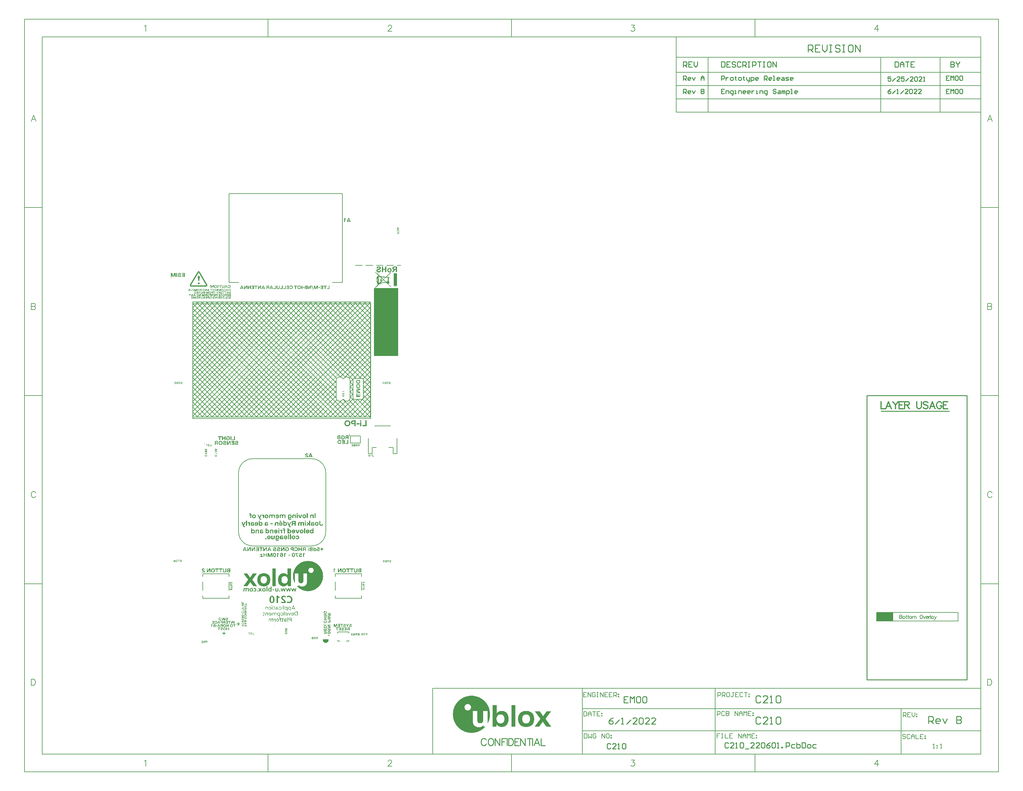
<source format=gbo>
G04*
G04 #@! TF.GenerationSoftware,Altium Limited,Altium Designer,22.4.2 (48)*
G04*
G04 Layer_Color=32896*
%FSLAX44Y44*%
%MOMM*%
G71*
G04*
G04 #@! TF.SameCoordinates,7F116A4F-7056-4AC6-B487-C54DEE731D19*
G04*
G04*
G04 #@! TF.FilePolarity,Positive*
G04*
G01*
G75*
%ADD10C,0.1270*%
%ADD11C,0.2000*%
%ADD13C,0.2540*%
%ADD17C,0.3000*%
%ADD18C,0.2032*%
%ADD20C,0.1500*%
%ADD24C,0.5500*%
%ADD25R,4.8260X2.4130*%
%ADD26C,0.2997*%
%ADD27C,0.1778*%
%ADD307C,0.0508*%
%ADD308C,0.0254*%
%ADD309C,0.0762*%
%ADD310R,0.1302X0.4686*%
G04:AMPARAMS|DCode=311|XSize=0.1266mm|YSize=2.8609mm|CornerRadius=0mm|HoleSize=0mm|Usage=FLASHONLY|Rotation=265.000|XOffset=0mm|YOffset=0mm|HoleType=Round|Shape=Rectangle|*
%AMROTATEDRECTD311*
4,1,4,-1.4195,0.1878,1.4306,-0.0616,1.4195,-0.1878,-1.4306,0.0616,-1.4195,0.1878,0.0*
%
%ADD311ROTATEDRECTD311*%

%ADD312R,0.3334X0.2136*%
%ADD313R,0.1302X2.0603*%
%ADD314R,0.2523X0.7659*%
%ADD315R,0.3131X0.2202*%
%ADD316R,0.1283X1.0776*%
%ADD317R,0.2241X0.0947*%
%ADD318R,0.0947X0.2241*%
G04:AMPARAMS|DCode=319|XSize=0.2241mm|YSize=0.0947mm|CornerRadius=0mm|HoleSize=0mm|Usage=FLASHONLY|Rotation=225.000|XOffset=0mm|YOffset=0mm|HoleType=Round|Shape=Rectangle|*
%AMROTATEDRECTD319*
4,1,4,0.0457,0.1127,0.1127,0.0457,-0.0457,-0.1127,-0.1127,-0.0457,0.0457,0.1127,0.0*
%
%ADD319ROTATEDRECTD319*%

G04:AMPARAMS|DCode=320|XSize=0.2241mm|YSize=0.0947mm|CornerRadius=0mm|HoleSize=0mm|Usage=FLASHONLY|Rotation=315.000|XOffset=0mm|YOffset=0mm|HoleType=Round|Shape=Rectangle|*
%AMROTATEDRECTD320*
4,1,4,-0.1127,0.0457,-0.0457,0.1127,0.1127,-0.0457,0.0457,-0.1127,-0.1127,0.0457,0.0*
%
%ADD320ROTATEDRECTD320*%

%ADD321R,0.2003X0.2075*%
%ADD322R,0.1016X0.4973*%
%ADD323R,0.4359X0.1094*%
%ADD324R,0.1015X0.6146*%
%ADD325R,0.1059X0.6146*%
%ADD326R,0.3013X0.1059*%
%ADD327R,0.3013X0.1087*%
%ADD328R,0.8819X3.6216*%
G04:AMPARAMS|DCode=329|XSize=6.0522mm|YSize=0.0972mm|CornerRadius=0mm|HoleSize=0mm|Usage=FLASHONLY|Rotation=224.500|XOffset=0mm|YOffset=0mm|HoleType=Round|Shape=Rectangle|*
%AMROTATEDRECTD329*
4,1,4,2.1243,2.1557,2.1924,2.0864,-2.1243,-2.1557,-2.1924,-2.0864,2.1243,2.1557,0.0*
%
%ADD329ROTATEDRECTD329*%

G04:AMPARAMS|DCode=330|XSize=5.9129mm|YSize=0.0972mm|CornerRadius=0mm|HoleSize=0mm|Usage=FLASHONLY|Rotation=316.500|XOffset=0mm|YOffset=0mm|HoleType=Round|Shape=Rectangle|*
%AMROTATEDRECTD330*
4,1,4,-2.1780,1.9999,-2.1111,2.0703,2.1780,-1.9999,2.1111,-2.0703,-2.1780,1.9999,0.0*
%
%ADD330ROTATEDRECTD330*%

G04:AMPARAMS|DCode=331|XSize=0.1266mm|YSize=2.8173mm|CornerRadius=0mm|HoleSize=0mm|Usage=FLASHONLY|Rotation=275.000|XOffset=0mm|YOffset=0mm|HoleType=Round|Shape=Rectangle|*
%AMROTATEDRECTD331*
4,1,4,-1.4088,-0.0597,1.3978,0.1858,1.4088,0.0597,-1.3978,-0.1858,-1.4088,-0.0597,0.0*
%
%ADD331ROTATEDRECTD331*%

%ADD332R,0.0500X0.0390*%
G36*
X519927Y1219823D02*
X520093Y1219656D01*
X520260Y1219508D01*
X520427Y1219378D01*
X520556Y1219286D01*
X520667Y1219230D01*
X520760Y1219193D01*
X520778Y1219175D01*
X521019Y1219082D01*
X521278Y1219008D01*
X521556Y1218971D01*
X521815Y1218934D01*
X522038Y1218915D01*
X522223Y1218897D01*
X522834D01*
Y1216897D01*
X522001D01*
X521778Y1216916D01*
X521556Y1216934D01*
X521390Y1216971D01*
X521241Y1216990D01*
X521130Y1217008D01*
X521056Y1217027D01*
X521038D01*
X520667Y1217138D01*
X520519Y1217212D01*
X520371Y1217286D01*
X520260Y1217342D01*
X520167Y1217397D01*
X520112Y1217416D01*
X520093Y1217434D01*
Y1209102D01*
X517890D01*
Y1220026D01*
X519779D01*
X519927Y1219823D01*
D02*
G37*
G36*
X536610Y1209102D02*
X534333D01*
X533518Y1211324D01*
X528537D01*
X527759Y1209102D01*
X525352D01*
X529518Y1220026D01*
X532425D01*
X536610Y1209102D01*
D02*
G37*
G36*
X671573Y1192639D02*
X675505D01*
Y1190999D01*
X671553Y1188320D01*
X670534D01*
Y1191417D01*
X669495D01*
Y1192639D01*
X670534D01*
Y1193413D01*
X671573D01*
Y1192639D01*
D02*
G37*
G36*
X672775Y1187669D02*
X673030Y1187648D01*
X673264Y1187607D01*
X673488Y1187557D01*
X673692Y1187495D01*
X673875Y1187424D01*
X674038Y1187353D01*
X674191Y1187281D01*
X674323Y1187200D01*
X674435Y1187129D01*
X674537Y1187057D01*
X674608Y1186996D01*
X674669Y1186945D01*
X674720Y1186905D01*
X674741Y1186884D01*
X674751Y1186874D01*
X674883Y1186721D01*
X674995Y1186548D01*
X675097Y1186375D01*
X675189Y1186192D01*
X675260Y1186008D01*
X675321Y1185825D01*
X675372Y1185642D01*
X675413Y1185469D01*
X675444Y1185306D01*
X675464Y1185153D01*
X675484Y1185010D01*
X675495Y1184898D01*
X675505Y1184796D01*
Y1182179D01*
X669495D01*
Y1184664D01*
X669505Y1184919D01*
X669526Y1185163D01*
X669567Y1185387D01*
X669607Y1185601D01*
X669669Y1185805D01*
X669730Y1185978D01*
X669791Y1186151D01*
X669862Y1186293D01*
X669933Y1186426D01*
X669994Y1186548D01*
X670055Y1186640D01*
X670117Y1186731D01*
X670157Y1186793D01*
X670198Y1186833D01*
X670219Y1186864D01*
X670229Y1186874D01*
X670381Y1187017D01*
X670544Y1187139D01*
X670718Y1187251D01*
X670901Y1187343D01*
X671084Y1187414D01*
X671278Y1187485D01*
X671461Y1187536D01*
X671644Y1187577D01*
X671818Y1187607D01*
X671981Y1187638D01*
X672123Y1187658D01*
X672245Y1187669D01*
X672357Y1187679D01*
X672429D01*
X672480D01*
X672500D01*
X672775Y1187669D01*
D02*
G37*
G36*
X675505Y1176587D02*
X669495D01*
Y1177819D01*
X671889D01*
Y1180651D01*
X673009D01*
Y1177819D01*
X674384D01*
Y1181048D01*
X675505D01*
Y1176587D01*
D02*
G37*
G36*
X639215Y1065000D02*
X635926D01*
Y1072119D01*
X629511D01*
Y1065000D01*
X626222D01*
Y1081258D01*
X629511D01*
Y1074868D01*
X635926D01*
Y1081258D01*
X639215D01*
Y1065000D01*
D02*
G37*
G36*
X669500D02*
X666211D01*
Y1071790D01*
X665153D01*
X664825Y1071767D01*
X664543Y1071743D01*
X664308Y1071696D01*
X664120Y1071673D01*
X664002Y1071626D01*
X663932Y1071602D01*
X663908D01*
X663720Y1071508D01*
X663532Y1071414D01*
X663368Y1071297D01*
X663203Y1071203D01*
X663086Y1071085D01*
X662992Y1070991D01*
X662945Y1070944D01*
X662921Y1070921D01*
X662827Y1070803D01*
X662710Y1070686D01*
X662451Y1070333D01*
X662170Y1069957D01*
X661864Y1069535D01*
X661606Y1069159D01*
X661488Y1068971D01*
X661394Y1068830D01*
X661300Y1068712D01*
X661230Y1068618D01*
X661206Y1068548D01*
X661183Y1068524D01*
X658833Y1065000D01*
X654886D01*
X656883Y1068172D01*
X657095Y1068501D01*
X657306Y1068830D01*
X657494Y1069112D01*
X657682Y1069370D01*
X657847Y1069605D01*
X657988Y1069840D01*
X658269Y1070192D01*
X658481Y1070474D01*
X658622Y1070662D01*
X658739Y1070780D01*
X658763Y1070803D01*
X659021Y1071085D01*
X659327Y1071344D01*
X659609Y1071555D01*
X659891Y1071767D01*
X660126Y1071931D01*
X660313Y1072048D01*
X660454Y1072142D01*
X660478Y1072166D01*
X660501D01*
X660102Y1072236D01*
X659750Y1072330D01*
X659421Y1072424D01*
X659092Y1072542D01*
X658810Y1072659D01*
X658551Y1072777D01*
X658293Y1072894D01*
X658081Y1073035D01*
X657894Y1073153D01*
X657729Y1073270D01*
X657588Y1073388D01*
X657494Y1073482D01*
X657400Y1073552D01*
X657330Y1073623D01*
X657306Y1073646D01*
X657283Y1073670D01*
X657095Y1073905D01*
X656930Y1074140D01*
X656648Y1074656D01*
X656460Y1075150D01*
X656343Y1075643D01*
X656249Y1076066D01*
X656225Y1076231D01*
Y1076395D01*
X656202Y1076513D01*
Y1076630D01*
Y1076677D01*
Y1076701D01*
X656225Y1077217D01*
X656319Y1077711D01*
X656437Y1078134D01*
X656554Y1078510D01*
X656695Y1078815D01*
X656813Y1079050D01*
X656860Y1079120D01*
X656907Y1079191D01*
X656930Y1079214D01*
Y1079238D01*
X657212Y1079637D01*
X657518Y1079966D01*
X657823Y1080225D01*
X658128Y1080460D01*
X658410Y1080601D01*
X658622Y1080718D01*
X658763Y1080789D01*
X658786Y1080812D01*
X658810D01*
X659045Y1080883D01*
X659303Y1080953D01*
X659891Y1081071D01*
X660525Y1081141D01*
X661136Y1081212D01*
X661441D01*
X661700Y1081235D01*
X661958D01*
X662170Y1081258D01*
X669500D01*
Y1065000D01*
D02*
G37*
G36*
X648425Y1077029D02*
X649012Y1076936D01*
X649553Y1076818D01*
X650023Y1076677D01*
X650211Y1076583D01*
X650399Y1076513D01*
X650563Y1076466D01*
X650680Y1076395D01*
X650798Y1076348D01*
X650869Y1076301D01*
X650916Y1076278D01*
X650939D01*
X651432Y1075949D01*
X651855Y1075596D01*
X652231Y1075220D01*
X652537Y1074868D01*
X652772Y1074539D01*
X652960Y1074280D01*
X653030Y1074186D01*
X653054Y1074116D01*
X653101Y1074069D01*
Y1074046D01*
X653359Y1073505D01*
X653523Y1072965D01*
X653664Y1072471D01*
X653758Y1072025D01*
X653805Y1071626D01*
X653829Y1071461D01*
Y1071320D01*
X653852Y1071226D01*
Y1071132D01*
Y1071085D01*
Y1071062D01*
X653829Y1070333D01*
X653735Y1069652D01*
X653617Y1069065D01*
X653547Y1068806D01*
X653476Y1068571D01*
X653406Y1068360D01*
X653335Y1068172D01*
X653265Y1068007D01*
X653218Y1067866D01*
X653171Y1067749D01*
X653124Y1067678D01*
X653101Y1067631D01*
Y1067608D01*
X652772Y1067115D01*
X652419Y1066692D01*
X652043Y1066316D01*
X651691Y1066010D01*
X651362Y1065775D01*
X651103Y1065611D01*
X651009Y1065540D01*
X650939Y1065493D01*
X650892Y1065470D01*
X650869D01*
X650305Y1065235D01*
X649764Y1065047D01*
X649247Y1064930D01*
X648754Y1064836D01*
X648354Y1064789D01*
X648190Y1064765D01*
X648049D01*
X647932Y1064742D01*
X647767D01*
X647274Y1064765D01*
X646827Y1064812D01*
X646381Y1064906D01*
X645982Y1065023D01*
X645582Y1065141D01*
X645230Y1065282D01*
X644901Y1065446D01*
X644595Y1065611D01*
X644337Y1065775D01*
X644102Y1065940D01*
X643891Y1066081D01*
X643726Y1066198D01*
X643585Y1066316D01*
X643491Y1066410D01*
X643444Y1066457D01*
X643421Y1066480D01*
X643115Y1066833D01*
X642857Y1067185D01*
X642622Y1067538D01*
X642410Y1067913D01*
X642246Y1068289D01*
X642105Y1068665D01*
X641987Y1069018D01*
X641893Y1069370D01*
X641823Y1069676D01*
X641776Y1069981D01*
X641729Y1070239D01*
X641705Y1070474D01*
X641682Y1070662D01*
Y1070803D01*
Y1070897D01*
Y1070921D01*
X641705Y1071414D01*
X641752Y1071884D01*
X641846Y1072307D01*
X641940Y1072730D01*
X642081Y1073106D01*
X642222Y1073482D01*
X642387Y1073811D01*
X642528Y1074116D01*
X642692Y1074374D01*
X642857Y1074633D01*
X642998Y1074821D01*
X643139Y1075009D01*
X643233Y1075126D01*
X643327Y1075244D01*
X643374Y1075291D01*
X643397Y1075314D01*
X643726Y1075620D01*
X644078Y1075878D01*
X644431Y1076113D01*
X644807Y1076325D01*
X645183Y1076489D01*
X645535Y1076630D01*
X645888Y1076748D01*
X646240Y1076842D01*
X646545Y1076912D01*
X646851Y1076959D01*
X647109Y1077006D01*
X647344Y1077029D01*
X647532Y1077053D01*
X647791D01*
X648425Y1077029D01*
D02*
G37*
G36*
X617835Y1081541D02*
X618445Y1081470D01*
X618986Y1081376D01*
X619456Y1081282D01*
X619667Y1081212D01*
X619855Y1081165D01*
X619996Y1081118D01*
X620137Y1081071D01*
X620231Y1081024D01*
X620302Y1081000D01*
X620349Y1080977D01*
X620372D01*
X620842Y1080742D01*
X621241Y1080483D01*
X621594Y1080201D01*
X621876Y1079943D01*
X622111Y1079708D01*
X622252Y1079520D01*
X622369Y1079379D01*
X622393Y1079355D01*
Y1079332D01*
X622627Y1078932D01*
X622792Y1078510D01*
X622909Y1078110D01*
X622980Y1077758D01*
X623027Y1077452D01*
X623074Y1077217D01*
Y1077123D01*
Y1077053D01*
Y1077029D01*
Y1077006D01*
X623050Y1076654D01*
X623003Y1076301D01*
X622933Y1075996D01*
X622839Y1075690D01*
X622604Y1075126D01*
X622322Y1074633D01*
X622205Y1074421D01*
X622064Y1074257D01*
X621946Y1074093D01*
X621829Y1073952D01*
X621735Y1073858D01*
X621664Y1073787D01*
X621617Y1073740D01*
X621594Y1073717D01*
X621382Y1073552D01*
X621124Y1073388D01*
X620865Y1073223D01*
X620560Y1073082D01*
X619972Y1072800D01*
X619362Y1072565D01*
X619056Y1072471D01*
X618798Y1072377D01*
X618539Y1072307D01*
X618328Y1072236D01*
X618163Y1072189D01*
X618022Y1072142D01*
X617929Y1072119D01*
X617905D01*
X617529Y1072025D01*
X617200Y1071931D01*
X616895Y1071861D01*
X616613Y1071790D01*
X616378Y1071720D01*
X616166Y1071673D01*
X615978Y1071602D01*
X615814Y1071555D01*
X615673Y1071532D01*
X615555Y1071485D01*
X615391Y1071438D01*
X615297Y1071391D01*
X615274D01*
X614968Y1071273D01*
X614733Y1071156D01*
X614522Y1071038D01*
X614357Y1070921D01*
X614240Y1070827D01*
X614169Y1070756D01*
X614122Y1070709D01*
X614099Y1070686D01*
X613981Y1070521D01*
X613887Y1070357D01*
X613840Y1070192D01*
X613793Y1070051D01*
X613770Y1069911D01*
X613746Y1069793D01*
Y1069723D01*
Y1069699D01*
X613770Y1069370D01*
X613864Y1069088D01*
X614005Y1068806D01*
X614146Y1068571D01*
X614310Y1068383D01*
X614428Y1068242D01*
X614522Y1068148D01*
X614569Y1068125D01*
X614898Y1067913D01*
X615274Y1067749D01*
X615673Y1067631D01*
X616049Y1067561D01*
X616401Y1067514D01*
X616683Y1067467D01*
X616942D01*
X617482Y1067490D01*
X617952Y1067585D01*
X618351Y1067702D01*
X618704Y1067843D01*
X618986Y1067984D01*
X619174Y1068101D01*
X619291Y1068195D01*
X619338Y1068219D01*
X619644Y1068548D01*
X619879Y1068900D01*
X620090Y1069300D01*
X620231Y1069699D01*
X620349Y1070051D01*
X620442Y1070333D01*
X620466Y1070427D01*
Y1070521D01*
X620489Y1070568D01*
Y1070592D01*
X623685Y1070286D01*
X623614Y1069793D01*
X623520Y1069323D01*
X623379Y1068877D01*
X623262Y1068477D01*
X623097Y1068101D01*
X622933Y1067749D01*
X622769Y1067443D01*
X622604Y1067161D01*
X622439Y1066927D01*
X622275Y1066715D01*
X622134Y1066527D01*
X621993Y1066363D01*
X621899Y1066245D01*
X621805Y1066175D01*
X621758Y1066128D01*
X621735Y1066104D01*
X621406Y1065846D01*
X621053Y1065634D01*
X620677Y1065446D01*
X620278Y1065282D01*
X619902Y1065164D01*
X619503Y1065047D01*
X618727Y1064883D01*
X618375Y1064812D01*
X618046Y1064765D01*
X617764Y1064742D01*
X617506Y1064718D01*
X617294Y1064695D01*
X616989D01*
X616237Y1064718D01*
X615555Y1064789D01*
X614945Y1064883D01*
X614686Y1064930D01*
X614428Y1065000D01*
X614216Y1065047D01*
X614028Y1065094D01*
X613864Y1065141D01*
X613723Y1065188D01*
X613605Y1065235D01*
X613535Y1065258D01*
X613488Y1065282D01*
X613464D01*
X612948Y1065540D01*
X612525Y1065822D01*
X612125Y1066104D01*
X611820Y1066410D01*
X611585Y1066668D01*
X611397Y1066903D01*
X611303Y1067044D01*
X611256Y1067068D01*
Y1067091D01*
X610998Y1067561D01*
X610786Y1068007D01*
X610645Y1068454D01*
X610551Y1068877D01*
X610504Y1069206D01*
X610481Y1069370D01*
X610457Y1069488D01*
Y1069582D01*
Y1069652D01*
Y1069699D01*
Y1069723D01*
X610481Y1070286D01*
X610551Y1070780D01*
X610668Y1071226D01*
X610786Y1071602D01*
X610904Y1071908D01*
X611021Y1072119D01*
X611091Y1072260D01*
X611115Y1072307D01*
X611373Y1072683D01*
X611679Y1073012D01*
X611984Y1073294D01*
X612266Y1073529D01*
X612525Y1073717D01*
X612736Y1073858D01*
X612877Y1073952D01*
X612901Y1073975D01*
X612924D01*
X613159Y1074093D01*
X613394Y1074210D01*
X613958Y1074421D01*
X614545Y1074610D01*
X615109Y1074797D01*
X615368Y1074868D01*
X615626Y1074938D01*
X615861Y1075009D01*
X616049Y1075056D01*
X616213Y1075103D01*
X616331Y1075126D01*
X616425Y1075150D01*
X616448D01*
X616871Y1075267D01*
X617247Y1075361D01*
X617600Y1075455D01*
X617929Y1075549D01*
X618187Y1075643D01*
X618445Y1075737D01*
X618657Y1075831D01*
X618845Y1075902D01*
X619009Y1075972D01*
X619127Y1076043D01*
X619244Y1076090D01*
X619315Y1076137D01*
X619432Y1076207D01*
X619456Y1076231D01*
X619620Y1076395D01*
X619738Y1076560D01*
X619808Y1076724D01*
X619855Y1076889D01*
X619902Y1077006D01*
X619926Y1077123D01*
Y1077194D01*
Y1077217D01*
X619902Y1077452D01*
X619855Y1077640D01*
X619761Y1077828D01*
X619667Y1077969D01*
X619573Y1078087D01*
X619479Y1078157D01*
X619432Y1078204D01*
X619409Y1078228D01*
X619080Y1078439D01*
X618727Y1078580D01*
X618351Y1078698D01*
X617999Y1078768D01*
X617693Y1078815D01*
X617435Y1078839D01*
X617200D01*
X616707Y1078815D01*
X616284Y1078745D01*
X615931Y1078651D01*
X615649Y1078557D01*
X615415Y1078463D01*
X615250Y1078369D01*
X615156Y1078298D01*
X615133Y1078275D01*
X614898Y1078040D01*
X614686Y1077758D01*
X614522Y1077476D01*
X614404Y1077170D01*
X614310Y1076912D01*
X614263Y1076701D01*
X614216Y1076536D01*
Y1076513D01*
Y1076489D01*
X610927Y1076607D01*
X610951Y1077029D01*
X611021Y1077405D01*
X611115Y1077781D01*
X611232Y1078110D01*
X611350Y1078439D01*
X611491Y1078745D01*
X611632Y1079003D01*
X611773Y1079261D01*
X611937Y1079473D01*
X612078Y1079661D01*
X612219Y1079825D01*
X612337Y1079966D01*
X612431Y1080060D01*
X612501Y1080131D01*
X612548Y1080178D01*
X612572Y1080201D01*
X612877Y1080436D01*
X613206Y1080648D01*
X613558Y1080836D01*
X613934Y1081000D01*
X614310Y1081118D01*
X614686Y1081235D01*
X615438Y1081400D01*
X615790Y1081447D01*
X616096Y1081494D01*
X616401Y1081517D01*
X616660Y1081541D01*
X616871Y1081564D01*
X617153D01*
X617835Y1081541D01*
D02*
G37*
G36*
X34001Y1051788D02*
X31871D01*
Y1060527D01*
X28853Y1051788D01*
X26150D01*
X23113Y1060527D01*
Y1051788D01*
X21002D01*
Y1062712D01*
X24391D01*
X27372Y1053880D01*
X30427Y1062712D01*
X34001D01*
Y1051788D01*
D02*
G37*
G36*
X60498D02*
X52203D01*
Y1053787D01*
X58295D01*
Y1056306D01*
X53110D01*
Y1058268D01*
X58295D01*
Y1060713D01*
X52388D01*
Y1062712D01*
X60498D01*
Y1051788D01*
D02*
G37*
G36*
X38704D02*
X36463D01*
Y1062712D01*
X38704D01*
Y1051788D01*
D02*
G37*
G36*
X46370Y1062860D02*
X46703Y1062823D01*
X47018Y1062768D01*
X47296Y1062694D01*
X47555Y1062620D01*
X47796Y1062546D01*
X48018Y1062472D01*
X48203Y1062398D01*
X48388Y1062324D01*
X48536Y1062250D01*
X48647Y1062175D01*
X48740Y1062120D01*
X48814Y1062083D01*
X48851Y1062064D01*
X48870Y1062046D01*
X49073Y1061879D01*
X49258Y1061694D01*
X49425Y1061490D01*
X49555Y1061287D01*
X49666Y1061083D01*
X49758Y1060861D01*
X49907Y1060453D01*
X49999Y1060083D01*
X50018Y1059935D01*
X50036Y1059787D01*
X50055Y1059676D01*
Y1059583D01*
Y1059528D01*
Y1059509D01*
X50036Y1059213D01*
X49999Y1058935D01*
X49962Y1058676D01*
X49888Y1058435D01*
X49814Y1058231D01*
X49721Y1058028D01*
X49610Y1057861D01*
X49518Y1057713D01*
X49425Y1057565D01*
X49314Y1057454D01*
X49221Y1057361D01*
X49147Y1057287D01*
X49073Y1057213D01*
X49018Y1057176D01*
X48999Y1057139D01*
X48981D01*
X48758Y1057009D01*
X48518Y1056898D01*
X48259Y1056806D01*
X47999Y1056713D01*
X47425Y1056546D01*
X46870Y1056435D01*
X46610Y1056398D01*
X46370Y1056361D01*
X46148Y1056324D01*
X45962Y1056306D01*
X45796Y1056287D01*
X45666Y1056269D01*
X45574D01*
X45314Y1056250D01*
X45092Y1056232D01*
X44889Y1056195D01*
X44685Y1056176D01*
X44352Y1056102D01*
X44092Y1056046D01*
X43889Y1055972D01*
X43759Y1055935D01*
X43666Y1055898D01*
X43648Y1055880D01*
X43463Y1055750D01*
X43333Y1055602D01*
X43240Y1055454D01*
X43185Y1055306D01*
X43129Y1055176D01*
X43111Y1055065D01*
Y1054991D01*
Y1054954D01*
X43129Y1054732D01*
X43185Y1054547D01*
X43278Y1054380D01*
X43370Y1054232D01*
X43463Y1054121D01*
X43555Y1054047D01*
X43611Y1053991D01*
X43629Y1053973D01*
X43851Y1053861D01*
X44129Y1053769D01*
X44407Y1053713D01*
X44703Y1053658D01*
X44963Y1053639D01*
X45185Y1053621D01*
X45388D01*
X45833Y1053639D01*
X46203Y1053676D01*
X46518Y1053713D01*
X46759Y1053787D01*
X46962Y1053843D01*
X47092Y1053880D01*
X47185Y1053917D01*
X47203Y1053935D01*
X47388Y1054084D01*
X47536Y1054232D01*
X47666Y1054398D01*
X47740Y1054565D01*
X47796Y1054713D01*
X47851Y1054843D01*
X47870Y1054917D01*
Y1054954D01*
X50110D01*
X50073Y1054584D01*
X50018Y1054250D01*
X49943Y1053935D01*
X49851Y1053676D01*
X49758Y1053473D01*
X49684Y1053306D01*
X49629Y1053213D01*
X49610Y1053176D01*
X49406Y1052917D01*
X49184Y1052676D01*
X48944Y1052491D01*
X48721Y1052325D01*
X48499Y1052177D01*
X48333Y1052084D01*
X48259Y1052047D01*
X48203Y1052028D01*
X48184Y1052010D01*
X48166D01*
X47758Y1051880D01*
X47333Y1051769D01*
X46907Y1051695D01*
X46499Y1051658D01*
X46129Y1051621D01*
X45981D01*
X45833Y1051602D01*
X45574D01*
X45148Y1051621D01*
X44740Y1051639D01*
X44370Y1051676D01*
X44018Y1051732D01*
X43703Y1051806D01*
X43407Y1051880D01*
X43148Y1051954D01*
X42907Y1052047D01*
X42703Y1052121D01*
X42537Y1052195D01*
X42370Y1052269D01*
X42259Y1052343D01*
X42167Y1052399D01*
X42092Y1052436D01*
X42055Y1052473D01*
X42037D01*
X41833Y1052639D01*
X41648Y1052843D01*
X41481Y1053028D01*
X41352Y1053250D01*
X41241Y1053454D01*
X41148Y1053658D01*
X41000Y1054065D01*
X40907Y1054436D01*
X40889Y1054584D01*
X40870Y1054732D01*
X40852Y1054843D01*
Y1054917D01*
Y1054973D01*
Y1054991D01*
X40870Y1055287D01*
X40889Y1055565D01*
X40944Y1055824D01*
X41019Y1056046D01*
X41093Y1056269D01*
X41185Y1056454D01*
X41278Y1056639D01*
X41370Y1056787D01*
X41481Y1056917D01*
X41574Y1057046D01*
X41667Y1057139D01*
X41741Y1057213D01*
X41815Y1057287D01*
X41870Y1057324D01*
X41889Y1057361D01*
X41907D01*
X42111Y1057491D01*
X42352Y1057620D01*
X42592Y1057731D01*
X42870Y1057824D01*
X43426Y1057972D01*
X43963Y1058083D01*
X44222Y1058139D01*
X44463Y1058176D01*
X44666Y1058194D01*
X44870Y1058213D01*
X45018Y1058231D01*
X45148Y1058250D01*
X45240D01*
X45500Y1058268D01*
X45740Y1058306D01*
X45962Y1058324D01*
X46166Y1058361D01*
X46351Y1058398D01*
X46499Y1058417D01*
X46777Y1058491D01*
X46981Y1058546D01*
X47129Y1058602D01*
X47221Y1058620D01*
X47240Y1058639D01*
X47425Y1058768D01*
X47555Y1058916D01*
X47647Y1059065D01*
X47703Y1059231D01*
X47740Y1059361D01*
X47777Y1059472D01*
Y1059546D01*
Y1059583D01*
X47758Y1059805D01*
X47684Y1060009D01*
X47573Y1060176D01*
X47444Y1060342D01*
X47296Y1060453D01*
X47110Y1060564D01*
X46925Y1060657D01*
X46722Y1060713D01*
X46333Y1060805D01*
X46148Y1060842D01*
X45999Y1060861D01*
X45851Y1060879D01*
X45666D01*
X45296Y1060861D01*
X44963Y1060824D01*
X44685Y1060768D01*
X44463Y1060713D01*
X44277Y1060657D01*
X44148Y1060602D01*
X44074Y1060564D01*
X44055Y1060546D01*
X43870Y1060416D01*
X43722Y1060250D01*
X43592Y1060102D01*
X43518Y1059935D01*
X43444Y1059805D01*
X43407Y1059694D01*
X43389Y1059620D01*
Y1059583D01*
X41130D01*
X41148Y1059898D01*
X41204Y1060194D01*
X41278Y1060453D01*
X41370Y1060713D01*
X41463Y1060935D01*
X41574Y1061139D01*
X41685Y1061324D01*
X41796Y1061490D01*
X41926Y1061638D01*
X42037Y1061768D01*
X42148Y1061861D01*
X42241Y1061953D01*
X42315Y1062027D01*
X42370Y1062064D01*
X42407Y1062101D01*
X42426D01*
X42667Y1062250D01*
X42907Y1062361D01*
X43444Y1062564D01*
X43981Y1062712D01*
X44500Y1062805D01*
X44740Y1062823D01*
X44963Y1062860D01*
X45166Y1062879D01*
X45333D01*
X45462Y1062898D01*
X46037D01*
X46370Y1062860D01*
D02*
G37*
G36*
X102212Y1054048D02*
X102712Y1053798D01*
X103212Y1053298D01*
X103712Y1052548D01*
Y1051798D01*
X103462Y1050048D01*
X101212Y1038048D01*
X100212D01*
X97962Y1050048D01*
Y1052048D01*
X98212Y1053048D01*
X99212Y1054048D01*
X99962Y1054298D01*
X101212D01*
X102212Y1054048D01*
D02*
G37*
G36*
X134881Y1026768D02*
X134742Y1022787D01*
X133286D01*
X133147Y1026768D01*
Y1028557D01*
X134881D01*
Y1026768D01*
D02*
G37*
G36*
X144173Y1020139D02*
X142523D01*
Y1026199D01*
X138903Y1020139D01*
X136684D01*
Y1028321D01*
X138334D01*
Y1022163D01*
X141968Y1028321D01*
X144173D01*
Y1020139D01*
D02*
G37*
G36*
X188288Y1028446D02*
X188690Y1028390D01*
X189051Y1028321D01*
X189217Y1028279D01*
X189356Y1028238D01*
X189495Y1028182D01*
X189620Y1028141D01*
X189717Y1028113D01*
X189800Y1028071D01*
X189869Y1028044D01*
X189925Y1028016D01*
X189953Y1028002D01*
X189966D01*
X190285Y1027822D01*
X190577Y1027600D01*
X190826Y1027364D01*
X191020Y1027142D01*
X191187Y1026934D01*
X191298Y1026768D01*
X191339Y1026712D01*
X191367Y1026657D01*
X191395Y1026629D01*
Y1026615D01*
X191561Y1026241D01*
X191686Y1025853D01*
X191769Y1025450D01*
X191825Y1025076D01*
X191852Y1024895D01*
X191866Y1024743D01*
X191880Y1024590D01*
Y1024466D01*
X191894Y1024369D01*
Y1024299D01*
Y1024244D01*
Y1024230D01*
X191866Y1023703D01*
X191852Y1023467D01*
X191811Y1023231D01*
X191783Y1023023D01*
X191742Y1022815D01*
X191686Y1022635D01*
X191644Y1022469D01*
X191603Y1022330D01*
X191547Y1022191D01*
X191506Y1022080D01*
X191478Y1021983D01*
X191436Y1021914D01*
X191423Y1021858D01*
X191395Y1021831D01*
Y1021817D01*
X191187Y1021498D01*
X190951Y1021207D01*
X190715Y1020971D01*
X190493Y1020777D01*
X190285Y1020638D01*
X190133Y1020527D01*
X190063Y1020485D01*
X190022Y1020471D01*
X189994Y1020444D01*
X189980D01*
X189634Y1020291D01*
X189273Y1020194D01*
X188926Y1020111D01*
X188607Y1020055D01*
X188455Y1020042D01*
X188316Y1020028D01*
X188205Y1020014D01*
X188094D01*
X188011Y1020000D01*
X187900D01*
X187470Y1020014D01*
X187082Y1020055D01*
X186749Y1020125D01*
X186596Y1020153D01*
X186458Y1020194D01*
X186333Y1020222D01*
X186222Y1020250D01*
X186125Y1020291D01*
X186042Y1020319D01*
X185986Y1020347D01*
X185944Y1020361D01*
X185917Y1020374D01*
X185903D01*
X185626Y1020527D01*
X185376Y1020707D01*
X185168Y1020888D01*
X184988Y1021054D01*
X184863Y1021207D01*
X184766Y1021331D01*
X184696Y1021415D01*
X184683Y1021428D01*
Y1021442D01*
X184544Y1021706D01*
X184433Y1021983D01*
X184350Y1022247D01*
X184294Y1022496D01*
X184253Y1022718D01*
Y1022801D01*
X184239Y1022885D01*
X184225Y1022954D01*
Y1022996D01*
Y1023023D01*
Y1023037D01*
X185917D01*
X185958Y1022787D01*
X186028Y1022579D01*
X186125Y1022385D01*
X186208Y1022233D01*
X186305Y1022108D01*
X186388Y1022011D01*
X186430Y1021955D01*
X186458Y1021942D01*
X186652Y1021817D01*
X186874Y1021720D01*
X187110Y1021650D01*
X187345Y1021609D01*
X187567Y1021581D01*
X187650Y1021567D01*
X187734Y1021553D01*
X187900D01*
X188080Y1021567D01*
X188261Y1021581D01*
X188593Y1021650D01*
X188871Y1021761D01*
X189107Y1021872D01*
X189301Y1021983D01*
X189439Y1022094D01*
X189495Y1022136D01*
X189536Y1022163D01*
X189550Y1022191D01*
X189564D01*
X189675Y1022316D01*
X189772Y1022469D01*
X189939Y1022774D01*
X190050Y1023120D01*
X190119Y1023453D01*
X190174Y1023758D01*
X190188Y1023883D01*
Y1024008D01*
X190202Y1024091D01*
Y1024174D01*
Y1024216D01*
Y1024230D01*
X190188Y1024480D01*
X190174Y1024715D01*
X190147Y1024937D01*
X190105Y1025131D01*
X190050Y1025312D01*
X189994Y1025478D01*
X189939Y1025631D01*
X189869Y1025769D01*
X189814Y1025880D01*
X189758Y1025977D01*
X189703Y1026060D01*
X189647Y1026130D01*
X189606Y1026185D01*
X189578Y1026227D01*
X189550Y1026241D01*
Y1026255D01*
X189426Y1026366D01*
X189287Y1026477D01*
X189009Y1026629D01*
X188732Y1026754D01*
X188455Y1026823D01*
X188219Y1026879D01*
X188122Y1026893D01*
X188025D01*
X187955Y1026907D01*
X187858D01*
X187526Y1026893D01*
X187248Y1026837D01*
X187012Y1026782D01*
X186818Y1026698D01*
X186666Y1026629D01*
X186555Y1026560D01*
X186499Y1026504D01*
X186472Y1026490D01*
X186305Y1026324D01*
X186180Y1026144D01*
X186083Y1025963D01*
X186014Y1025797D01*
X185972Y1025644D01*
X185931Y1025534D01*
X185917Y1025450D01*
Y1025436D01*
Y1025423D01*
X184253D01*
X184266Y1025686D01*
X184308Y1025936D01*
X184363Y1026171D01*
X184433Y1026379D01*
X184516Y1026574D01*
X184599Y1026768D01*
X184696Y1026934D01*
X184780Y1027087D01*
X184877Y1027212D01*
X184974Y1027336D01*
X185057Y1027433D01*
X185126Y1027517D01*
X185182Y1027572D01*
X185237Y1027614D01*
X185265Y1027642D01*
X185279Y1027655D01*
X185459Y1027794D01*
X185667Y1027919D01*
X185875Y1028030D01*
X186083Y1028127D01*
X186305Y1028196D01*
X186513Y1028266D01*
X186929Y1028363D01*
X187123Y1028390D01*
X187290Y1028418D01*
X187456Y1028432D01*
X187595Y1028446D01*
X187706Y1028460D01*
X187858D01*
X188288Y1028446D01*
D02*
G37*
G36*
X174059Y1023245D02*
X174045Y1022829D01*
X173990Y1022469D01*
X173921Y1022150D01*
X173837Y1021872D01*
X173796Y1021761D01*
X173754Y1021664D01*
X173713Y1021581D01*
X173685Y1021498D01*
X173657Y1021442D01*
X173629Y1021401D01*
X173615Y1021387D01*
Y1021373D01*
X173435Y1021123D01*
X173227Y1020901D01*
X173019Y1020721D01*
X172825Y1020583D01*
X172645Y1020458D01*
X172506Y1020388D01*
X172451Y1020361D01*
X172409Y1020333D01*
X172381Y1020319D01*
X172367D01*
X172048Y1020208D01*
X171729Y1020139D01*
X171411Y1020083D01*
X171119Y1020042D01*
X170856Y1020014D01*
X170745D01*
X170648Y1020000D01*
X170467D01*
X170079Y1020014D01*
X169718Y1020055D01*
X169400Y1020097D01*
X169122Y1020166D01*
X168997Y1020194D01*
X168886Y1020222D01*
X168803Y1020250D01*
X168720Y1020264D01*
X168664Y1020291D01*
X168623Y1020305D01*
X168595Y1020319D01*
X168581D01*
X168290Y1020458D01*
X168040Y1020624D01*
X167832Y1020804D01*
X167652Y1020971D01*
X167513Y1021123D01*
X167416Y1021262D01*
X167347Y1021345D01*
X167333Y1021359D01*
Y1021373D01*
X167181Y1021664D01*
X167070Y1021969D01*
X167000Y1022288D01*
X166945Y1022579D01*
X166917Y1022843D01*
X166903Y1022954D01*
X166889Y1023051D01*
Y1023134D01*
Y1023190D01*
Y1023231D01*
Y1023245D01*
Y1028321D01*
X168567D01*
Y1023301D01*
X168581Y1022968D01*
X168637Y1022691D01*
X168720Y1022455D01*
X168803Y1022274D01*
X168886Y1022136D01*
X168970Y1022039D01*
X169025Y1021969D01*
X169039Y1021955D01*
X169233Y1021817D01*
X169455Y1021720D01*
X169691Y1021650D01*
X169926Y1021609D01*
X170135Y1021581D01*
X170232Y1021567D01*
X170315Y1021553D01*
X170467D01*
X170814Y1021567D01*
X171105Y1021623D01*
X171355Y1021678D01*
X171549Y1021761D01*
X171716Y1021831D01*
X171826Y1021900D01*
X171882Y1021942D01*
X171910Y1021955D01*
X172062Y1022136D01*
X172187Y1022330D01*
X172270Y1022552D01*
X172326Y1022774D01*
X172353Y1022982D01*
X172367Y1023148D01*
X172381Y1023217D01*
Y1023259D01*
Y1023287D01*
Y1023301D01*
Y1028321D01*
X174059D01*
Y1023245D01*
D02*
G37*
G36*
X448939Y1020258D02*
X444085D01*
Y1022119D01*
X448939D01*
Y1020258D01*
D02*
G37*
G36*
X403539Y1020258D02*
X398685D01*
Y1022119D01*
X403539D01*
Y1020258D01*
D02*
G37*
G36*
X183573Y1020139D02*
X181867D01*
X181257Y1021803D01*
X177526D01*
X176944Y1020139D01*
X175141D01*
X178261Y1028321D01*
X180439D01*
X183573Y1020139D01*
D02*
G37*
G36*
X165683Y1026796D02*
X162798D01*
Y1020139D01*
X161120D01*
Y1026796D01*
X158249D01*
Y1028321D01*
X165683D01*
Y1026796D01*
D02*
G37*
G36*
X157015Y1020139D02*
X155337D01*
Y1028321D01*
X157015D01*
Y1020139D01*
D02*
G37*
G36*
X134937D02*
X133106D01*
Y1021969D01*
X134937D01*
Y1020139D01*
D02*
G37*
G36*
X150109Y1028446D02*
X150455Y1028418D01*
X150774Y1028363D01*
X151079Y1028293D01*
X151343Y1028210D01*
X151606Y1028113D01*
X151828Y1028016D01*
X152036Y1027919D01*
X152231Y1027808D01*
X152383Y1027711D01*
X152522Y1027614D01*
X152633Y1027531D01*
X152730Y1027461D01*
X152785Y1027406D01*
X152827Y1027378D01*
X152841Y1027364D01*
X153035Y1027142D01*
X153201Y1026920D01*
X153354Y1026671D01*
X153479Y1026407D01*
X153576Y1026158D01*
X153673Y1025894D01*
X153742Y1025631D01*
X153798Y1025381D01*
X153839Y1025145D01*
X153881Y1024937D01*
X153909Y1024743D01*
X153922Y1024563D01*
Y1024424D01*
X153936Y1024327D01*
Y1024258D01*
Y1024230D01*
X153922Y1023855D01*
X153895Y1023509D01*
X153839Y1023176D01*
X153770Y1022871D01*
X153687Y1022593D01*
X153590Y1022330D01*
X153492Y1022094D01*
X153382Y1021886D01*
X153285Y1021706D01*
X153187Y1021539D01*
X153090Y1021401D01*
X153007Y1021290D01*
X152938Y1021193D01*
X152882Y1021137D01*
X152854Y1021096D01*
X152841Y1021082D01*
X152619Y1020888D01*
X152397Y1020721D01*
X152147Y1020583D01*
X151898Y1020458D01*
X151634Y1020347D01*
X151384Y1020264D01*
X151121Y1020194D01*
X150885Y1020139D01*
X150649Y1020097D01*
X150441Y1020055D01*
X150247Y1020028D01*
X150081Y1020014D01*
X149942D01*
X149831Y1020000D01*
X149748D01*
X149387Y1020014D01*
X149041Y1020042D01*
X148722Y1020097D01*
X148431Y1020166D01*
X148153Y1020250D01*
X147903Y1020347D01*
X147668Y1020444D01*
X147460Y1020541D01*
X147279Y1020638D01*
X147127Y1020735D01*
X146988Y1020832D01*
X146877Y1020915D01*
X146780Y1020985D01*
X146725Y1021040D01*
X146683Y1021068D01*
X146669Y1021082D01*
X146475Y1021304D01*
X146309Y1021525D01*
X146156Y1021775D01*
X146031Y1022039D01*
X145934Y1022302D01*
X145837Y1022566D01*
X145768Y1022815D01*
X145712Y1023065D01*
X145671Y1023301D01*
X145629Y1023523D01*
X145601Y1023717D01*
X145588Y1023897D01*
X145574Y1024036D01*
Y1024147D01*
Y1024202D01*
Y1024230D01*
X145588Y1024604D01*
X145615Y1024951D01*
X145671Y1025270D01*
X145740Y1025575D01*
X145823Y1025866D01*
X145920Y1026116D01*
X146017Y1026352D01*
X146115Y1026560D01*
X146225Y1026754D01*
X146322Y1026907D01*
X146420Y1027045D01*
X146503Y1027156D01*
X146572Y1027253D01*
X146628Y1027309D01*
X146655Y1027350D01*
X146669Y1027364D01*
X146877Y1027558D01*
X147113Y1027725D01*
X147363Y1027877D01*
X147612Y1028002D01*
X147862Y1028099D01*
X148125Y1028196D01*
X148375Y1028266D01*
X148625Y1028321D01*
X148847Y1028363D01*
X149068Y1028404D01*
X149249Y1028432D01*
X149415Y1028446D01*
X149554Y1028460D01*
X149748D01*
X150109Y1028446D01*
D02*
G37*
G36*
X423424Y1017168D02*
X421498D01*
Y1024239D01*
X417275Y1017168D01*
X414687D01*
Y1026714D01*
X416612D01*
Y1019530D01*
X420851Y1026714D01*
X423424D01*
Y1017168D01*
D02*
G37*
G36*
X279504Y1017168D02*
X277579D01*
Y1024239D01*
X273356Y1017168D01*
X270767D01*
Y1026714D01*
X272693D01*
Y1019530D01*
X276932Y1026714D01*
X279504D01*
Y1017168D01*
D02*
G37*
G36*
X250057Y1017168D02*
X248132D01*
Y1024239D01*
X243909Y1017168D01*
X241320D01*
Y1026714D01*
X243245D01*
Y1019530D01*
X247484Y1026714D01*
X250057D01*
Y1017168D01*
D02*
G37*
G36*
X239168D02*
X237243D01*
Y1024239D01*
X233020Y1017168D01*
X230431D01*
Y1026714D01*
X232356D01*
Y1019530D01*
X236595Y1026714D01*
X239168D01*
Y1017168D01*
D02*
G37*
G36*
X442613Y1017168D02*
X440752D01*
Y1024805D01*
X438115Y1017168D01*
X435753D01*
X433099Y1024805D01*
Y1017168D01*
X431255D01*
Y1026714D01*
X434216D01*
X436821Y1018996D01*
X439490Y1026714D01*
X442613D01*
Y1017168D01*
D02*
G37*
G36*
X365953Y1026860D02*
X366422Y1026795D01*
X366843Y1026714D01*
X367037Y1026666D01*
X367199Y1026617D01*
X367361Y1026552D01*
X367506Y1026504D01*
X367620Y1026471D01*
X367717Y1026423D01*
X367798Y1026391D01*
X367862Y1026358D01*
X367895Y1026342D01*
X367911D01*
X368283Y1026132D01*
X368623Y1025873D01*
X368914Y1025598D01*
X369141Y1025339D01*
X369335Y1025096D01*
X369464Y1024902D01*
X369513Y1024837D01*
X369545Y1024773D01*
X369577Y1024740D01*
Y1024724D01*
X369771Y1024287D01*
X369917Y1023834D01*
X370014Y1023365D01*
X370079Y1022928D01*
X370111Y1022718D01*
X370127Y1022540D01*
X370144Y1022362D01*
Y1022216D01*
X370160Y1022103D01*
Y1022022D01*
Y1021957D01*
Y1021941D01*
X370127Y1021326D01*
X370111Y1021051D01*
X370063Y1020776D01*
X370030Y1020534D01*
X369982Y1020291D01*
X369917Y1020080D01*
X369869Y1019886D01*
X369820Y1019725D01*
X369755Y1019563D01*
X369707Y1019433D01*
X369674Y1019320D01*
X369626Y1019239D01*
X369610Y1019174D01*
X369577Y1019142D01*
Y1019126D01*
X369335Y1018754D01*
X369060Y1018414D01*
X368784Y1018139D01*
X368526Y1017912D01*
X368283Y1017750D01*
X368105Y1017621D01*
X368024Y1017573D01*
X367976Y1017556D01*
X367943Y1017524D01*
X367927D01*
X367523Y1017346D01*
X367102Y1017233D01*
X366697Y1017136D01*
X366325Y1017071D01*
X366147Y1017055D01*
X365985Y1017039D01*
X365856Y1017022D01*
X365727D01*
X365629Y1017006D01*
X365500D01*
X364998Y1017022D01*
X364545Y1017071D01*
X364157Y1017152D01*
X363979Y1017184D01*
X363817Y1017233D01*
X363672Y1017265D01*
X363542Y1017298D01*
X363429Y1017346D01*
X363332Y1017378D01*
X363267Y1017411D01*
X363219Y1017427D01*
X363186Y1017443D01*
X363170D01*
X362846Y1017621D01*
X362555Y1017831D01*
X362313Y1018042D01*
X362102Y1018236D01*
X361957Y1018414D01*
X361843Y1018559D01*
X361763Y1018657D01*
X361746Y1018673D01*
Y1018689D01*
X361585Y1018996D01*
X361455Y1019320D01*
X361358Y1019627D01*
X361293Y1019919D01*
X361245Y1020178D01*
Y1020275D01*
X361228Y1020372D01*
X361212Y1020453D01*
Y1020501D01*
Y1020534D01*
Y1020550D01*
X363186D01*
X363235Y1020258D01*
X363316Y1020016D01*
X363429Y1019789D01*
X363526Y1019611D01*
X363639Y1019466D01*
X363736Y1019352D01*
X363785Y1019288D01*
X363817Y1019271D01*
X364044Y1019126D01*
X364303Y1019013D01*
X364578Y1018932D01*
X364853Y1018883D01*
X365112Y1018851D01*
X365209Y1018835D01*
X365306Y1018818D01*
X365500D01*
X365710Y1018835D01*
X365921Y1018851D01*
X366309Y1018932D01*
X366633Y1019061D01*
X366908Y1019191D01*
X367134Y1019320D01*
X367296Y1019449D01*
X367361Y1019498D01*
X367409Y1019530D01*
X367425Y1019563D01*
X367442D01*
X367571Y1019708D01*
X367684Y1019886D01*
X367878Y1020242D01*
X368008Y1020647D01*
X368089Y1021035D01*
X368153Y1021391D01*
X368170Y1021537D01*
Y1021682D01*
X368186Y1021779D01*
Y1021876D01*
Y1021925D01*
Y1021941D01*
X368170Y1022232D01*
X368153Y1022507D01*
X368121Y1022766D01*
X368073Y1022993D01*
X368008Y1023203D01*
X367943Y1023397D01*
X367878Y1023575D01*
X367798Y1023737D01*
X367733Y1023867D01*
X367668Y1023980D01*
X367603Y1024077D01*
X367539Y1024158D01*
X367490Y1024222D01*
X367458Y1024271D01*
X367425Y1024287D01*
Y1024303D01*
X367280Y1024433D01*
X367118Y1024562D01*
X366794Y1024740D01*
X366471Y1024886D01*
X366147Y1024967D01*
X365872Y1025032D01*
X365759Y1025048D01*
X365646D01*
X365565Y1025064D01*
X365452D01*
X365063Y1025048D01*
X364740Y1024983D01*
X364464Y1024918D01*
X364238Y1024821D01*
X364060Y1024740D01*
X363931Y1024659D01*
X363866Y1024595D01*
X363834Y1024578D01*
X363639Y1024384D01*
X363494Y1024174D01*
X363381Y1023964D01*
X363300Y1023769D01*
X363251Y1023592D01*
X363203Y1023462D01*
X363186Y1023365D01*
Y1023349D01*
Y1023333D01*
X361245D01*
X361261Y1023640D01*
X361309Y1023931D01*
X361374Y1024206D01*
X361455Y1024449D01*
X361552Y1024676D01*
X361649Y1024902D01*
X361763Y1025096D01*
X361860Y1025274D01*
X361973Y1025420D01*
X362086Y1025565D01*
X362183Y1025679D01*
X362264Y1025776D01*
X362329Y1025840D01*
X362393Y1025889D01*
X362426Y1025921D01*
X362442Y1025938D01*
X362652Y1026099D01*
X362895Y1026245D01*
X363138Y1026374D01*
X363381Y1026488D01*
X363639Y1026569D01*
X363882Y1026649D01*
X364367Y1026763D01*
X364594Y1026795D01*
X364788Y1026827D01*
X364982Y1026844D01*
X365144Y1026860D01*
X365274Y1026876D01*
X365452D01*
X365953Y1026860D01*
D02*
G37*
G36*
X332655Y1020792D02*
X332639Y1020307D01*
X332574Y1019886D01*
X332493Y1019514D01*
X332396Y1019191D01*
X332348Y1019061D01*
X332299Y1018948D01*
X332251Y1018851D01*
X332218Y1018754D01*
X332186Y1018689D01*
X332153Y1018640D01*
X332137Y1018624D01*
Y1018608D01*
X331927Y1018317D01*
X331684Y1018058D01*
X331441Y1017848D01*
X331215Y1017686D01*
X331005Y1017540D01*
X330843Y1017459D01*
X330778Y1017427D01*
X330730Y1017395D01*
X330697Y1017378D01*
X330681D01*
X330309Y1017249D01*
X329937Y1017168D01*
X329565Y1017103D01*
X329225Y1017055D01*
X328918Y1017022D01*
X328788D01*
X328675Y1017006D01*
X328464D01*
X328011Y1017022D01*
X327591Y1017071D01*
X327219Y1017120D01*
X326895Y1017200D01*
X326749Y1017233D01*
X326620Y1017265D01*
X326523Y1017298D01*
X326426Y1017314D01*
X326361Y1017346D01*
X326312Y1017362D01*
X326280Y1017378D01*
X326264D01*
X325924Y1017540D01*
X325633Y1017734D01*
X325390Y1017945D01*
X325180Y1018139D01*
X325018Y1018317D01*
X324905Y1018479D01*
X324824Y1018576D01*
X324808Y1018592D01*
Y1018608D01*
X324630Y1018948D01*
X324500Y1019304D01*
X324420Y1019676D01*
X324355Y1020016D01*
X324322Y1020323D01*
X324306Y1020453D01*
X324290Y1020566D01*
Y1020663D01*
Y1020728D01*
Y1020776D01*
Y1020792D01*
Y1026714D01*
X326248D01*
Y1020857D01*
X326264Y1020469D01*
X326329Y1020145D01*
X326426Y1019870D01*
X326523Y1019660D01*
X326620Y1019498D01*
X326717Y1019385D01*
X326782Y1019304D01*
X326798Y1019288D01*
X327024Y1019126D01*
X327283Y1019013D01*
X327558Y1018932D01*
X327833Y1018883D01*
X328076Y1018851D01*
X328189Y1018835D01*
X328287Y1018818D01*
X328464D01*
X328869Y1018835D01*
X329209Y1018899D01*
X329500Y1018964D01*
X329726Y1019061D01*
X329921Y1019142D01*
X330050Y1019223D01*
X330115Y1019271D01*
X330147Y1019288D01*
X330325Y1019498D01*
X330471Y1019725D01*
X330568Y1019983D01*
X330633Y1020242D01*
X330665Y1020485D01*
X330681Y1020679D01*
X330697Y1020760D01*
Y1020808D01*
Y1020841D01*
Y1020857D01*
Y1026714D01*
X332655D01*
Y1020792D01*
D02*
G37*
G36*
X475717Y1017168D02*
X468565D01*
Y1018948D01*
X473759D01*
Y1026714D01*
X475717D01*
Y1017168D01*
D02*
G37*
G36*
X467530Y1024934D02*
X464164D01*
Y1017168D01*
X462207D01*
Y1024934D01*
X458857D01*
Y1026714D01*
X467530D01*
Y1024934D01*
D02*
G37*
G36*
X457417Y1017168D02*
X450169D01*
Y1018915D01*
X455492D01*
Y1021116D01*
X450962D01*
Y1022831D01*
X455492D01*
Y1024967D01*
X450331D01*
Y1026714D01*
X457417D01*
Y1017168D01*
D02*
G37*
G36*
X412535D02*
X407923D01*
X407535Y1017184D01*
X407179Y1017217D01*
X406872Y1017281D01*
X406613Y1017346D01*
X406403Y1017411D01*
X406257Y1017476D01*
X406160Y1017508D01*
X406128Y1017524D01*
X405869Y1017670D01*
X405658Y1017831D01*
X405464Y1017993D01*
X405318Y1018155D01*
X405205Y1018301D01*
X405124Y1018414D01*
X405076Y1018479D01*
X405060Y1018511D01*
X404946Y1018754D01*
X404849Y1018996D01*
X404785Y1019239D01*
X404752Y1019466D01*
X404720Y1019660D01*
X404704Y1019822D01*
Y1019919D01*
Y1019935D01*
Y1019951D01*
X404720Y1020226D01*
X404768Y1020485D01*
X404817Y1020712D01*
X404882Y1020906D01*
X404963Y1021051D01*
X405011Y1021181D01*
X405060Y1021245D01*
X405076Y1021278D01*
X405221Y1021488D01*
X405383Y1021666D01*
X405561Y1021812D01*
X405723Y1021941D01*
X405852Y1022022D01*
X405982Y1022103D01*
X406047Y1022135D01*
X406079Y1022151D01*
X405901Y1022265D01*
X405739Y1022378D01*
X405593Y1022507D01*
X405480Y1022621D01*
X405383Y1022734D01*
X405318Y1022815D01*
X405270Y1022880D01*
X405254Y1022896D01*
X405140Y1023090D01*
X405060Y1023300D01*
X405011Y1023494D01*
X404963Y1023689D01*
X404946Y1023850D01*
X404930Y1023996D01*
Y1024077D01*
Y1024109D01*
X404946Y1024336D01*
X404963Y1024546D01*
X405060Y1024934D01*
X405205Y1025274D01*
X405367Y1025533D01*
X405529Y1025760D01*
X405674Y1025905D01*
X405771Y1026002D01*
X405788Y1026035D01*
X405804D01*
X405966Y1026148D01*
X406160Y1026261D01*
X406548Y1026423D01*
X406953Y1026552D01*
X407341Y1026633D01*
X407519Y1026666D01*
X407681Y1026682D01*
X407842Y1026698D01*
X407972D01*
X408085Y1026714D01*
X412535D01*
Y1017168D01*
D02*
G37*
G36*
X397212Y1017168D02*
X395255D01*
Y1026714D01*
X397212D01*
Y1017168D01*
D02*
G37*
G36*
X382942Y1024934D02*
X379576D01*
Y1017168D01*
X377619D01*
Y1024934D01*
X374269D01*
Y1026714D01*
X382942D01*
Y1024934D01*
D02*
G37*
G36*
X359578Y1017168D02*
X352330D01*
Y1018915D01*
X357653D01*
Y1021116D01*
X353122D01*
Y1022831D01*
X357653D01*
Y1024967D01*
X352491D01*
Y1026714D01*
X359578D01*
Y1017168D01*
D02*
G37*
G36*
X350420D02*
X343269D01*
Y1018948D01*
X348463D01*
Y1026714D01*
X350420D01*
Y1017168D01*
D02*
G37*
G36*
X341521D02*
X334370D01*
Y1018948D01*
X339564D01*
Y1026714D01*
X341521D01*
Y1017168D01*
D02*
G37*
G36*
X322170D02*
X315019D01*
Y1018948D01*
X320213D01*
Y1026714D01*
X322170D01*
Y1017168D01*
D02*
G37*
G36*
X314145D02*
X312155D01*
X311443Y1019110D01*
X307091D01*
X306411Y1017168D01*
X304308D01*
X307948Y1026714D01*
X310489D01*
X314145Y1017168D01*
D02*
G37*
G36*
X303014D02*
X301056D01*
Y1020630D01*
X298742D01*
X298483Y1020614D01*
X298257Y1020582D01*
X298079Y1020550D01*
X297933Y1020501D01*
X297836Y1020436D01*
X297755Y1020404D01*
X297723Y1020372D01*
X297707Y1020356D01*
X297610Y1020242D01*
X297529Y1020097D01*
X297415Y1019805D01*
X297383Y1019660D01*
X297351Y1019547D01*
X297334Y1019482D01*
Y1019449D01*
X297173Y1018317D01*
X297140Y1018090D01*
X297092Y1017896D01*
X297076Y1017831D01*
Y1017767D01*
X297059Y1017734D01*
Y1017718D01*
X296995Y1017524D01*
X296930Y1017346D01*
X296898Y1017265D01*
X296882Y1017217D01*
X296865Y1017184D01*
Y1017168D01*
X294811D01*
X294924Y1017411D01*
X294988Y1017605D01*
X295021Y1017686D01*
X295037Y1017734D01*
X295053Y1017767D01*
Y1017783D01*
X295102Y1018009D01*
X295150Y1018204D01*
X295166Y1018285D01*
X295183Y1018349D01*
X295199Y1018398D01*
Y1018414D01*
X295409Y1019805D01*
X295458Y1020016D01*
X295506Y1020226D01*
X295555Y1020404D01*
X295603Y1020550D01*
X295652Y1020679D01*
X295700Y1020776D01*
X295716Y1020841D01*
X295733Y1020857D01*
X295814Y1021019D01*
X295927Y1021164D01*
X296024Y1021294D01*
X296137Y1021391D01*
X296234Y1021472D01*
X296315Y1021520D01*
X296364Y1021553D01*
X296380Y1021569D01*
X296170Y1021698D01*
X295975Y1021828D01*
X295814Y1021973D01*
X295684Y1022119D01*
X295571Y1022249D01*
X295490Y1022346D01*
X295441Y1022410D01*
X295425Y1022443D01*
X295296Y1022669D01*
X295215Y1022896D01*
X295150Y1023138D01*
X295102Y1023365D01*
X295069Y1023559D01*
X295053Y1023705D01*
Y1023769D01*
Y1023818D01*
Y1023834D01*
Y1023850D01*
X295069Y1024142D01*
X295118Y1024417D01*
X295166Y1024659D01*
X295231Y1024886D01*
X295312Y1025064D01*
X295361Y1025193D01*
X295409Y1025274D01*
X295425Y1025306D01*
X295571Y1025533D01*
X295749Y1025743D01*
X295943Y1025921D01*
X296137Y1026067D01*
X296299Y1026180D01*
X296445Y1026261D01*
X296542Y1026310D01*
X296558Y1026326D01*
X296574D01*
X296898Y1026455D01*
X297237Y1026552D01*
X297577Y1026617D01*
X297901Y1026666D01*
X298192Y1026698D01*
X298321D01*
X298435Y1026714D01*
X303014D01*
Y1017168D01*
D02*
G37*
G36*
X290636D02*
X288646D01*
X287934Y1019110D01*
X283582D01*
X282902Y1017168D01*
X280799D01*
X284439Y1026714D01*
X286979D01*
X290636Y1017168D01*
D02*
G37*
G36*
X269327Y1024934D02*
X265962D01*
Y1017168D01*
X264004D01*
Y1024934D01*
X260655D01*
Y1026714D01*
X269327D01*
Y1024934D01*
D02*
G37*
G36*
X259215Y1017168D02*
X251966D01*
Y1018915D01*
X257290D01*
Y1021116D01*
X252759D01*
Y1022831D01*
X257290D01*
Y1024967D01*
X252128D01*
Y1026714D01*
X259215D01*
Y1017168D01*
D02*
G37*
G36*
X229153D02*
X227163D01*
X226451Y1019110D01*
X222098D01*
X221419Y1017168D01*
X219315D01*
X222956Y1026714D01*
X225496D01*
X229153Y1017168D01*
D02*
G37*
G36*
X389155Y1026860D02*
X389559Y1026827D01*
X389931Y1026763D01*
X390288Y1026682D01*
X390595Y1026585D01*
X390902Y1026471D01*
X391161Y1026358D01*
X391404Y1026245D01*
X391630Y1026115D01*
X391808Y1026002D01*
X391970Y1025889D01*
X392100Y1025792D01*
X392213Y1025711D01*
X392278Y1025646D01*
X392326Y1025614D01*
X392342Y1025598D01*
X392569Y1025339D01*
X392763Y1025080D01*
X392941Y1024789D01*
X393087Y1024481D01*
X393200Y1024190D01*
X393313Y1023883D01*
X393394Y1023575D01*
X393459Y1023284D01*
X393507Y1023009D01*
X393556Y1022766D01*
X393588Y1022540D01*
X393604Y1022329D01*
Y1022168D01*
X393620Y1022054D01*
Y1021973D01*
Y1021941D01*
X393604Y1021504D01*
X393572Y1021100D01*
X393507Y1020711D01*
X393426Y1020356D01*
X393329Y1020032D01*
X393216Y1019725D01*
X393103Y1019449D01*
X392973Y1019207D01*
X392860Y1018996D01*
X392747Y1018802D01*
X392634Y1018640D01*
X392537Y1018511D01*
X392456Y1018398D01*
X392391Y1018333D01*
X392359Y1018285D01*
X392342Y1018268D01*
X392083Y1018042D01*
X391824Y1017848D01*
X391533Y1017686D01*
X391242Y1017540D01*
X390935Y1017411D01*
X390643Y1017314D01*
X390336Y1017233D01*
X390061Y1017168D01*
X389786Y1017120D01*
X389543Y1017071D01*
X389317Y1017039D01*
X389123Y1017022D01*
X388961D01*
X388831Y1017006D01*
X388734D01*
X388313Y1017022D01*
X387909Y1017055D01*
X387537Y1017120D01*
X387197Y1017200D01*
X386874Y1017298D01*
X386582Y1017411D01*
X386307Y1017524D01*
X386064Y1017637D01*
X385854Y1017750D01*
X385676Y1017864D01*
X385514Y1017977D01*
X385385Y1018074D01*
X385272Y1018155D01*
X385207Y1018220D01*
X385159Y1018252D01*
X385142Y1018268D01*
X384916Y1018527D01*
X384722Y1018786D01*
X384544Y1019077D01*
X384398Y1019385D01*
X384285Y1019692D01*
X384171Y1019999D01*
X384091Y1020291D01*
X384026Y1020582D01*
X383977Y1020857D01*
X383929Y1021116D01*
X383896Y1021342D01*
X383880Y1021553D01*
X383864Y1021715D01*
Y1021844D01*
Y1021909D01*
Y1021941D01*
X383880Y1022378D01*
X383913Y1022783D01*
X383977Y1023155D01*
X384058Y1023511D01*
X384155Y1023850D01*
X384269Y1024142D01*
X384382Y1024417D01*
X384495Y1024659D01*
X384624Y1024886D01*
X384738Y1025064D01*
X384851Y1025226D01*
X384948Y1025355D01*
X385029Y1025468D01*
X385094Y1025533D01*
X385126Y1025582D01*
X385142Y1025598D01*
X385385Y1025824D01*
X385660Y1026018D01*
X385951Y1026196D01*
X386242Y1026342D01*
X386534Y1026455D01*
X386841Y1026569D01*
X387132Y1026649D01*
X387424Y1026714D01*
X387682Y1026763D01*
X387941Y1026811D01*
X388152Y1026844D01*
X388346Y1026860D01*
X388508Y1026876D01*
X388734D01*
X389155Y1026860D01*
D02*
G37*
G36*
X430737Y1015000D02*
X428779D01*
X423909Y1027458D01*
X425883D01*
X430737Y1015000D01*
D02*
G37*
G36*
X164367Y1011097D02*
X163155D01*
Y1015548D01*
X160497Y1011097D01*
X158867D01*
Y1017107D01*
X160079D01*
Y1012584D01*
X162747Y1017107D01*
X164367D01*
Y1011097D01*
D02*
G37*
G36*
X157512D02*
X156300D01*
Y1015548D01*
X153642Y1011097D01*
X152012D01*
Y1017107D01*
X153224D01*
Y1012584D01*
X155893Y1017107D01*
X157512D01*
Y1011097D01*
D02*
G37*
G36*
X124175D02*
X122963D01*
Y1015548D01*
X120305Y1011097D01*
X118675Y1011097D01*
Y1017107D01*
X119887D01*
Y1012584D01*
X122556Y1017107D01*
X124175D01*
Y1011097D01*
D02*
G37*
G36*
X96695Y1011097D02*
X95524D01*
Y1015905D01*
X93864Y1011097D01*
X92377D01*
X90706Y1015905D01*
Y1011097D01*
X89545D01*
Y1017107D01*
X91409D01*
X93049Y1012248D01*
X94729Y1017107D01*
X96695D01*
Y1011097D01*
D02*
G37*
G36*
X79594D02*
X77995D01*
X75703Y1017107D01*
X76956D01*
X78769Y1012238D01*
X80572Y1017107D01*
X81896D01*
X79594Y1011097D01*
D02*
G37*
G36*
X175225Y1017198D02*
X175520Y1017158D01*
X175785Y1017107D01*
X175907Y1017076D01*
X176009Y1017046D01*
X176111Y1017005D01*
X176202Y1016974D01*
X176274Y1016954D01*
X176335Y1016923D01*
X176386Y1016903D01*
X176427Y1016883D01*
X176447Y1016872D01*
X176457D01*
X176691Y1016740D01*
X176905Y1016577D01*
X177089Y1016404D01*
X177231Y1016241D01*
X177353Y1016088D01*
X177435Y1015966D01*
X177465Y1015925D01*
X177486Y1015884D01*
X177506Y1015864D01*
Y1015854D01*
X177628Y1015579D01*
X177720Y1015294D01*
X177781Y1014998D01*
X177822Y1014723D01*
X177842Y1014591D01*
X177852Y1014479D01*
X177863Y1014367D01*
Y1014275D01*
X177873Y1014204D01*
Y1014153D01*
Y1014112D01*
Y1014102D01*
X177852Y1013715D01*
X177842Y1013542D01*
X177812Y1013369D01*
X177791Y1013216D01*
X177761Y1013063D01*
X177720Y1012931D01*
X177689Y1012809D01*
X177659Y1012707D01*
X177618Y1012605D01*
X177588Y1012523D01*
X177567Y1012452D01*
X177537Y1012401D01*
X177526Y1012360D01*
X177506Y1012340D01*
Y1012330D01*
X177353Y1012095D01*
X177180Y1011882D01*
X177007Y1011709D01*
X176844Y1011566D01*
X176691Y1011464D01*
X176579Y1011383D01*
X176528Y1011352D01*
X176498Y1011342D01*
X176477Y1011321D01*
X176467D01*
X176213Y1011209D01*
X175948Y1011138D01*
X175693Y1011077D01*
X175459Y1011036D01*
X175347Y1011026D01*
X175245Y1011016D01*
X175163Y1011006D01*
X175082D01*
X175021Y1010995D01*
X174939D01*
X174624Y1011006D01*
X174338Y1011036D01*
X174094Y1011087D01*
X173982Y1011108D01*
X173880Y1011138D01*
X173789Y1011159D01*
X173707Y1011179D01*
X173636Y1011209D01*
X173575Y1011230D01*
X173534Y1011250D01*
X173503Y1011260D01*
X173483Y1011271D01*
X173473D01*
X173269Y1011383D01*
X173086Y1011515D01*
X172933Y1011647D01*
X172801Y1011770D01*
X172709Y1011882D01*
X172638Y1011973D01*
X172587Y1012034D01*
X172576Y1012045D01*
Y1012055D01*
X172475Y1012248D01*
X172393Y1012452D01*
X172332Y1012645D01*
X172291Y1012829D01*
X172261Y1012992D01*
Y1013053D01*
X172250Y1013114D01*
X172240Y1013165D01*
Y1013196D01*
Y1013216D01*
Y1013226D01*
X173483D01*
X173514Y1013043D01*
X173564Y1012890D01*
X173636Y1012747D01*
X173697Y1012635D01*
X173768Y1012544D01*
X173829Y1012472D01*
X173860Y1012432D01*
X173880Y1012421D01*
X174023Y1012330D01*
X174186Y1012259D01*
X174359Y1012208D01*
X174532Y1012177D01*
X174695Y1012157D01*
X174756Y1012147D01*
X174817Y1012136D01*
X174939D01*
X175072Y1012147D01*
X175204Y1012157D01*
X175449Y1012208D01*
X175652Y1012289D01*
X175826Y1012371D01*
X175968Y1012452D01*
X176070Y1012533D01*
X176111Y1012564D01*
X176141Y1012584D01*
X176152Y1012605D01*
X176162D01*
X176243Y1012697D01*
X176315Y1012809D01*
X176437Y1013033D01*
X176518Y1013287D01*
X176569Y1013532D01*
X176610Y1013756D01*
X176620Y1013847D01*
Y1013939D01*
X176630Y1014000D01*
Y1014061D01*
Y1014092D01*
Y1014102D01*
X176620Y1014285D01*
X176610Y1014459D01*
X176590Y1014622D01*
X176559Y1014764D01*
X176518Y1014896D01*
X176477Y1015019D01*
X176437Y1015131D01*
X176386Y1015233D01*
X176345Y1015314D01*
X176304Y1015385D01*
X176264Y1015446D01*
X176223Y1015498D01*
X176192Y1015538D01*
X176172Y1015569D01*
X176152Y1015579D01*
Y1015589D01*
X176060Y1015671D01*
X175958Y1015752D01*
X175754Y1015864D01*
X175551Y1015956D01*
X175347Y1016007D01*
X175174Y1016048D01*
X175102Y1016058D01*
X175031D01*
X174980Y1016068D01*
X174909D01*
X174664Y1016058D01*
X174461Y1016017D01*
X174288Y1015976D01*
X174145Y1015915D01*
X174033Y1015864D01*
X173951Y1015813D01*
X173911Y1015772D01*
X173890Y1015762D01*
X173768Y1015640D01*
X173676Y1015508D01*
X173605Y1015375D01*
X173554Y1015253D01*
X173524Y1015141D01*
X173493Y1015060D01*
X173483Y1014998D01*
Y1014988D01*
Y1014978D01*
X172261D01*
X172271Y1015172D01*
X172301Y1015355D01*
X172342Y1015528D01*
X172393Y1015681D01*
X172454Y1015823D01*
X172515Y1015966D01*
X172587Y1016088D01*
X172648Y1016200D01*
X172719Y1016292D01*
X172790Y1016384D01*
X172851Y1016455D01*
X172902Y1016516D01*
X172943Y1016557D01*
X172984Y1016587D01*
X173004Y1016608D01*
X173014Y1016618D01*
X173147Y1016720D01*
X173300Y1016811D01*
X173452Y1016893D01*
X173605Y1016964D01*
X173768Y1017015D01*
X173921Y1017066D01*
X174226Y1017137D01*
X174369Y1017158D01*
X174491Y1017178D01*
X174613Y1017188D01*
X174715Y1017198D01*
X174797Y1017209D01*
X174909D01*
X175225Y1017198D01*
D02*
G37*
G36*
X142570D02*
X142866Y1017158D01*
X143130Y1017107D01*
X143253Y1017076D01*
X143355Y1017046D01*
X143456Y1017005D01*
X143548Y1016974D01*
X143619Y1016954D01*
X143680Y1016923D01*
X143731Y1016903D01*
X143772Y1016883D01*
X143792Y1016872D01*
X143803D01*
X144037Y1016740D01*
X144251Y1016577D01*
X144434Y1016404D01*
X144577Y1016241D01*
X144699Y1016088D01*
X144781Y1015966D01*
X144811Y1015925D01*
X144831Y1015884D01*
X144852Y1015864D01*
Y1015854D01*
X144974Y1015579D01*
X145066Y1015294D01*
X145127Y1014998D01*
X145168Y1014723D01*
X145188Y1014591D01*
X145198Y1014479D01*
X145208Y1014367D01*
Y1014275D01*
X145218Y1014204D01*
Y1014153D01*
Y1014112D01*
Y1014102D01*
X145198Y1013715D01*
X145188Y1013542D01*
X145157Y1013369D01*
X145137Y1013216D01*
X145106Y1013063D01*
X145066Y1012931D01*
X145035Y1012809D01*
X145005Y1012707D01*
X144964Y1012605D01*
X144933Y1012523D01*
X144913Y1012452D01*
X144882Y1012401D01*
X144872Y1012360D01*
X144852Y1012340D01*
Y1012330D01*
X144699Y1012095D01*
X144526Y1011882D01*
X144353Y1011709D01*
X144190Y1011566D01*
X144037Y1011464D01*
X143925Y1011383D01*
X143874Y1011352D01*
X143843Y1011342D01*
X143823Y1011321D01*
X143813D01*
X143558Y1011209D01*
X143293Y1011138D01*
X143039Y1011077D01*
X142804Y1011036D01*
X142692Y1011026D01*
X142591Y1011016D01*
X142509Y1011006D01*
X142428D01*
X142367Y1010995D01*
X142285D01*
X141969Y1011006D01*
X141684Y1011036D01*
X141440Y1011087D01*
X141328Y1011108D01*
X141226Y1011138D01*
X141134Y1011159D01*
X141053Y1011179D01*
X140981Y1011209D01*
X140920Y1011230D01*
X140879Y1011250D01*
X140849Y1011260D01*
X140829Y1011271D01*
X140818D01*
X140615Y1011383D01*
X140431Y1011515D01*
X140279Y1011647D01*
X140146Y1011770D01*
X140055Y1011882D01*
X139983Y1011973D01*
X139932Y1012034D01*
X139922Y1012045D01*
Y1012055D01*
X139820Y1012248D01*
X139739Y1012452D01*
X139678Y1012645D01*
X139637Y1012829D01*
X139606Y1012992D01*
Y1013053D01*
X139596Y1013114D01*
X139586Y1013165D01*
Y1013196D01*
Y1013216D01*
Y1013226D01*
X140829D01*
X140859Y1013043D01*
X140910Y1012890D01*
X140981Y1012747D01*
X141042Y1012635D01*
X141114Y1012544D01*
X141175Y1012472D01*
X141205Y1012432D01*
X141226Y1012421D01*
X141368Y1012330D01*
X141531Y1012259D01*
X141705Y1012208D01*
X141878Y1012177D01*
X142041Y1012157D01*
X142102Y1012147D01*
X142163Y1012136D01*
X142285D01*
X142417Y1012147D01*
X142550Y1012157D01*
X142794Y1012208D01*
X142998Y1012289D01*
X143171Y1012371D01*
X143314Y1012452D01*
X143416Y1012533D01*
X143456Y1012564D01*
X143487Y1012584D01*
X143497Y1012605D01*
X143507D01*
X143589Y1012697D01*
X143660Y1012809D01*
X143782Y1013033D01*
X143864Y1013287D01*
X143915Y1013532D01*
X143955Y1013756D01*
X143966Y1013847D01*
Y1013939D01*
X143976Y1014000D01*
Y1014061D01*
Y1014092D01*
Y1014102D01*
X143966Y1014285D01*
X143955Y1014459D01*
X143935Y1014622D01*
X143904Y1014764D01*
X143864Y1014896D01*
X143823Y1015019D01*
X143782Y1015131D01*
X143731Y1015233D01*
X143691Y1015314D01*
X143650Y1015385D01*
X143609Y1015446D01*
X143568Y1015498D01*
X143538Y1015538D01*
X143518Y1015569D01*
X143497Y1015579D01*
Y1015589D01*
X143406Y1015671D01*
X143304Y1015752D01*
X143100Y1015864D01*
X142896Y1015956D01*
X142692Y1016007D01*
X142519Y1016048D01*
X142448Y1016058D01*
X142377D01*
X142326Y1016068D01*
X142254D01*
X142010Y1016058D01*
X141806Y1016017D01*
X141633Y1015976D01*
X141491Y1015915D01*
X141379Y1015864D01*
X141297Y1015813D01*
X141256Y1015772D01*
X141236Y1015762D01*
X141114Y1015640D01*
X141022Y1015508D01*
X140951Y1015375D01*
X140900Y1015253D01*
X140869Y1015141D01*
X140839Y1015060D01*
X140829Y1014998D01*
Y1014988D01*
Y1014978D01*
X139606D01*
X139616Y1015172D01*
X139647Y1015355D01*
X139688Y1015528D01*
X139739Y1015681D01*
X139800Y1015823D01*
X139861Y1015966D01*
X139932Y1016088D01*
X139993Y1016200D01*
X140065Y1016292D01*
X140136Y1016384D01*
X140197Y1016455D01*
X140248Y1016516D01*
X140289Y1016557D01*
X140330Y1016587D01*
X140350Y1016608D01*
X140360Y1016618D01*
X140492Y1016720D01*
X140645Y1016811D01*
X140798Y1016893D01*
X140951Y1016964D01*
X141114Y1017015D01*
X141266Y1017066D01*
X141572Y1017137D01*
X141715Y1017158D01*
X141837Y1017178D01*
X141959Y1017188D01*
X142061Y1017198D01*
X142142Y1017209D01*
X142254D01*
X142570Y1017198D01*
D02*
G37*
G36*
X192876Y1011097D02*
X190391D01*
X190136Y1011108D01*
X189892Y1011128D01*
X189667Y1011169D01*
X189454Y1011209D01*
X189250Y1011271D01*
X189077Y1011332D01*
X188904Y1011393D01*
X188761Y1011464D01*
X188629Y1011535D01*
X188506Y1011597D01*
X188415Y1011658D01*
X188323Y1011719D01*
X188262Y1011759D01*
X188221Y1011800D01*
X188191Y1011821D01*
X188181Y1011831D01*
X188038Y1011983D01*
X187916Y1012147D01*
X187804Y1012320D01*
X187712Y1012503D01*
X187641Y1012686D01*
X187569Y1012880D01*
X187518Y1013063D01*
X187478Y1013247D01*
X187447Y1013420D01*
X187417Y1013583D01*
X187396Y1013725D01*
X187386Y1013847D01*
X187376Y1013960D01*
Y1014031D01*
Y1014082D01*
Y1014102D01*
X187386Y1014377D01*
X187406Y1014632D01*
X187447Y1014866D01*
X187498Y1015090D01*
X187559Y1015294D01*
X187631Y1015477D01*
X187702Y1015640D01*
X187773Y1015793D01*
X187854Y1015925D01*
X187926Y1016037D01*
X187997Y1016139D01*
X188058Y1016210D01*
X188109Y1016272D01*
X188150Y1016322D01*
X188170Y1016343D01*
X188181Y1016353D01*
X188333Y1016485D01*
X188506Y1016598D01*
X188680Y1016699D01*
X188863Y1016791D01*
X189046Y1016862D01*
X189230Y1016923D01*
X189413Y1016974D01*
X189586Y1017015D01*
X189749Y1017046D01*
X189902Y1017066D01*
X190044Y1017086D01*
X190156Y1017097D01*
X190258Y1017107D01*
X192876D01*
Y1011097D01*
D02*
G37*
G36*
X186357D02*
X185125D01*
Y1017107D01*
X186357D01*
Y1011097D01*
D02*
G37*
G36*
X150658D02*
X146094D01*
Y1012197D01*
X149445D01*
Y1013583D01*
X146594D01*
Y1014662D01*
X149445D01*
Y1016007D01*
X146196D01*
Y1017107D01*
X150658D01*
Y1011097D01*
D02*
G37*
G36*
X139005Y1015986D02*
X136887D01*
Y1011097D01*
X135654D01*
Y1015986D01*
X133546D01*
Y1017107D01*
X139005D01*
Y1015986D01*
D02*
G37*
G36*
X131183Y1011097D02*
X129930D01*
X129482Y1012320D01*
X126742D01*
X126314Y1011097D01*
X124990D01*
X127282Y1017107D01*
X128881D01*
X131183Y1011097D01*
D02*
G37*
G36*
X117321Y1011097D02*
X114835D01*
X114581Y1011107D01*
X114336Y1011128D01*
X114112Y1011169D01*
X113898Y1011209D01*
X113695Y1011271D01*
X113521Y1011332D01*
X113348Y1011393D01*
X113206Y1011464D01*
X113073Y1011535D01*
X112951Y1011596D01*
X112859Y1011657D01*
X112768Y1011719D01*
X112707Y1011759D01*
X112666Y1011800D01*
X112635Y1011821D01*
X112625Y1011831D01*
X112483Y1011983D01*
X112360Y1012146D01*
X112248Y1012320D01*
X112157Y1012503D01*
X112085Y1012686D01*
X112014Y1012880D01*
X111963Y1013063D01*
X111922Y1013247D01*
X111892Y1013420D01*
X111861Y1013583D01*
X111841Y1013725D01*
X111831Y1013847D01*
X111820Y1013959D01*
Y1014031D01*
Y1014082D01*
Y1014102D01*
X111831Y1014377D01*
X111851Y1014632D01*
X111892Y1014866D01*
X111943Y1015090D01*
X112004Y1015294D01*
X112075Y1015477D01*
X112147Y1015640D01*
X112218Y1015793D01*
X112299Y1015925D01*
X112371Y1016037D01*
X112442Y1016139D01*
X112503Y1016210D01*
X112554Y1016272D01*
X112595Y1016322D01*
X112615Y1016343D01*
X112625Y1016353D01*
X112778Y1016485D01*
X112951Y1016598D01*
X113124Y1016699D01*
X113308Y1016791D01*
X113491Y1016862D01*
X113674Y1016923D01*
X113858Y1016974D01*
X114031Y1017015D01*
X114194Y1017046D01*
X114347Y1017066D01*
X114489Y1017086D01*
X114601Y1017096D01*
X114703Y1017107D01*
X117321D01*
Y1011097D01*
D02*
G37*
G36*
X108795D02*
X107563D01*
Y1013277D01*
X106107D01*
X105944Y1013267D01*
X105801Y1013247D01*
X105689Y1013226D01*
X105597Y1013195D01*
X105536Y1013155D01*
X105485Y1013134D01*
X105465Y1013114D01*
X105455Y1013104D01*
X105393Y1013033D01*
X105343Y1012941D01*
X105271Y1012758D01*
X105251Y1012666D01*
X105231Y1012595D01*
X105220Y1012554D01*
Y1012533D01*
X105119Y1011821D01*
X105098Y1011678D01*
X105068Y1011556D01*
X105057Y1011515D01*
Y1011474D01*
X105047Y1011454D01*
Y1011444D01*
X105007Y1011321D01*
X104966Y1011209D01*
X104945Y1011159D01*
X104935Y1011128D01*
X104925Y1011107D01*
Y1011097D01*
X103631D01*
X103703Y1011250D01*
X103743Y1011372D01*
X103764Y1011423D01*
X103774Y1011454D01*
X103784Y1011474D01*
Y1011484D01*
X103815Y1011627D01*
X103845Y1011749D01*
X103855Y1011800D01*
X103866Y1011841D01*
X103876Y1011871D01*
Y1011882D01*
X104008Y1012758D01*
X104039Y1012890D01*
X104069Y1013022D01*
X104100Y1013134D01*
X104131Y1013226D01*
X104161Y1013308D01*
X104192Y1013369D01*
X104202Y1013409D01*
X104212Y1013420D01*
X104263Y1013521D01*
X104334Y1013613D01*
X104395Y1013695D01*
X104467Y1013756D01*
X104528Y1013807D01*
X104579Y1013837D01*
X104609Y1013858D01*
X104620Y1013868D01*
X104487Y1013949D01*
X104365Y1014031D01*
X104263Y1014122D01*
X104181Y1014214D01*
X104110Y1014296D01*
X104059Y1014357D01*
X104029Y1014397D01*
X104018Y1014418D01*
X103937Y1014560D01*
X103886Y1014703D01*
X103845Y1014856D01*
X103815Y1014998D01*
X103794Y1015121D01*
X103784Y1015212D01*
Y1015253D01*
Y1015284D01*
Y1015294D01*
Y1015304D01*
X103794Y1015487D01*
X103825Y1015660D01*
X103855Y1015813D01*
X103896Y1015956D01*
X103947Y1016068D01*
X103978Y1016149D01*
X104008Y1016200D01*
X104018Y1016221D01*
X104110Y1016363D01*
X104222Y1016496D01*
X104344Y1016608D01*
X104467Y1016699D01*
X104569Y1016771D01*
X104660Y1016822D01*
X104721Y1016852D01*
X104732Y1016862D01*
X104742D01*
X104945Y1016944D01*
X105159Y1017005D01*
X105373Y1017046D01*
X105577Y1017076D01*
X105760Y1017096D01*
X105842D01*
X105913Y1017107D01*
X108795D01*
Y1011097D01*
D02*
G37*
G36*
X102460D02*
X97897D01*
Y1012197D01*
X101248D01*
Y1013583D01*
X98396D01*
Y1014662D01*
X101248D01*
Y1016007D01*
X97999D01*
Y1017107D01*
X102460D01*
Y1011097D01*
D02*
G37*
G36*
X74888D02*
X70325D01*
Y1012197D01*
X73676D01*
Y1013583D01*
X70824D01*
Y1014662D01*
X73676D01*
Y1016007D01*
X70427D01*
Y1017107D01*
X74888D01*
Y1011097D01*
D02*
G37*
G36*
X181764Y1017188D02*
X181947Y1017168D01*
X182120Y1017137D01*
X182273Y1017097D01*
X182416Y1017056D01*
X182548Y1017015D01*
X182670Y1016974D01*
X182772Y1016934D01*
X182874Y1016893D01*
X182955Y1016852D01*
X183016Y1016811D01*
X183067Y1016781D01*
X183108Y1016760D01*
X183129Y1016750D01*
X183139Y1016740D01*
X183251Y1016648D01*
X183353Y1016547D01*
X183444Y1016434D01*
X183516Y1016322D01*
X183577Y1016210D01*
X183628Y1016088D01*
X183709Y1015864D01*
X183760Y1015660D01*
X183770Y1015579D01*
X183780Y1015498D01*
X183791Y1015436D01*
Y1015385D01*
Y1015355D01*
Y1015345D01*
X183780Y1015182D01*
X183760Y1015029D01*
X183740Y1014886D01*
X183699Y1014754D01*
X183658Y1014642D01*
X183607Y1014530D01*
X183546Y1014438D01*
X183495Y1014357D01*
X183444Y1014275D01*
X183383Y1014214D01*
X183332Y1014163D01*
X183291Y1014122D01*
X183251Y1014082D01*
X183220Y1014061D01*
X183210Y1014041D01*
X183200D01*
X183078Y1013970D01*
X182945Y1013908D01*
X182803Y1013858D01*
X182660Y1013807D01*
X182344Y1013715D01*
X182039Y1013654D01*
X181896Y1013633D01*
X181764Y1013613D01*
X181641Y1013593D01*
X181540Y1013583D01*
X181448Y1013572D01*
X181377Y1013562D01*
X181326D01*
X181183Y1013552D01*
X181061Y1013542D01*
X180949Y1013521D01*
X180837Y1013511D01*
X180653Y1013471D01*
X180511Y1013440D01*
X180399Y1013399D01*
X180327Y1013379D01*
X180277Y1013359D01*
X180266Y1013348D01*
X180165Y1013277D01*
X180093Y1013196D01*
X180042Y1013114D01*
X180012Y1013033D01*
X179981Y1012961D01*
X179971Y1012900D01*
Y1012859D01*
Y1012839D01*
X179981Y1012717D01*
X180012Y1012615D01*
X180063Y1012523D01*
X180114Y1012442D01*
X180165Y1012381D01*
X180215Y1012340D01*
X180246Y1012309D01*
X180256Y1012299D01*
X180378Y1012238D01*
X180531Y1012187D01*
X180684Y1012157D01*
X180847Y1012126D01*
X180990Y1012116D01*
X181112Y1012106D01*
X181224D01*
X181468Y1012116D01*
X181672Y1012136D01*
X181845Y1012157D01*
X181978Y1012197D01*
X182090Y1012228D01*
X182161Y1012248D01*
X182212Y1012269D01*
X182222Y1012279D01*
X182324Y1012360D01*
X182405Y1012442D01*
X182477Y1012533D01*
X182517Y1012625D01*
X182548Y1012707D01*
X182579Y1012778D01*
X182589Y1012819D01*
Y1012839D01*
X183821D01*
X183801Y1012635D01*
X183770Y1012452D01*
X183729Y1012279D01*
X183678Y1012136D01*
X183628Y1012024D01*
X183587Y1011933D01*
X183556Y1011882D01*
X183546Y1011861D01*
X183434Y1011719D01*
X183312Y1011586D01*
X183179Y1011484D01*
X183057Y1011393D01*
X182935Y1011311D01*
X182843Y1011260D01*
X182803Y1011240D01*
X182772Y1011230D01*
X182762Y1011220D01*
X182752D01*
X182528Y1011148D01*
X182293Y1011087D01*
X182059Y1011046D01*
X181835Y1011026D01*
X181631Y1011006D01*
X181550D01*
X181468Y1010995D01*
X181326D01*
X181091Y1011006D01*
X180867Y1011016D01*
X180664Y1011036D01*
X180470Y1011067D01*
X180297Y1011108D01*
X180134Y1011148D01*
X179991Y1011189D01*
X179859Y1011240D01*
X179747Y1011281D01*
X179655Y1011321D01*
X179564Y1011362D01*
X179503Y1011403D01*
X179452Y1011433D01*
X179411Y1011454D01*
X179391Y1011474D01*
X179380D01*
X179268Y1011566D01*
X179166Y1011678D01*
X179075Y1011780D01*
X179003Y1011902D01*
X178942Y1012014D01*
X178891Y1012126D01*
X178810Y1012350D01*
X178759Y1012554D01*
X178749Y1012635D01*
X178739Y1012717D01*
X178728Y1012778D01*
Y1012819D01*
Y1012849D01*
Y1012859D01*
X178739Y1013022D01*
X178749Y1013175D01*
X178779Y1013318D01*
X178820Y1013440D01*
X178861Y1013562D01*
X178912Y1013664D01*
X178963Y1013766D01*
X179014Y1013847D01*
X179075Y1013919D01*
X179126Y1013990D01*
X179177Y1014041D01*
X179217Y1014082D01*
X179258Y1014122D01*
X179289Y1014143D01*
X179299Y1014163D01*
X179309D01*
X179421Y1014234D01*
X179553Y1014306D01*
X179686Y1014367D01*
X179839Y1014418D01*
X180144Y1014499D01*
X180440Y1014560D01*
X180582Y1014591D01*
X180715Y1014611D01*
X180827Y1014622D01*
X180939Y1014632D01*
X181020Y1014642D01*
X181091Y1014652D01*
X181142D01*
X181285Y1014662D01*
X181417Y1014683D01*
X181540Y1014693D01*
X181652Y1014713D01*
X181754Y1014734D01*
X181835Y1014744D01*
X181988Y1014784D01*
X182100Y1014815D01*
X182181Y1014846D01*
X182232Y1014856D01*
X182242Y1014866D01*
X182344Y1014937D01*
X182416Y1015019D01*
X182467Y1015100D01*
X182497Y1015192D01*
X182517Y1015263D01*
X182538Y1015324D01*
Y1015365D01*
Y1015385D01*
X182528Y1015508D01*
X182487Y1015620D01*
X182426Y1015711D01*
X182354Y1015803D01*
X182273Y1015864D01*
X182171Y1015925D01*
X182069Y1015976D01*
X181957Y1016007D01*
X181743Y1016058D01*
X181641Y1016078D01*
X181560Y1016088D01*
X181479Y1016098D01*
X181377D01*
X181173Y1016088D01*
X180990Y1016068D01*
X180837Y1016037D01*
X180715Y1016007D01*
X180613Y1015976D01*
X180541Y1015946D01*
X180501Y1015925D01*
X180490Y1015915D01*
X180389Y1015844D01*
X180307Y1015752D01*
X180236Y1015671D01*
X180195Y1015579D01*
X180154Y1015508D01*
X180134Y1015446D01*
X180124Y1015406D01*
Y1015385D01*
X178881D01*
X178891Y1015559D01*
X178922Y1015722D01*
X178963Y1015864D01*
X179014Y1016007D01*
X179065Y1016129D01*
X179126Y1016241D01*
X179187Y1016343D01*
X179248Y1016434D01*
X179319Y1016516D01*
X179380Y1016587D01*
X179441Y1016638D01*
X179492Y1016689D01*
X179533Y1016730D01*
X179564Y1016750D01*
X179584Y1016771D01*
X179594D01*
X179727Y1016852D01*
X179859Y1016913D01*
X180154Y1017025D01*
X180450Y1017107D01*
X180735Y1017158D01*
X180867Y1017168D01*
X180990Y1017188D01*
X181102Y1017198D01*
X181193D01*
X181265Y1017209D01*
X181580D01*
X181764Y1017188D01*
D02*
G37*
G36*
X168726Y1017198D02*
X168981Y1017178D01*
X169215Y1017137D01*
X169439Y1017086D01*
X169633Y1017025D01*
X169826Y1016954D01*
X169989Y1016883D01*
X170142Y1016811D01*
X170285Y1016730D01*
X170397Y1016659D01*
X170499Y1016587D01*
X170580Y1016526D01*
X170651Y1016475D01*
X170692Y1016434D01*
X170723Y1016414D01*
X170733Y1016404D01*
X170875Y1016241D01*
X170998Y1016078D01*
X171110Y1015895D01*
X171201Y1015701D01*
X171273Y1015518D01*
X171344Y1015324D01*
X171395Y1015131D01*
X171436Y1014947D01*
X171466Y1014774D01*
X171497Y1014622D01*
X171517Y1014479D01*
X171527Y1014346D01*
Y1014245D01*
X171537Y1014173D01*
Y1014122D01*
Y1014102D01*
X171527Y1013827D01*
X171507Y1013572D01*
X171466Y1013328D01*
X171415Y1013104D01*
X171354Y1012900D01*
X171283Y1012707D01*
X171212Y1012533D01*
X171130Y1012381D01*
X171059Y1012248D01*
X170987Y1012126D01*
X170916Y1012024D01*
X170855Y1011943D01*
X170804Y1011871D01*
X170763Y1011831D01*
X170743Y1011800D01*
X170733Y1011790D01*
X170570Y1011647D01*
X170407Y1011525D01*
X170224Y1011423D01*
X170040Y1011332D01*
X169847Y1011250D01*
X169663Y1011189D01*
X169470Y1011138D01*
X169297Y1011097D01*
X169124Y1011067D01*
X168971Y1011036D01*
X168828Y1011016D01*
X168706Y1011006D01*
X168604D01*
X168523Y1010995D01*
X168461D01*
X168197Y1011006D01*
X167942Y1011026D01*
X167708Y1011067D01*
X167494Y1011118D01*
X167290Y1011179D01*
X167107Y1011250D01*
X166934Y1011321D01*
X166781Y1011393D01*
X166649Y1011464D01*
X166537Y1011535D01*
X166435Y1011607D01*
X166353Y1011668D01*
X166282Y1011719D01*
X166241Y1011759D01*
X166211Y1011780D01*
X166200Y1011790D01*
X166058Y1011953D01*
X165936Y1012116D01*
X165823Y1012299D01*
X165732Y1012493D01*
X165661Y1012686D01*
X165589Y1012880D01*
X165538Y1013063D01*
X165498Y1013247D01*
X165467Y1013420D01*
X165436Y1013583D01*
X165416Y1013725D01*
X165406Y1013858D01*
X165396Y1013960D01*
Y1014041D01*
Y1014082D01*
Y1014102D01*
X165406Y1014377D01*
X165426Y1014632D01*
X165467Y1014866D01*
X165518Y1015090D01*
X165579Y1015304D01*
X165650Y1015487D01*
X165722Y1015660D01*
X165793Y1015813D01*
X165874Y1015956D01*
X165946Y1016068D01*
X166017Y1016170D01*
X166078Y1016251D01*
X166129Y1016322D01*
X166170Y1016363D01*
X166190Y1016394D01*
X166200Y1016404D01*
X166353Y1016547D01*
X166526Y1016669D01*
X166710Y1016781D01*
X166893Y1016872D01*
X167076Y1016944D01*
X167270Y1017015D01*
X167453Y1017066D01*
X167637Y1017107D01*
X167799Y1017137D01*
X167962Y1017168D01*
X168095Y1017188D01*
X168217Y1017198D01*
X168319Y1017209D01*
X168461D01*
X168726Y1017198D01*
D02*
G37*
G36*
X85705Y1017198D02*
X85960Y1017178D01*
X86194Y1017137D01*
X86418Y1017086D01*
X86612Y1017025D01*
X86805Y1016954D01*
X86968Y1016883D01*
X87121Y1016811D01*
X87263Y1016730D01*
X87376Y1016659D01*
X87477Y1016587D01*
X87559Y1016526D01*
X87630Y1016475D01*
X87671Y1016434D01*
X87702Y1016414D01*
X87712Y1016404D01*
X87854Y1016241D01*
X87977Y1016078D01*
X88089Y1015895D01*
X88180Y1015701D01*
X88251Y1015518D01*
X88323Y1015324D01*
X88374Y1015131D01*
X88414Y1014947D01*
X88445Y1014774D01*
X88476Y1014622D01*
X88496Y1014479D01*
X88506Y1014346D01*
Y1014245D01*
X88516Y1014173D01*
Y1014122D01*
Y1014102D01*
X88506Y1013827D01*
X88486Y1013572D01*
X88445Y1013328D01*
X88394Y1013104D01*
X88333Y1012900D01*
X88262Y1012707D01*
X88190Y1012533D01*
X88109Y1012381D01*
X88038Y1012248D01*
X87966Y1012126D01*
X87895Y1012024D01*
X87834Y1011943D01*
X87783Y1011871D01*
X87742Y1011831D01*
X87722Y1011800D01*
X87712Y1011790D01*
X87549Y1011647D01*
X87386Y1011525D01*
X87202Y1011423D01*
X87019Y1011332D01*
X86826Y1011250D01*
X86642Y1011189D01*
X86449Y1011138D01*
X86276Y1011097D01*
X86102Y1011067D01*
X85950Y1011036D01*
X85807Y1011016D01*
X85685Y1011006D01*
X85583D01*
X85501Y1010995D01*
X85440D01*
X85176Y1011006D01*
X84921Y1011026D01*
X84687Y1011067D01*
X84473Y1011118D01*
X84269Y1011179D01*
X84086Y1011250D01*
X83912Y1011321D01*
X83760Y1011393D01*
X83627Y1011464D01*
X83515Y1011535D01*
X83413Y1011607D01*
X83332Y1011668D01*
X83261Y1011719D01*
X83220Y1011759D01*
X83189Y1011780D01*
X83179Y1011790D01*
X83037Y1011953D01*
X82914Y1012116D01*
X82802Y1012299D01*
X82711Y1012493D01*
X82639Y1012686D01*
X82568Y1012880D01*
X82517Y1013063D01*
X82476Y1013247D01*
X82446Y1013420D01*
X82415Y1013583D01*
X82395Y1013725D01*
X82385Y1013858D01*
X82374Y1013959D01*
Y1014041D01*
Y1014082D01*
Y1014102D01*
X82385Y1014377D01*
X82405Y1014632D01*
X82446Y1014866D01*
X82497Y1015090D01*
X82558Y1015304D01*
X82629Y1015487D01*
X82701Y1015660D01*
X82772Y1015813D01*
X82853Y1015956D01*
X82924Y1016068D01*
X82996Y1016170D01*
X83057Y1016251D01*
X83108Y1016322D01*
X83149Y1016363D01*
X83169Y1016394D01*
X83179Y1016404D01*
X83332Y1016546D01*
X83505Y1016669D01*
X83688Y1016781D01*
X83872Y1016872D01*
X84055Y1016944D01*
X84249Y1017015D01*
X84432Y1017066D01*
X84615Y1017107D01*
X84778Y1017137D01*
X84941Y1017168D01*
X85074Y1017188D01*
X85196Y1017198D01*
X85298Y1017209D01*
X85440D01*
X85705Y1017198D01*
D02*
G37*
G36*
X154538Y1005923D02*
Y1003682D01*
X153306D01*
Y1005913D01*
X150943Y1009692D01*
X152318D01*
X153886Y1007145D01*
X155485Y1009692D01*
X156942D01*
X154538Y1005923D01*
D02*
G37*
G36*
X129350Y1003682D02*
X128178D01*
Y1008490D01*
X126518Y1003682D01*
X125031D01*
X123361Y1008490D01*
Y1003682D01*
X122199D01*
Y1009692D01*
X124063D01*
X125703Y1004833D01*
X127384Y1009692D01*
X129350D01*
Y1003682D01*
D02*
G37*
G36*
X192876D02*
X189973D01*
X189729Y1003693D01*
X189505Y1003713D01*
X189311Y1003754D01*
X189148Y1003794D01*
X189016Y1003835D01*
X188924Y1003876D01*
X188863Y1003896D01*
X188843Y1003906D01*
X188680Y1003998D01*
X188547Y1004100D01*
X188425Y1004202D01*
X188333Y1004304D01*
X188262Y1004395D01*
X188211Y1004467D01*
X188181Y1004507D01*
X188170Y1004528D01*
X188099Y1004681D01*
X188038Y1004833D01*
X187997Y1004986D01*
X187977Y1005129D01*
X187956Y1005251D01*
X187946Y1005353D01*
Y1005414D01*
Y1005424D01*
Y1005434D01*
X187956Y1005607D01*
X187987Y1005770D01*
X188018Y1005913D01*
X188058Y1006035D01*
X188109Y1006127D01*
X188140Y1006208D01*
X188170Y1006249D01*
X188181Y1006270D01*
X188272Y1006402D01*
X188374Y1006514D01*
X188486Y1006606D01*
X188588Y1006687D01*
X188669Y1006738D01*
X188751Y1006789D01*
X188792Y1006809D01*
X188812Y1006820D01*
X188700Y1006891D01*
X188598Y1006962D01*
X188506Y1007044D01*
X188435Y1007115D01*
X188374Y1007186D01*
X188333Y1007237D01*
X188303Y1007278D01*
X188293Y1007288D01*
X188221Y1007410D01*
X188170Y1007543D01*
X188140Y1007665D01*
X188109Y1007787D01*
X188099Y1007889D01*
X188089Y1007981D01*
Y1008032D01*
Y1008052D01*
X188099Y1008195D01*
X188109Y1008327D01*
X188170Y1008571D01*
X188262Y1008785D01*
X188364Y1008948D01*
X188466Y1009091D01*
X188557Y1009183D01*
X188618Y1009244D01*
X188629Y1009264D01*
X188639D01*
X188741Y1009335D01*
X188863Y1009407D01*
X189107Y1009508D01*
X189362Y1009590D01*
X189606Y1009641D01*
X189718Y1009661D01*
X189820Y1009671D01*
X189922Y1009682D01*
X190004D01*
X190075Y1009692D01*
X192876D01*
Y1003682D01*
D02*
G37*
G36*
X187335D02*
X186082D01*
X185634Y1004905D01*
X182894D01*
X182467Y1003682D01*
X181142D01*
X183434Y1009692D01*
X185033D01*
X187335Y1003682D01*
D02*
G37*
G36*
X180776Y1008571D02*
X178657D01*
Y1003682D01*
X177425D01*
Y1008571D01*
X175316D01*
Y1009692D01*
X180776D01*
Y1008571D01*
D02*
G37*
G36*
X174858D02*
X172739D01*
Y1003682D01*
X171507D01*
Y1008571D01*
X169399D01*
Y1009692D01*
X174858D01*
Y1008571D01*
D02*
G37*
G36*
X168492Y1003682D02*
X163929D01*
Y1004782D01*
X167280D01*
Y1006168D01*
X164428D01*
Y1007247D01*
X167280D01*
Y1008592D01*
X164031D01*
Y1009692D01*
X168492D01*
Y1003682D01*
D02*
G37*
G36*
X162727D02*
X161495D01*
Y1005862D01*
X160038D01*
X159875Y1005852D01*
X159733Y1005832D01*
X159621Y1005811D01*
X159529Y1005781D01*
X159468Y1005740D01*
X159417Y1005720D01*
X159396Y1005699D01*
X159386Y1005689D01*
X159325Y1005618D01*
X159274Y1005526D01*
X159203Y1005343D01*
X159183Y1005251D01*
X159162Y1005180D01*
X159152Y1005139D01*
Y1005118D01*
X159050Y1004406D01*
X159030Y1004263D01*
X158999Y1004141D01*
X158989Y1004100D01*
Y1004059D01*
X158979Y1004039D01*
Y1004029D01*
X158938Y1003906D01*
X158897Y1003794D01*
X158877Y1003744D01*
X158867Y1003713D01*
X158857Y1003693D01*
Y1003682D01*
X157563D01*
X157634Y1003835D01*
X157675Y1003957D01*
X157696Y1004008D01*
X157706Y1004039D01*
X157716Y1004059D01*
Y1004069D01*
X157746Y1004212D01*
X157777Y1004334D01*
X157787Y1004385D01*
X157797Y1004426D01*
X157808Y1004456D01*
Y1004467D01*
X157940Y1005343D01*
X157971Y1005475D01*
X158001Y1005607D01*
X158032Y1005720D01*
X158062Y1005811D01*
X158093Y1005893D01*
X158123Y1005954D01*
X158133Y1005994D01*
X158144Y1006005D01*
X158195Y1006106D01*
X158266Y1006198D01*
X158327Y1006280D01*
X158398Y1006341D01*
X158460Y1006392D01*
X158510Y1006422D01*
X158541Y1006443D01*
X158551Y1006453D01*
X158419Y1006534D01*
X158296Y1006616D01*
X158195Y1006708D01*
X158113Y1006799D01*
X158042Y1006881D01*
X157991Y1006942D01*
X157960Y1006982D01*
X157950Y1007003D01*
X157869Y1007145D01*
X157818Y1007288D01*
X157777Y1007441D01*
X157746Y1007583D01*
X157726Y1007706D01*
X157716Y1007797D01*
Y1007838D01*
Y1007869D01*
Y1007879D01*
Y1007889D01*
X157726Y1008072D01*
X157757Y1008245D01*
X157787Y1008398D01*
X157828Y1008541D01*
X157879Y1008653D01*
X157909Y1008734D01*
X157940Y1008785D01*
X157950Y1008806D01*
X158042Y1008948D01*
X158154Y1009081D01*
X158276Y1009193D01*
X158398Y1009284D01*
X158500Y1009356D01*
X158592Y1009407D01*
X158653Y1009437D01*
X158663Y1009447D01*
X158673D01*
X158877Y1009529D01*
X159091Y1009590D01*
X159305Y1009631D01*
X159509Y1009661D01*
X159692Y1009682D01*
X159773D01*
X159845Y1009692D01*
X162727D01*
Y1003682D01*
D02*
G37*
G36*
X148121D02*
X146889D01*
Y1006076D01*
X144057D01*
Y1007196D01*
X146889D01*
Y1008571D01*
X143660D01*
Y1009692D01*
X148121D01*
Y1003682D01*
D02*
G37*
G36*
X142529D02*
X141297D01*
Y1005862D01*
X139841D01*
X139678Y1005852D01*
X139535Y1005832D01*
X139423Y1005811D01*
X139331Y1005781D01*
X139270Y1005740D01*
X139219Y1005720D01*
X139199Y1005699D01*
X139189Y1005689D01*
X139128Y1005618D01*
X139077Y1005526D01*
X139005Y1005343D01*
X138985Y1005251D01*
X138965Y1005180D01*
X138954Y1005139D01*
Y1005118D01*
X138853Y1004406D01*
X138832Y1004263D01*
X138802Y1004141D01*
X138792Y1004100D01*
Y1004059D01*
X138781Y1004039D01*
Y1004029D01*
X138741Y1003906D01*
X138700Y1003794D01*
X138679Y1003744D01*
X138669Y1003713D01*
X138659Y1003693D01*
Y1003682D01*
X137366D01*
X137437Y1003835D01*
X137478Y1003957D01*
X137498Y1004008D01*
X137508Y1004039D01*
X137518Y1004059D01*
Y1004069D01*
X137549Y1004212D01*
X137579Y1004334D01*
X137590Y1004385D01*
X137600Y1004426D01*
X137610Y1004456D01*
Y1004467D01*
X137742Y1005343D01*
X137773Y1005475D01*
X137803Y1005607D01*
X137834Y1005720D01*
X137865Y1005811D01*
X137895Y1005893D01*
X137926Y1005954D01*
X137936Y1005994D01*
X137946Y1006005D01*
X137997Y1006106D01*
X138068Y1006198D01*
X138129Y1006280D01*
X138201Y1006341D01*
X138262Y1006392D01*
X138313Y1006422D01*
X138343Y1006443D01*
X138354Y1006453D01*
X138221Y1006534D01*
X138099Y1006616D01*
X137997Y1006708D01*
X137915Y1006799D01*
X137844Y1006881D01*
X137793Y1006942D01*
X137763Y1006982D01*
X137753Y1007003D01*
X137671Y1007145D01*
X137620Y1007288D01*
X137579Y1007441D01*
X137549Y1007583D01*
X137528Y1007706D01*
X137518Y1007797D01*
Y1007838D01*
Y1007869D01*
Y1007879D01*
Y1007889D01*
X137528Y1008072D01*
X137559Y1008245D01*
X137590Y1008398D01*
X137630Y1008541D01*
X137681Y1008653D01*
X137712Y1008734D01*
X137742Y1008785D01*
X137753Y1008806D01*
X137844Y1008948D01*
X137956Y1009081D01*
X138078Y1009193D01*
X138201Y1009284D01*
X138303Y1009356D01*
X138394Y1009407D01*
X138455Y1009437D01*
X138465Y1009447D01*
X138476D01*
X138679Y1009529D01*
X138893Y1009590D01*
X139107Y1009631D01*
X139311Y1009661D01*
X139494Y1009682D01*
X139576D01*
X139647Y1009692D01*
X142529D01*
Y1003682D01*
D02*
G37*
G36*
X118838Y1003682D02*
X115935D01*
X115691Y1003693D01*
X115467Y1003713D01*
X115273Y1003754D01*
X115110Y1003794D01*
X114978Y1003835D01*
X114886Y1003876D01*
X114825Y1003896D01*
X114805Y1003906D01*
X114642Y1003998D01*
X114509Y1004100D01*
X114387Y1004202D01*
X114296Y1004304D01*
X114224Y1004395D01*
X114173Y1004467D01*
X114143Y1004507D01*
X114133Y1004528D01*
X114061Y1004680D01*
X114000Y1004833D01*
X113960Y1004986D01*
X113939Y1005129D01*
X113919Y1005251D01*
X113909Y1005353D01*
Y1005414D01*
Y1005424D01*
Y1005434D01*
X113919Y1005607D01*
X113949Y1005770D01*
X113980Y1005913D01*
X114021Y1006035D01*
X114072Y1006127D01*
X114102Y1006208D01*
X114133Y1006249D01*
X114143Y1006270D01*
X114235Y1006402D01*
X114336Y1006514D01*
X114448Y1006606D01*
X114550Y1006687D01*
X114632Y1006738D01*
X114713Y1006789D01*
X114754Y1006809D01*
X114774Y1006820D01*
X114662Y1006891D01*
X114560Y1006962D01*
X114469Y1007044D01*
X114397Y1007115D01*
X114336Y1007186D01*
X114296Y1007237D01*
X114265Y1007278D01*
X114255Y1007288D01*
X114184Y1007410D01*
X114133Y1007543D01*
X114102Y1007665D01*
X114072Y1007787D01*
X114061Y1007889D01*
X114051Y1007981D01*
Y1008031D01*
Y1008052D01*
X114061Y1008195D01*
X114072Y1008327D01*
X114133Y1008571D01*
X114224Y1008785D01*
X114326Y1008948D01*
X114428Y1009091D01*
X114520Y1009183D01*
X114581Y1009244D01*
X114591Y1009264D01*
X114601D01*
X114703Y1009335D01*
X114825Y1009407D01*
X115070Y1009508D01*
X115324Y1009590D01*
X115569Y1009641D01*
X115681Y1009661D01*
X115783Y1009671D01*
X115885Y1009682D01*
X115966D01*
X116037Y1009692D01*
X118838D01*
Y1003682D01*
D02*
G37*
G36*
X106453D02*
X105200D01*
X104752Y1004905D01*
X102012D01*
X101584Y1003682D01*
X100260D01*
X102552Y1009692D01*
X104151D01*
X106453Y1003682D01*
D02*
G37*
G36*
X99445D02*
X98213D01*
Y1005862D01*
X96756D01*
X96593Y1005852D01*
X96451Y1005832D01*
X96339Y1005811D01*
X96247Y1005781D01*
X96186Y1005740D01*
X96135Y1005720D01*
X96115Y1005699D01*
X96104Y1005689D01*
X96043Y1005618D01*
X95992Y1005526D01*
X95921Y1005343D01*
X95901Y1005251D01*
X95880Y1005180D01*
X95870Y1005139D01*
Y1005118D01*
X95768Y1004406D01*
X95748Y1004263D01*
X95717Y1004141D01*
X95707Y1004100D01*
Y1004059D01*
X95697Y1004039D01*
Y1004029D01*
X95656Y1003906D01*
X95616Y1003794D01*
X95595Y1003744D01*
X95585Y1003713D01*
X95575Y1003693D01*
Y1003682D01*
X94281D01*
X94353Y1003835D01*
X94393Y1003957D01*
X94414Y1004008D01*
X94424Y1004039D01*
X94434Y1004059D01*
Y1004069D01*
X94465Y1004212D01*
X94495Y1004334D01*
X94505Y1004385D01*
X94515Y1004426D01*
X94526Y1004456D01*
Y1004467D01*
X94658Y1005343D01*
X94689Y1005475D01*
X94719Y1005607D01*
X94750Y1005720D01*
X94780Y1005811D01*
X94811Y1005893D01*
X94841Y1005954D01*
X94852Y1005994D01*
X94862Y1006005D01*
X94913Y1006106D01*
X94984Y1006198D01*
X95045Y1006280D01*
X95117Y1006341D01*
X95178Y1006392D01*
X95229Y1006422D01*
X95259Y1006443D01*
X95269Y1006453D01*
X95137Y1006534D01*
X95015Y1006616D01*
X94913Y1006707D01*
X94831Y1006799D01*
X94760Y1006881D01*
X94709Y1006942D01*
X94678Y1006982D01*
X94668Y1007003D01*
X94587Y1007145D01*
X94536Y1007288D01*
X94495Y1007441D01*
X94465Y1007583D01*
X94444Y1007706D01*
X94434Y1007797D01*
Y1007838D01*
Y1007869D01*
Y1007879D01*
Y1007889D01*
X94444Y1008072D01*
X94475Y1008245D01*
X94505Y1008398D01*
X94546Y1008541D01*
X94597Y1008653D01*
X94628Y1008734D01*
X94658Y1008785D01*
X94668Y1008806D01*
X94760Y1008948D01*
X94872Y1009081D01*
X94994Y1009193D01*
X95117Y1009284D01*
X95218Y1009356D01*
X95310Y1009407D01*
X95371Y1009437D01*
X95381Y1009447D01*
X95392D01*
X95595Y1009529D01*
X95809Y1009590D01*
X96023Y1009631D01*
X96227Y1009661D01*
X96410Y1009682D01*
X96491D01*
X96563Y1009692D01*
X99445D01*
Y1003682D01*
D02*
G37*
G36*
X93110D02*
X90625D01*
X90370Y1003693D01*
X90126Y1003713D01*
X89902Y1003754D01*
X89688Y1003794D01*
X89484Y1003856D01*
X89311Y1003917D01*
X89138Y1003978D01*
X88995Y1004049D01*
X88863Y1004120D01*
X88740Y1004182D01*
X88649Y1004243D01*
X88557Y1004304D01*
X88496Y1004344D01*
X88455Y1004385D01*
X88425Y1004406D01*
X88414Y1004416D01*
X88272Y1004568D01*
X88150Y1004732D01*
X88038Y1004905D01*
X87946Y1005088D01*
X87875Y1005271D01*
X87803Y1005465D01*
X87752Y1005648D01*
X87712Y1005832D01*
X87681Y1006005D01*
X87651Y1006168D01*
X87630Y1006310D01*
X87620Y1006432D01*
X87610Y1006544D01*
Y1006616D01*
Y1006667D01*
Y1006687D01*
X87620Y1006962D01*
X87640Y1007217D01*
X87681Y1007451D01*
X87732Y1007675D01*
X87793Y1007879D01*
X87865Y1008062D01*
X87936Y1008225D01*
X88007Y1008378D01*
X88089Y1008510D01*
X88160Y1008622D01*
X88231Y1008724D01*
X88292Y1008795D01*
X88343Y1008857D01*
X88384Y1008907D01*
X88404Y1008928D01*
X88414Y1008938D01*
X88567Y1009070D01*
X88740Y1009183D01*
X88914Y1009284D01*
X89097Y1009376D01*
X89280Y1009447D01*
X89464Y1009508D01*
X89647Y1009559D01*
X89820Y1009600D01*
X89983Y1009631D01*
X90136Y1009651D01*
X90278Y1009671D01*
X90390Y1009682D01*
X90492Y1009692D01*
X93110D01*
Y1003682D01*
D02*
G37*
G36*
X133709Y1009783D02*
X133964Y1009763D01*
X134198Y1009722D01*
X134422Y1009671D01*
X134615Y1009610D01*
X134809Y1009539D01*
X134972Y1009468D01*
X135125Y1009396D01*
X135267Y1009315D01*
X135379Y1009244D01*
X135481Y1009172D01*
X135563Y1009111D01*
X135634Y1009060D01*
X135675Y1009019D01*
X135705Y1008999D01*
X135716Y1008989D01*
X135858Y1008826D01*
X135980Y1008663D01*
X136092Y1008480D01*
X136184Y1008286D01*
X136255Y1008103D01*
X136327Y1007909D01*
X136377Y1007716D01*
X136418Y1007533D01*
X136449Y1007359D01*
X136479Y1007206D01*
X136500Y1007064D01*
X136510Y1006932D01*
Y1006830D01*
X136520Y1006758D01*
Y1006708D01*
Y1006687D01*
X136510Y1006412D01*
X136490Y1006157D01*
X136449Y1005913D01*
X136398Y1005689D01*
X136337Y1005485D01*
X136265Y1005292D01*
X136194Y1005118D01*
X136113Y1004966D01*
X136041Y1004833D01*
X135970Y1004711D01*
X135899Y1004609D01*
X135838Y1004528D01*
X135787Y1004456D01*
X135746Y1004416D01*
X135726Y1004385D01*
X135716Y1004375D01*
X135553Y1004232D01*
X135389Y1004110D01*
X135206Y1004008D01*
X135023Y1003917D01*
X134829Y1003835D01*
X134646Y1003774D01*
X134452Y1003723D01*
X134279Y1003682D01*
X134106Y1003652D01*
X133953Y1003621D01*
X133811Y1003601D01*
X133689Y1003591D01*
X133587D01*
X133505Y1003580D01*
X133444D01*
X133179Y1003591D01*
X132925Y1003611D01*
X132690Y1003652D01*
X132477Y1003703D01*
X132273Y1003764D01*
X132090Y1003835D01*
X131916Y1003906D01*
X131763Y1003978D01*
X131631Y1004049D01*
X131519Y1004120D01*
X131417Y1004192D01*
X131336Y1004253D01*
X131264Y1004304D01*
X131224Y1004344D01*
X131193Y1004365D01*
X131183Y1004375D01*
X131040Y1004538D01*
X130918Y1004701D01*
X130806Y1004884D01*
X130714Y1005078D01*
X130643Y1005271D01*
X130572Y1005465D01*
X130521Y1005648D01*
X130480Y1005832D01*
X130450Y1006005D01*
X130419Y1006168D01*
X130399Y1006310D01*
X130388Y1006443D01*
X130378Y1006544D01*
Y1006626D01*
Y1006667D01*
Y1006687D01*
X130388Y1006962D01*
X130409Y1007217D01*
X130450Y1007451D01*
X130501Y1007675D01*
X130562Y1007889D01*
X130633Y1008072D01*
X130704Y1008245D01*
X130776Y1008398D01*
X130857Y1008541D01*
X130928Y1008653D01*
X131000Y1008755D01*
X131061Y1008836D01*
X131112Y1008907D01*
X131152Y1008948D01*
X131173Y1008979D01*
X131183Y1008989D01*
X131336Y1009132D01*
X131509Y1009254D01*
X131692Y1009366D01*
X131876Y1009457D01*
X132059Y1009529D01*
X132252Y1009600D01*
X132436Y1009651D01*
X132619Y1009692D01*
X132782Y1009722D01*
X132945Y1009753D01*
X133077Y1009773D01*
X133200Y1009783D01*
X133301Y1009794D01*
X133444D01*
X133709Y1009783D01*
D02*
G37*
G36*
X110262Y1009783D02*
X110517Y1009763D01*
X110751Y1009722D01*
X110975Y1009671D01*
X111169Y1009610D01*
X111362Y1009539D01*
X111525Y1009468D01*
X111678Y1009396D01*
X111820Y1009315D01*
X111933Y1009244D01*
X112034Y1009172D01*
X112116Y1009111D01*
X112187Y1009060D01*
X112228Y1009019D01*
X112259Y1008999D01*
X112269Y1008989D01*
X112411Y1008826D01*
X112534Y1008663D01*
X112646Y1008480D01*
X112737Y1008286D01*
X112809Y1008103D01*
X112880Y1007909D01*
X112931Y1007716D01*
X112971Y1007533D01*
X113002Y1007359D01*
X113033Y1007206D01*
X113053Y1007064D01*
X113063Y1006932D01*
Y1006830D01*
X113073Y1006758D01*
Y1006707D01*
Y1006687D01*
X113063Y1006412D01*
X113043Y1006157D01*
X113002Y1005913D01*
X112951Y1005689D01*
X112890Y1005485D01*
X112819Y1005292D01*
X112747Y1005118D01*
X112666Y1004966D01*
X112595Y1004833D01*
X112523Y1004711D01*
X112452Y1004609D01*
X112391Y1004528D01*
X112340Y1004456D01*
X112299Y1004416D01*
X112279Y1004385D01*
X112269Y1004375D01*
X112106Y1004232D01*
X111943Y1004110D01*
X111759Y1004008D01*
X111576Y1003917D01*
X111383Y1003835D01*
X111199Y1003774D01*
X111006Y1003723D01*
X110833Y1003682D01*
X110659Y1003652D01*
X110507Y1003621D01*
X110364Y1003601D01*
X110242Y1003591D01*
X110140D01*
X110058Y1003580D01*
X109997D01*
X109733Y1003591D01*
X109478Y1003611D01*
X109244Y1003652D01*
X109030Y1003703D01*
X108826Y1003764D01*
X108643Y1003835D01*
X108469Y1003906D01*
X108317Y1003978D01*
X108184Y1004049D01*
X108072Y1004120D01*
X107970Y1004192D01*
X107889Y1004253D01*
X107818Y1004304D01*
X107777Y1004344D01*
X107746Y1004365D01*
X107736Y1004375D01*
X107594Y1004538D01*
X107471Y1004701D01*
X107359Y1004884D01*
X107268Y1005078D01*
X107196Y1005271D01*
X107125Y1005465D01*
X107074Y1005648D01*
X107033Y1005832D01*
X107003Y1006005D01*
X106972Y1006168D01*
X106952Y1006310D01*
X106942Y1006443D01*
X106931Y1006544D01*
Y1006626D01*
Y1006667D01*
Y1006687D01*
X106942Y1006962D01*
X106962Y1007217D01*
X107003Y1007451D01*
X107054Y1007675D01*
X107115Y1007889D01*
X107186Y1008072D01*
X107257Y1008245D01*
X107329Y1008398D01*
X107410Y1008541D01*
X107481Y1008653D01*
X107553Y1008755D01*
X107614Y1008836D01*
X107665Y1008907D01*
X107706Y1008948D01*
X107726Y1008979D01*
X107736Y1008989D01*
X107889Y1009132D01*
X108062Y1009254D01*
X108245Y1009366D01*
X108429Y1009457D01*
X108612Y1009529D01*
X108806Y1009600D01*
X108989Y1009651D01*
X109172Y1009692D01*
X109335Y1009722D01*
X109498Y1009753D01*
X109631Y1009773D01*
X109753Y1009783D01*
X109855Y1009794D01*
X109997D01*
X110262Y1009783D01*
D02*
G37*
G36*
X76070Y998508D02*
Y996267D01*
X74837D01*
Y998498D01*
X72474Y1002277D01*
X73849D01*
X75418Y999730D01*
X77017Y1002277D01*
X78474D01*
X76070Y998508D01*
D02*
G37*
G36*
X106657Y996267D02*
X105444D01*
Y1000718D01*
X102786Y996267D01*
X101156D01*
Y1002277D01*
X102368D01*
Y997755D01*
X105037Y1002277D01*
X106657D01*
Y996267D01*
D02*
G37*
G36*
X84778D02*
X83566D01*
Y1000718D01*
X80908Y996267D01*
X79278D01*
Y1002277D01*
X80490D01*
Y997755D01*
X83159Y1002277D01*
X84778D01*
Y996267D01*
D02*
G37*
G36*
X117748D02*
X116577D01*
Y1001075D01*
X114917Y996267D01*
X113430D01*
X111759Y1001075D01*
Y996267D01*
X110598D01*
Y1002277D01*
X112462D01*
X114102Y997418D01*
X115783Y1002277D01*
X117748D01*
Y996267D01*
D02*
G37*
G36*
X97276Y1002368D02*
X97530Y1002348D01*
X97765Y1002307D01*
X97979Y1002256D01*
X98193Y1002195D01*
X98376Y1002124D01*
X98549Y1002053D01*
X98702Y1001981D01*
X98844Y1001910D01*
X98956Y1001839D01*
X99068Y1001768D01*
X99150Y1001706D01*
X99211Y1001656D01*
X99262Y1001615D01*
X99292Y1001594D01*
X99303Y1001584D01*
X99445Y1001431D01*
X99578Y1001258D01*
X99690Y1001075D01*
X99781Y1000892D01*
X99863Y1000698D01*
X99924Y1000505D01*
X99985Y1000321D01*
X100026Y1000138D01*
X100056Y999955D01*
X100087Y999802D01*
X100097Y999649D01*
X100118Y999527D01*
Y999415D01*
X100128Y999343D01*
Y999293D01*
Y999272D01*
X100107Y998905D01*
X100067Y998579D01*
X100046Y998427D01*
X100016Y998284D01*
X99975Y998152D01*
X99944Y998040D01*
X99914Y997928D01*
X99873Y997836D01*
X99843Y997755D01*
X99822Y997683D01*
X99792Y997632D01*
X99781Y997591D01*
X99761Y997571D01*
Y997561D01*
X99608Y997317D01*
X99445Y997103D01*
X99272Y996929D01*
X99099Y996777D01*
X98946Y996665D01*
X98824Y996583D01*
X98773Y996553D01*
X98743Y996532D01*
X98722Y996512D01*
X98712D01*
X98447Y996400D01*
X98162Y996308D01*
X97887Y996247D01*
X97632Y996206D01*
X97520Y996196D01*
X97418Y996186D01*
X97317Y996176D01*
X97235D01*
X97174Y996165D01*
X97082D01*
X96756Y996176D01*
X96461Y996217D01*
X96196Y996257D01*
X96084Y996288D01*
X95972Y996318D01*
X95880Y996339D01*
X95799Y996369D01*
X95728Y996390D01*
X95667Y996420D01*
X95616Y996430D01*
X95585Y996451D01*
X95565Y996461D01*
X95554D01*
X95341Y996583D01*
X95147Y996716D01*
X94984Y996848D01*
X94852Y996980D01*
X94750Y997092D01*
X94678Y997194D01*
X94628Y997255D01*
X94617Y997266D01*
Y997276D01*
X94515Y997479D01*
X94434Y997683D01*
X94383Y997877D01*
X94342Y998060D01*
X94322Y998223D01*
X94312Y998284D01*
X94302Y998345D01*
Y998396D01*
Y998427D01*
Y998447D01*
Y998457D01*
Y999639D01*
X97194D01*
Y998559D01*
X95514D01*
Y998386D01*
X95524Y998213D01*
X95565Y998060D01*
X95616Y997917D01*
X95677Y997805D01*
X95748Y997714D01*
X95799Y997642D01*
X95840Y997602D01*
X95850Y997591D01*
X95911Y997541D01*
X95992Y997490D01*
X96166Y997418D01*
X96349Y997357D01*
X96542Y997327D01*
X96716Y997306D01*
X96787Y997296D01*
X96858D01*
X96909Y997286D01*
X96991D01*
X97194Y997296D01*
X97378Y997317D01*
X97541Y997347D01*
X97683Y997388D01*
X97805Y997418D01*
X97897Y997449D01*
X97948Y997469D01*
X97968Y997479D01*
X98121Y997561D01*
X98254Y997663D01*
X98366Y997765D01*
X98468Y997867D01*
X98539Y997958D01*
X98600Y998040D01*
X98630Y998091D01*
X98641Y998111D01*
X98722Y998284D01*
X98783Y998478D01*
X98824Y998671D01*
X98855Y998855D01*
X98875Y999017D01*
Y999089D01*
X98885Y999150D01*
Y999201D01*
Y999241D01*
Y999262D01*
Y999272D01*
X98875Y999527D01*
X98844Y999751D01*
X98804Y999955D01*
X98763Y1000117D01*
X98722Y1000250D01*
X98681Y1000342D01*
X98651Y1000403D01*
X98641Y1000423D01*
X98539Y1000576D01*
X98437Y1000708D01*
X98325Y1000820D01*
X98213Y1000902D01*
X98121Y1000973D01*
X98040Y1001014D01*
X97989Y1001044D01*
X97968Y1001055D01*
X97805Y1001126D01*
X97632Y1001177D01*
X97469Y1001207D01*
X97317Y1001238D01*
X97184Y1001248D01*
X97082Y1001258D01*
X96991D01*
X96746Y1001248D01*
X96532Y1001217D01*
X96359Y1001177D01*
X96216Y1001136D01*
X96104Y1001085D01*
X96023Y1001044D01*
X95982Y1001014D01*
X95962Y1001004D01*
X95840Y1000912D01*
X95748Y1000810D01*
X95677Y1000718D01*
X95626Y1000637D01*
X95595Y1000566D01*
X95565Y1000505D01*
X95554Y1000464D01*
Y1000454D01*
X94322D01*
X94342Y1000627D01*
X94383Y1000790D01*
X94434Y1000943D01*
X94485Y1001085D01*
X94536Y1001197D01*
X94587Y1001289D01*
X94617Y1001340D01*
X94628Y1001360D01*
X94740Y1001523D01*
X94882Y1001666D01*
X95025Y1001788D01*
X95167Y1001900D01*
X95290Y1001981D01*
X95392Y1002042D01*
X95432Y1002063D01*
X95463Y1002083D01*
X95483Y1002093D01*
X95493D01*
X95728Y1002185D01*
X95972Y1002256D01*
X96227Y1002307D01*
X96471Y1002348D01*
X96583Y1002358D01*
X96685Y1002368D01*
X96777D01*
X96858Y1002379D01*
X97011D01*
X97276Y1002368D01*
D02*
G37*
G36*
X192876Y996267D02*
X189973D01*
X189729Y996278D01*
X189505Y996298D01*
X189311Y996339D01*
X189148Y996379D01*
X189016Y996420D01*
X188924Y996461D01*
X188863Y996481D01*
X188843Y996491D01*
X188680Y996583D01*
X188547Y996685D01*
X188425Y996787D01*
X188333Y996889D01*
X188262Y996980D01*
X188211Y997052D01*
X188181Y997092D01*
X188170Y997113D01*
X188099Y997266D01*
X188038Y997418D01*
X187997Y997571D01*
X187977Y997714D01*
X187956Y997836D01*
X187946Y997938D01*
Y997999D01*
Y998009D01*
Y998019D01*
X187956Y998193D01*
X187987Y998355D01*
X188018Y998498D01*
X188058Y998620D01*
X188109Y998712D01*
X188140Y998793D01*
X188170Y998834D01*
X188181Y998855D01*
X188272Y998987D01*
X188374Y999099D01*
X188486Y999191D01*
X188588Y999272D01*
X188669Y999323D01*
X188751Y999374D01*
X188792Y999394D01*
X188812Y999405D01*
X188700Y999476D01*
X188598Y999547D01*
X188506Y999629D01*
X188435Y999700D01*
X188374Y999771D01*
X188333Y999822D01*
X188303Y999863D01*
X188293Y999873D01*
X188221Y999995D01*
X188170Y1000128D01*
X188140Y1000250D01*
X188109Y1000372D01*
X188099Y1000474D01*
X188089Y1000566D01*
Y1000617D01*
Y1000637D01*
X188099Y1000780D01*
X188109Y1000912D01*
X188170Y1001156D01*
X188262Y1001370D01*
X188364Y1001533D01*
X188466Y1001676D01*
X188557Y1001768D01*
X188618Y1001829D01*
X188629Y1001849D01*
X188639D01*
X188741Y1001920D01*
X188863Y1001992D01*
X189107Y1002094D01*
X189362Y1002175D01*
X189606Y1002226D01*
X189718Y1002246D01*
X189820Y1002256D01*
X189922Y1002267D01*
X190004D01*
X190075Y1002277D01*
X192876D01*
Y996267D01*
D02*
G37*
G36*
X186785D02*
X182222D01*
Y997367D01*
X185573D01*
Y998753D01*
X182721D01*
Y999832D01*
X185573D01*
Y1001177D01*
X182324D01*
Y1002277D01*
X186785D01*
Y996267D01*
D02*
G37*
G36*
X181020D02*
X179788D01*
Y998661D01*
X176956D01*
Y999781D01*
X179788D01*
Y1001156D01*
X176559D01*
Y1002277D01*
X181020D01*
Y996267D01*
D02*
G37*
G36*
X168584D02*
X167351D01*
Y998447D01*
X165895D01*
X165732Y998437D01*
X165589Y998417D01*
X165477Y998396D01*
X165385Y998366D01*
X165324Y998325D01*
X165273Y998305D01*
X165253Y998284D01*
X165243Y998274D01*
X165182Y998203D01*
X165131Y998111D01*
X165060Y997928D01*
X165039Y997836D01*
X165019Y997765D01*
X165009Y997724D01*
Y997704D01*
X164907Y996991D01*
X164886Y996848D01*
X164856Y996726D01*
X164846Y996685D01*
Y996644D01*
X164835Y996624D01*
Y996614D01*
X164795Y996491D01*
X164754Y996379D01*
X164734Y996329D01*
X164723Y996298D01*
X164713Y996278D01*
Y996267D01*
X163420D01*
X163491Y996420D01*
X163532Y996542D01*
X163552Y996593D01*
X163562Y996624D01*
X163573Y996644D01*
Y996655D01*
X163603Y996797D01*
X163634Y996919D01*
X163644Y996970D01*
X163654Y997011D01*
X163664Y997041D01*
Y997052D01*
X163797Y997928D01*
X163827Y998060D01*
X163858Y998193D01*
X163888Y998305D01*
X163919Y998396D01*
X163949Y998478D01*
X163980Y998539D01*
X163990Y998579D01*
X164000Y998590D01*
X164051Y998692D01*
X164123Y998783D01*
X164184Y998865D01*
X164255Y998926D01*
X164316Y998977D01*
X164367Y999007D01*
X164398Y999028D01*
X164408Y999038D01*
X164275Y999119D01*
X164153Y999201D01*
X164051Y999293D01*
X163970Y999384D01*
X163899Y999466D01*
X163848Y999527D01*
X163817Y999567D01*
X163807Y999588D01*
X163725Y999731D01*
X163674Y999873D01*
X163634Y1000026D01*
X163603Y1000168D01*
X163583Y1000291D01*
X163573Y1000382D01*
Y1000423D01*
Y1000454D01*
Y1000464D01*
Y1000474D01*
X163583Y1000657D01*
X163613Y1000831D01*
X163644Y1000983D01*
X163685Y1001126D01*
X163736Y1001238D01*
X163766Y1001319D01*
X163797Y1001370D01*
X163807Y1001391D01*
X163899Y1001533D01*
X164011Y1001666D01*
X164133Y1001778D01*
X164255Y1001869D01*
X164357Y1001941D01*
X164449Y1001992D01*
X164510Y1002022D01*
X164520Y1002032D01*
X164530D01*
X164734Y1002114D01*
X164948Y1002175D01*
X165161Y1002216D01*
X165365Y1002246D01*
X165548Y1002267D01*
X165630D01*
X165701Y1002277D01*
X168584D01*
Y996267D01*
D02*
G37*
G36*
X162248D02*
X157685D01*
Y997367D01*
X161036D01*
Y998753D01*
X158184D01*
Y999832D01*
X161036D01*
Y1001177D01*
X157787D01*
Y1002277D01*
X162248D01*
Y996267D01*
D02*
G37*
G36*
X154477D02*
X153244D01*
Y998274D01*
X151910D01*
X151707Y998284D01*
X151523Y998294D01*
X151340Y998325D01*
X151177Y998355D01*
X151024Y998396D01*
X150892Y998437D01*
X150759Y998478D01*
X150647Y998529D01*
X150545Y998579D01*
X150464Y998620D01*
X150393Y998661D01*
X150331Y998702D01*
X150281Y998732D01*
X150250Y998763D01*
X150230Y998773D01*
X150219Y998783D01*
X150118Y998885D01*
X150026Y998997D01*
X149955Y999109D01*
X149883Y999231D01*
X149822Y999354D01*
X149782Y999486D01*
X149710Y999720D01*
X149690Y999832D01*
X149670Y999934D01*
X149659Y1000026D01*
X149649Y1000107D01*
X149639Y1000179D01*
Y1000229D01*
Y1000260D01*
Y1000270D01*
X149649Y1000443D01*
X149659Y1000617D01*
X149690Y1000769D01*
X149731Y1000912D01*
X149771Y1001044D01*
X149822Y1001167D01*
X149873Y1001279D01*
X149924Y1001380D01*
X149985Y1001462D01*
X150036Y1001544D01*
X150087Y1001605D01*
X150128Y1001666D01*
X150169Y1001706D01*
X150199Y1001737D01*
X150209Y1001747D01*
X150219Y1001757D01*
X150331Y1001849D01*
X150454Y1001930D01*
X150586Y1002002D01*
X150729Y1002063D01*
X151014Y1002155D01*
X151279Y1002216D01*
X151411Y1002236D01*
X151523Y1002246D01*
X151635Y1002256D01*
X151727Y1002267D01*
X151808Y1002277D01*
X154477D01*
Y996267D01*
D02*
G37*
G36*
X148620D02*
X144057D01*
Y997367D01*
X147408D01*
Y998753D01*
X144556D01*
Y999832D01*
X147408D01*
Y1001177D01*
X144159D01*
Y1002277D01*
X148620D01*
Y996267D01*
D02*
G37*
G36*
X142855D02*
X141623D01*
Y998447D01*
X140167D01*
X140003Y998437D01*
X139861Y998417D01*
X139749Y998396D01*
X139657Y998366D01*
X139596Y998325D01*
X139545Y998305D01*
X139525Y998284D01*
X139515Y998274D01*
X139453Y998203D01*
X139403Y998111D01*
X139331Y997928D01*
X139311Y997836D01*
X139291Y997765D01*
X139280Y997724D01*
Y997704D01*
X139178Y996991D01*
X139158Y996848D01*
X139128Y996726D01*
X139117Y996685D01*
Y996644D01*
X139107Y996624D01*
Y996614D01*
X139066Y996491D01*
X139026Y996379D01*
X139005Y996329D01*
X138995Y996298D01*
X138985Y996278D01*
Y996267D01*
X137691D01*
X137763Y996420D01*
X137803Y996542D01*
X137824Y996593D01*
X137834Y996624D01*
X137844Y996644D01*
Y996655D01*
X137875Y996797D01*
X137905Y996919D01*
X137915Y996970D01*
X137926Y997011D01*
X137936Y997041D01*
Y997052D01*
X138068Y997928D01*
X138099Y998060D01*
X138129Y998193D01*
X138160Y998305D01*
X138190Y998396D01*
X138221Y998478D01*
X138252Y998539D01*
X138262Y998579D01*
X138272Y998590D01*
X138323Y998692D01*
X138394Y998783D01*
X138455Y998865D01*
X138527Y998926D01*
X138588Y998977D01*
X138639Y999007D01*
X138669Y999028D01*
X138679Y999038D01*
X138547Y999119D01*
X138425Y999201D01*
X138323Y999293D01*
X138242Y999384D01*
X138170Y999466D01*
X138119Y999527D01*
X138089Y999567D01*
X138078Y999588D01*
X137997Y999731D01*
X137946Y999873D01*
X137905Y1000026D01*
X137875Y1000168D01*
X137854Y1000291D01*
X137844Y1000382D01*
Y1000423D01*
Y1000454D01*
Y1000464D01*
Y1000474D01*
X137854Y1000657D01*
X137885Y1000831D01*
X137915Y1000983D01*
X137956Y1001126D01*
X138007Y1001238D01*
X138038Y1001319D01*
X138068Y1001370D01*
X138078Y1001391D01*
X138170Y1001533D01*
X138282Y1001666D01*
X138404Y1001778D01*
X138527Y1001869D01*
X138629Y1001941D01*
X138720Y1001992D01*
X138781Y1002022D01*
X138792Y1002032D01*
X138802D01*
X139005Y1002114D01*
X139219Y1002175D01*
X139433Y1002216D01*
X139637Y1002246D01*
X139820Y1002267D01*
X139902D01*
X139973Y1002277D01*
X142855D01*
Y996267D01*
D02*
G37*
G36*
X136520D02*
X135288D01*
Y998661D01*
X132456D01*
Y999781D01*
X135288D01*
Y1001156D01*
X132059D01*
Y1002277D01*
X136520D01*
Y996267D01*
D02*
G37*
G36*
X124084D02*
X122851D01*
Y998447D01*
X121395D01*
X121232Y998437D01*
X121089Y998417D01*
X120977Y998396D01*
X120885Y998366D01*
X120824Y998325D01*
X120773Y998305D01*
X120753Y998284D01*
X120743Y998274D01*
X120682Y998203D01*
X120631Y998111D01*
X120560Y997928D01*
X120539Y997836D01*
X120519Y997765D01*
X120509Y997724D01*
Y997704D01*
X120407Y996991D01*
X120386Y996848D01*
X120356Y996726D01*
X120346Y996685D01*
Y996644D01*
X120336Y996624D01*
Y996614D01*
X120295Y996491D01*
X120254Y996379D01*
X120234Y996329D01*
X120224Y996298D01*
X120213Y996278D01*
Y996267D01*
X118920D01*
X118991Y996420D01*
X119032Y996542D01*
X119052Y996593D01*
X119062Y996624D01*
X119073Y996644D01*
Y996654D01*
X119103Y996797D01*
X119134Y996919D01*
X119144Y996970D01*
X119154Y997011D01*
X119164Y997041D01*
Y997052D01*
X119297Y997928D01*
X119327Y998060D01*
X119358Y998192D01*
X119388Y998305D01*
X119419Y998396D01*
X119449Y998478D01*
X119480Y998539D01*
X119490Y998579D01*
X119500Y998590D01*
X119551Y998691D01*
X119622Y998783D01*
X119684Y998865D01*
X119755Y998926D01*
X119816Y998977D01*
X119867Y999007D01*
X119898Y999028D01*
X119908Y999038D01*
X119775Y999119D01*
X119653Y999201D01*
X119551Y999293D01*
X119470Y999384D01*
X119398Y999466D01*
X119347Y999527D01*
X119317Y999567D01*
X119307Y999588D01*
X119225Y999730D01*
X119174Y999873D01*
X119134Y1000026D01*
X119103Y1000168D01*
X119083Y1000291D01*
X119073Y1000382D01*
Y1000423D01*
Y1000454D01*
Y1000464D01*
Y1000474D01*
X119083Y1000657D01*
X119113Y1000831D01*
X119144Y1000983D01*
X119185Y1001126D01*
X119235Y1001238D01*
X119266Y1001319D01*
X119297Y1001370D01*
X119307Y1001391D01*
X119398Y1001533D01*
X119510Y1001666D01*
X119633Y1001778D01*
X119755Y1001869D01*
X119857Y1001941D01*
X119949Y1001992D01*
X120010Y1002022D01*
X120020Y1002032D01*
X120030D01*
X120234Y1002114D01*
X120448Y1002175D01*
X120661Y1002216D01*
X120865Y1002246D01*
X121048Y1002267D01*
X121130D01*
X121201Y1002277D01*
X124084D01*
Y996267D01*
D02*
G37*
G36*
X109244Y996267D02*
X108011D01*
Y1002277D01*
X109244D01*
Y996267D01*
D02*
G37*
G36*
X91786D02*
X90533D01*
X90085Y997490D01*
X87345D01*
X86917Y996267D01*
X85593D01*
X87885Y1002277D01*
X89484D01*
X91786Y996267D01*
D02*
G37*
G36*
X172943Y1002368D02*
X173198Y1002348D01*
X173432Y1002307D01*
X173656Y1002256D01*
X173850Y1002195D01*
X174043Y1002124D01*
X174206Y1002053D01*
X174359Y1001981D01*
X174501Y1001900D01*
X174613Y1001829D01*
X174715Y1001757D01*
X174797Y1001696D01*
X174868Y1001645D01*
X174909Y1001605D01*
X174939Y1001584D01*
X174950Y1001574D01*
X175092Y1001411D01*
X175215Y1001248D01*
X175326Y1001065D01*
X175418Y1000871D01*
X175490Y1000688D01*
X175561Y1000494D01*
X175612Y1000301D01*
X175652Y1000117D01*
X175683Y999944D01*
X175714Y999792D01*
X175734Y999649D01*
X175744Y999517D01*
Y999415D01*
X175754Y999343D01*
Y999293D01*
Y999272D01*
X175744Y998997D01*
X175724Y998743D01*
X175683Y998498D01*
X175632Y998274D01*
X175571Y998070D01*
X175500Y997877D01*
X175428Y997704D01*
X175347Y997551D01*
X175276Y997418D01*
X175204Y997296D01*
X175133Y997194D01*
X175072Y997113D01*
X175021Y997041D01*
X174980Y997001D01*
X174960Y996970D01*
X174950Y996960D01*
X174787Y996817D01*
X174624Y996695D01*
X174440Y996593D01*
X174257Y996502D01*
X174063Y996420D01*
X173880Y996359D01*
X173687Y996308D01*
X173514Y996267D01*
X173340Y996237D01*
X173188Y996206D01*
X173045Y996186D01*
X172923Y996176D01*
X172821D01*
X172739Y996166D01*
X172678D01*
X172414Y996176D01*
X172159Y996196D01*
X171925Y996237D01*
X171711Y996288D01*
X171507Y996349D01*
X171324Y996420D01*
X171150Y996491D01*
X170998Y996563D01*
X170865Y996634D01*
X170753Y996705D01*
X170651Y996777D01*
X170570Y996838D01*
X170499Y996889D01*
X170458Y996929D01*
X170427Y996950D01*
X170417Y996960D01*
X170275Y997123D01*
X170152Y997286D01*
X170040Y997469D01*
X169949Y997663D01*
X169877Y997856D01*
X169806Y998050D01*
X169755Y998233D01*
X169714Y998417D01*
X169684Y998590D01*
X169653Y998753D01*
X169633Y998895D01*
X169623Y999028D01*
X169613Y999129D01*
Y999211D01*
Y999252D01*
Y999272D01*
X169623Y999547D01*
X169643Y999802D01*
X169684Y1000036D01*
X169735Y1000260D01*
X169796Y1000474D01*
X169867Y1000657D01*
X169938Y1000831D01*
X170010Y1000983D01*
X170091Y1001126D01*
X170163Y1001238D01*
X170234Y1001340D01*
X170295Y1001421D01*
X170346Y1001492D01*
X170387Y1001533D01*
X170407Y1001564D01*
X170417Y1001574D01*
X170570Y1001717D01*
X170743Y1001839D01*
X170926Y1001951D01*
X171110Y1002042D01*
X171293Y1002114D01*
X171487Y1002185D01*
X171670Y1002236D01*
X171853Y1002277D01*
X172016Y1002307D01*
X172179Y1002338D01*
X172312Y1002358D01*
X172434Y1002368D01*
X172536Y1002379D01*
X172678D01*
X172943Y1002368D01*
D02*
G37*
G36*
X128443D02*
X128698Y1002348D01*
X128932Y1002307D01*
X129156Y1002256D01*
X129350Y1002195D01*
X129543Y1002124D01*
X129706Y1002053D01*
X129859Y1001981D01*
X130001Y1001900D01*
X130113Y1001829D01*
X130215Y1001757D01*
X130297Y1001696D01*
X130368Y1001645D01*
X130409Y1001605D01*
X130439Y1001584D01*
X130450Y1001574D01*
X130592Y1001411D01*
X130714Y1001248D01*
X130827Y1001065D01*
X130918Y1000871D01*
X130990Y1000688D01*
X131061Y1000494D01*
X131112Y1000301D01*
X131152Y1000117D01*
X131183Y999944D01*
X131214Y999792D01*
X131234Y999649D01*
X131244Y999517D01*
Y999415D01*
X131254Y999343D01*
Y999293D01*
Y999272D01*
X131244Y998997D01*
X131224Y998743D01*
X131183Y998498D01*
X131132Y998274D01*
X131071Y998070D01*
X131000Y997877D01*
X130928Y997704D01*
X130847Y997551D01*
X130776Y997418D01*
X130704Y997296D01*
X130633Y997194D01*
X130572Y997113D01*
X130521Y997041D01*
X130480Y997001D01*
X130460Y996970D01*
X130450Y996960D01*
X130287Y996817D01*
X130124Y996695D01*
X129940Y996593D01*
X129757Y996502D01*
X129564Y996420D01*
X129380Y996359D01*
X129187Y996308D01*
X129014Y996267D01*
X128840Y996237D01*
X128688Y996206D01*
X128545Y996186D01*
X128423Y996176D01*
X128321D01*
X128239Y996166D01*
X128178D01*
X127914Y996176D01*
X127659Y996196D01*
X127425Y996237D01*
X127211Y996288D01*
X127007Y996349D01*
X126824Y996420D01*
X126650Y996491D01*
X126498Y996563D01*
X126365Y996634D01*
X126253Y996705D01*
X126151Y996777D01*
X126070Y996838D01*
X125999Y996889D01*
X125958Y996929D01*
X125927Y996950D01*
X125917Y996960D01*
X125774Y997123D01*
X125652Y997286D01*
X125540Y997469D01*
X125449Y997663D01*
X125377Y997856D01*
X125306Y998050D01*
X125255Y998233D01*
X125214Y998417D01*
X125184Y998590D01*
X125153Y998753D01*
X125133Y998895D01*
X125123Y999028D01*
X125112Y999129D01*
Y999211D01*
Y999252D01*
Y999272D01*
X125123Y999547D01*
X125143Y999802D01*
X125184Y1000036D01*
X125235Y1000260D01*
X125296Y1000474D01*
X125367Y1000657D01*
X125438Y1000831D01*
X125510Y1000983D01*
X125591Y1001126D01*
X125662Y1001238D01*
X125734Y1001340D01*
X125795Y1001421D01*
X125846Y1001492D01*
X125887Y1001533D01*
X125907Y1001564D01*
X125917Y1001574D01*
X126070Y1001717D01*
X126243Y1001839D01*
X126426Y1001951D01*
X126610Y1002042D01*
X126793Y1002114D01*
X126987Y1002185D01*
X127170Y1002236D01*
X127353Y1002277D01*
X127516Y1002307D01*
X127679Y1002338D01*
X127812Y1002358D01*
X127934Y1002368D01*
X128036Y1002379D01*
X128178D01*
X128443Y1002368D01*
D02*
G37*
G36*
X152949Y988852D02*
X151737D01*
Y993304D01*
X149079Y988852D01*
X147449D01*
Y994862D01*
X148661D01*
Y990340D01*
X151330Y994862D01*
X152949D01*
Y988852D01*
D02*
G37*
G36*
X90920Y988852D02*
X89708D01*
Y993303D01*
X87050Y988852D01*
X85420D01*
Y994862D01*
X86632D01*
Y990340D01*
X89301Y994862D01*
X90920D01*
Y988852D01*
D02*
G37*
G36*
X143568Y994954D02*
X143823Y994933D01*
X144057Y994892D01*
X144271Y994842D01*
X144485Y994780D01*
X144668Y994709D01*
X144842Y994638D01*
X144994Y994566D01*
X145137Y994495D01*
X145249Y994424D01*
X145361Y994353D01*
X145442Y994292D01*
X145504Y994240D01*
X145555Y994200D01*
X145585Y994179D01*
X145595Y994169D01*
X145738Y994016D01*
X145870Y993843D01*
X145982Y993660D01*
X146074Y993477D01*
X146156Y993283D01*
X146217Y993090D01*
X146278Y992906D01*
X146319Y992723D01*
X146349Y992540D01*
X146380Y992387D01*
X146390Y992234D01*
X146410Y992112D01*
Y992000D01*
X146420Y991928D01*
Y991878D01*
Y991857D01*
X146400Y991490D01*
X146359Y991164D01*
X146339Y991012D01*
X146308Y990869D01*
X146268Y990737D01*
X146237Y990625D01*
X146206Y990513D01*
X146166Y990421D01*
X146135Y990340D01*
X146115Y990268D01*
X146084Y990217D01*
X146074Y990177D01*
X146054Y990156D01*
Y990146D01*
X145901Y989902D01*
X145738Y989688D01*
X145565Y989514D01*
X145392Y989362D01*
X145239Y989250D01*
X145117Y989168D01*
X145066Y989138D01*
X145035Y989117D01*
X145015Y989097D01*
X145005D01*
X144740Y988985D01*
X144454Y988893D01*
X144179Y988832D01*
X143925Y988791D01*
X143813Y988781D01*
X143711Y988771D01*
X143609Y988761D01*
X143528D01*
X143467Y988751D01*
X143375D01*
X143049Y988761D01*
X142754Y988801D01*
X142489Y988842D01*
X142377Y988873D01*
X142265Y988903D01*
X142173Y988924D01*
X142092Y988954D01*
X142020Y988975D01*
X141959Y989005D01*
X141908Y989015D01*
X141878Y989036D01*
X141857Y989046D01*
X141847D01*
X141633Y989168D01*
X141440Y989301D01*
X141277Y989433D01*
X141144Y989565D01*
X141042Y989678D01*
X140971Y989779D01*
X140920Y989840D01*
X140910Y989851D01*
Y989861D01*
X140808Y990064D01*
X140727Y990268D01*
X140676Y990462D01*
X140635Y990645D01*
X140615Y990808D01*
X140604Y990869D01*
X140594Y990930D01*
Y990981D01*
Y991012D01*
Y991032D01*
Y991042D01*
Y992224D01*
X143487D01*
Y991144D01*
X141806D01*
Y990971D01*
X141817Y990798D01*
X141857Y990645D01*
X141908Y990502D01*
X141969Y990390D01*
X142041Y990299D01*
X142092Y990228D01*
X142132Y990187D01*
X142142Y990177D01*
X142204Y990126D01*
X142285Y990075D01*
X142458Y990003D01*
X142641Y989942D01*
X142835Y989912D01*
X143008Y989891D01*
X143080Y989881D01*
X143151D01*
X143202Y989871D01*
X143283D01*
X143487Y989881D01*
X143670Y989902D01*
X143833Y989932D01*
X143976Y989973D01*
X144098Y990003D01*
X144190Y990034D01*
X144241Y990054D01*
X144261Y990064D01*
X144414Y990146D01*
X144546Y990248D01*
X144658Y990350D01*
X144760Y990452D01*
X144831Y990543D01*
X144893Y990625D01*
X144923Y990676D01*
X144933Y990696D01*
X145015Y990869D01*
X145076Y991063D01*
X145117Y991256D01*
X145147Y991440D01*
X145168Y991602D01*
Y991674D01*
X145178Y991735D01*
Y991786D01*
Y991827D01*
Y991847D01*
Y991857D01*
X145168Y992112D01*
X145137Y992336D01*
X145096Y992540D01*
X145056Y992702D01*
X145015Y992835D01*
X144974Y992927D01*
X144943Y992988D01*
X144933Y993008D01*
X144831Y993161D01*
X144730Y993293D01*
X144618Y993405D01*
X144506Y993487D01*
X144414Y993558D01*
X144332Y993599D01*
X144281Y993629D01*
X144261Y993640D01*
X144098Y993711D01*
X143925Y993762D01*
X143762Y993792D01*
X143609Y993823D01*
X143477Y993833D01*
X143375Y993843D01*
X143283D01*
X143039Y993833D01*
X142825Y993803D01*
X142652Y993762D01*
X142509Y993721D01*
X142397Y993670D01*
X142316Y993629D01*
X142275Y993599D01*
X142254Y993589D01*
X142132Y993497D01*
X142041Y993395D01*
X141969Y993304D01*
X141918Y993222D01*
X141888Y993151D01*
X141857Y993090D01*
X141847Y993049D01*
Y993039D01*
X140615D01*
X140635Y993212D01*
X140676Y993375D01*
X140727Y993528D01*
X140778Y993670D01*
X140829Y993782D01*
X140879Y993874D01*
X140910Y993925D01*
X140920Y993945D01*
X141032Y994108D01*
X141175Y994251D01*
X141317Y994373D01*
X141460Y994485D01*
X141582Y994566D01*
X141684Y994628D01*
X141725Y994648D01*
X141755Y994668D01*
X141776Y994678D01*
X141786D01*
X142020Y994770D01*
X142265Y994842D01*
X142519Y994892D01*
X142764Y994933D01*
X142876Y994943D01*
X142978Y994954D01*
X143069D01*
X143151Y994964D01*
X143304D01*
X143568Y994954D01*
D02*
G37*
G36*
X179757Y988852D02*
X175255D01*
Y989973D01*
X178525D01*
Y994862D01*
X179757D01*
Y988852D01*
D02*
G37*
G36*
X174155D02*
X171670D01*
X171415Y988863D01*
X171171Y988883D01*
X170947Y988924D01*
X170733Y988964D01*
X170529Y989026D01*
X170356Y989087D01*
X170183Y989148D01*
X170040Y989219D01*
X169908Y989290D01*
X169786Y989352D01*
X169694Y989413D01*
X169602Y989474D01*
X169541Y989514D01*
X169500Y989555D01*
X169470Y989576D01*
X169460Y989586D01*
X169317Y989739D01*
X169195Y989902D01*
X169083Y990075D01*
X168991Y990258D01*
X168920Y990441D01*
X168849Y990635D01*
X168798Y990818D01*
X168757Y991002D01*
X168726Y991175D01*
X168696Y991338D01*
X168675Y991480D01*
X168665Y991602D01*
X168655Y991715D01*
Y991786D01*
Y991837D01*
Y991857D01*
X168665Y992132D01*
X168686Y992387D01*
X168726Y992621D01*
X168777Y992845D01*
X168838Y993049D01*
X168910Y993232D01*
X168981Y993395D01*
X169052Y993548D01*
X169134Y993680D01*
X169205Y993792D01*
X169276Y993894D01*
X169338Y993966D01*
X169388Y994027D01*
X169429Y994078D01*
X169450Y994098D01*
X169460Y994108D01*
X169613Y994240D01*
X169786Y994353D01*
X169959Y994454D01*
X170142Y994546D01*
X170326Y994617D01*
X170509Y994678D01*
X170692Y994729D01*
X170865Y994770D01*
X171028Y994801D01*
X171181Y994821D01*
X171324Y994842D01*
X171436Y994852D01*
X171537Y994862D01*
X174155D01*
Y988852D01*
D02*
G37*
G36*
X167637D02*
X163074D01*
Y989952D01*
X166425D01*
Y991338D01*
X163573D01*
Y992417D01*
X166425D01*
Y993762D01*
X163175D01*
Y994862D01*
X167637D01*
Y988852D01*
D02*
G37*
G36*
X161872D02*
X160639D01*
Y991032D01*
X159183D01*
X159020Y991022D01*
X158877Y991002D01*
X158765Y990981D01*
X158673Y990951D01*
X158612Y990910D01*
X158561Y990890D01*
X158541Y990869D01*
X158531Y990859D01*
X158470Y990788D01*
X158419Y990696D01*
X158347Y990513D01*
X158327Y990421D01*
X158307Y990350D01*
X158296Y990309D01*
Y990289D01*
X158195Y989576D01*
X158174Y989433D01*
X158144Y989311D01*
X158133Y989270D01*
Y989229D01*
X158123Y989209D01*
Y989199D01*
X158083Y989077D01*
X158042Y988964D01*
X158021Y988914D01*
X158011Y988883D01*
X158001Y988863D01*
Y988852D01*
X156708D01*
X156779Y989005D01*
X156820Y989128D01*
X156840Y989178D01*
X156850Y989209D01*
X156860Y989229D01*
Y989240D01*
X156891Y989382D01*
X156922Y989504D01*
X156932Y989555D01*
X156942Y989596D01*
X156952Y989626D01*
Y989637D01*
X157084Y990513D01*
X157115Y990645D01*
X157146Y990778D01*
X157176Y990890D01*
X157207Y990981D01*
X157237Y991063D01*
X157268Y991124D01*
X157278Y991164D01*
X157288Y991175D01*
X157339Y991277D01*
X157410Y991368D01*
X157472Y991450D01*
X157543Y991511D01*
X157604Y991562D01*
X157655Y991592D01*
X157685Y991613D01*
X157696Y991623D01*
X157563Y991704D01*
X157441Y991786D01*
X157339Y991878D01*
X157258Y991969D01*
X157186Y992051D01*
X157135Y992112D01*
X157105Y992152D01*
X157095Y992173D01*
X157013Y992316D01*
X156962Y992458D01*
X156922Y992611D01*
X156891Y992754D01*
X156871Y992876D01*
X156860Y992967D01*
Y993008D01*
Y993039D01*
Y993049D01*
Y993059D01*
X156871Y993242D01*
X156901Y993416D01*
X156932Y993568D01*
X156972Y993711D01*
X157023Y993823D01*
X157054Y993904D01*
X157084Y993955D01*
X157095Y993976D01*
X157186Y994118D01*
X157298Y994251D01*
X157421Y994363D01*
X157543Y994454D01*
X157645Y994526D01*
X157736Y994577D01*
X157797Y994607D01*
X157808Y994617D01*
X157818D01*
X158021Y994699D01*
X158235Y994760D01*
X158449Y994801D01*
X158653Y994831D01*
X158836Y994852D01*
X158918D01*
X158989Y994862D01*
X161872D01*
Y988852D01*
D02*
G37*
G36*
X155536D02*
X154304D01*
Y994862D01*
X155536D01*
Y988852D01*
D02*
G37*
G36*
X130684D02*
X129452D01*
Y990859D01*
X128117D01*
X127914Y990869D01*
X127730Y990879D01*
X127547Y990910D01*
X127384Y990940D01*
X127231Y990981D01*
X127099Y991022D01*
X126966Y991063D01*
X126854Y991114D01*
X126752Y991164D01*
X126671Y991205D01*
X126600Y991246D01*
X126538Y991287D01*
X126488Y991317D01*
X126457Y991348D01*
X126437Y991358D01*
X126426Y991368D01*
X126325Y991470D01*
X126233Y991582D01*
X126162Y991694D01*
X126090Y991816D01*
X126029Y991939D01*
X125988Y992071D01*
X125917Y992305D01*
X125897Y992417D01*
X125876Y992519D01*
X125866Y992611D01*
X125856Y992692D01*
X125846Y992764D01*
Y992815D01*
Y992845D01*
Y992855D01*
X125856Y993028D01*
X125866Y993202D01*
X125897Y993354D01*
X125938Y993497D01*
X125978Y993629D01*
X126029Y993752D01*
X126080Y993864D01*
X126131Y993966D01*
X126192Y994047D01*
X126243Y994128D01*
X126294Y994190D01*
X126335Y994251D01*
X126376Y994292D01*
X126406Y994322D01*
X126416Y994332D01*
X126426Y994342D01*
X126538Y994434D01*
X126661Y994516D01*
X126793Y994587D01*
X126936Y994648D01*
X127221Y994740D01*
X127486Y994801D01*
X127618Y994821D01*
X127730Y994831D01*
X127842Y994842D01*
X127934Y994852D01*
X128015Y994862D01*
X130684D01*
Y988852D01*
D02*
G37*
G36*
X124827D02*
X120264D01*
Y989952D01*
X123615D01*
Y991338D01*
X120763D01*
Y992417D01*
X123615D01*
Y993762D01*
X120366D01*
Y994862D01*
X124827D01*
Y988852D01*
D02*
G37*
G36*
X119062Y988852D02*
X117830D01*
Y991032D01*
X116373D01*
X116210Y991022D01*
X116068Y991002D01*
X115956Y990981D01*
X115864Y990951D01*
X115803Y990910D01*
X115752Y990890D01*
X115732Y990869D01*
X115722Y990859D01*
X115660Y990788D01*
X115610Y990696D01*
X115538Y990513D01*
X115518Y990421D01*
X115498Y990350D01*
X115487Y990309D01*
Y990289D01*
X115385Y989576D01*
X115365Y989433D01*
X115335Y989311D01*
X115324Y989270D01*
Y989229D01*
X115314Y989209D01*
Y989199D01*
X115273Y989077D01*
X115233Y988964D01*
X115212Y988913D01*
X115202Y988883D01*
X115192Y988863D01*
Y988852D01*
X113898D01*
X113970Y989005D01*
X114010Y989127D01*
X114031Y989178D01*
X114041Y989209D01*
X114051Y989229D01*
Y989240D01*
X114082Y989382D01*
X114112Y989504D01*
X114122Y989555D01*
X114133Y989596D01*
X114143Y989626D01*
Y989637D01*
X114275Y990513D01*
X114306Y990645D01*
X114336Y990778D01*
X114367Y990890D01*
X114397Y990981D01*
X114428Y991063D01*
X114459Y991124D01*
X114469Y991164D01*
X114479Y991175D01*
X114530Y991277D01*
X114601Y991368D01*
X114662Y991450D01*
X114734Y991511D01*
X114795Y991562D01*
X114846Y991592D01*
X114876Y991613D01*
X114886Y991623D01*
X114754Y991704D01*
X114632Y991786D01*
X114530Y991878D01*
X114448Y991969D01*
X114377Y992051D01*
X114326Y992112D01*
X114296Y992152D01*
X114285Y992173D01*
X114204Y992316D01*
X114153Y992458D01*
X114112Y992611D01*
X114082Y992753D01*
X114061Y992876D01*
X114051Y992967D01*
Y993008D01*
Y993039D01*
Y993049D01*
Y993059D01*
X114061Y993242D01*
X114092Y993416D01*
X114122Y993568D01*
X114163Y993711D01*
X114214Y993823D01*
X114245Y993904D01*
X114275Y993955D01*
X114285Y993976D01*
X114377Y994118D01*
X114489Y994251D01*
X114611Y994363D01*
X114734Y994454D01*
X114835Y994526D01*
X114927Y994577D01*
X114988Y994607D01*
X114998Y994617D01*
X115009D01*
X115212Y994699D01*
X115426Y994760D01*
X115640Y994801D01*
X115844Y994831D01*
X116027Y994852D01*
X116109D01*
X116180Y994862D01*
X119062D01*
Y988852D01*
D02*
G37*
G36*
X113277D02*
X112024D01*
X111576Y990075D01*
X108836D01*
X108408Y988852D01*
X107084D01*
X109376Y994862D01*
X110975D01*
X113277Y988852D01*
D02*
G37*
G36*
X106718Y993741D02*
X104599D01*
Y988852D01*
X103367D01*
Y993741D01*
X101258D01*
Y994862D01*
X106718D01*
Y993741D01*
D02*
G37*
G36*
X100352Y988852D02*
X99119D01*
Y994862D01*
X100352D01*
Y988852D01*
D02*
G37*
G36*
X190819Y994943D02*
X191002Y994923D01*
X191175Y994892D01*
X191328Y994852D01*
X191470Y994811D01*
X191603Y994770D01*
X191725Y994729D01*
X191827Y994689D01*
X191929Y994648D01*
X192010Y994607D01*
X192071Y994566D01*
X192122Y994536D01*
X192163Y994516D01*
X192183Y994505D01*
X192194Y994495D01*
X192306Y994404D01*
X192407Y994302D01*
X192499Y994190D01*
X192570Y994078D01*
X192631Y993966D01*
X192682Y993843D01*
X192764Y993619D01*
X192815Y993416D01*
X192825Y993334D01*
X192835Y993252D01*
X192845Y993191D01*
Y993140D01*
Y993110D01*
Y993100D01*
X192835Y992937D01*
X192815Y992784D01*
X192794Y992641D01*
X192754Y992509D01*
X192713Y992397D01*
X192662Y992285D01*
X192601Y992193D01*
X192550Y992112D01*
X192499Y992030D01*
X192438Y991969D01*
X192387Y991918D01*
X192346Y991878D01*
X192306Y991837D01*
X192275Y991816D01*
X192265Y991796D01*
X192255D01*
X192132Y991725D01*
X192000Y991664D01*
X191857Y991613D01*
X191715Y991562D01*
X191399Y991470D01*
X191094Y991409D01*
X190951Y991389D01*
X190819Y991368D01*
X190696Y991348D01*
X190594Y991338D01*
X190503Y991328D01*
X190431Y991317D01*
X190380D01*
X190238Y991307D01*
X190116Y991297D01*
X190004Y991277D01*
X189892Y991266D01*
X189708Y991226D01*
X189566Y991195D01*
X189454Y991154D01*
X189382Y991134D01*
X189331Y991114D01*
X189321Y991103D01*
X189219Y991032D01*
X189148Y990951D01*
X189097Y990869D01*
X189067Y990788D01*
X189036Y990716D01*
X189026Y990655D01*
Y990614D01*
Y990594D01*
X189036Y990472D01*
X189067Y990370D01*
X189118Y990278D01*
X189168Y990197D01*
X189219Y990136D01*
X189270Y990095D01*
X189301Y990064D01*
X189311Y990054D01*
X189433Y989993D01*
X189586Y989942D01*
X189739Y989912D01*
X189902Y989881D01*
X190044Y989871D01*
X190167Y989861D01*
X190279D01*
X190523Y989871D01*
X190727Y989891D01*
X190900Y989912D01*
X191032Y989952D01*
X191144Y989983D01*
X191216Y990003D01*
X191267Y990024D01*
X191277Y990034D01*
X191379Y990115D01*
X191460Y990197D01*
X191532Y990289D01*
X191572Y990380D01*
X191603Y990462D01*
X191633Y990533D01*
X191644Y990574D01*
Y990594D01*
X192876D01*
X192856Y990390D01*
X192825Y990207D01*
X192784Y990034D01*
X192733Y989891D01*
X192682Y989779D01*
X192642Y989688D01*
X192611Y989637D01*
X192601Y989616D01*
X192489Y989474D01*
X192367Y989341D01*
X192234Y989240D01*
X192112Y989148D01*
X191990Y989066D01*
X191898Y989015D01*
X191857Y988995D01*
X191827Y988985D01*
X191817Y988975D01*
X191807D01*
X191582Y988903D01*
X191348Y988842D01*
X191114Y988801D01*
X190890Y988781D01*
X190686Y988761D01*
X190605D01*
X190523Y988751D01*
X190380D01*
X190146Y988761D01*
X189922Y988771D01*
X189718Y988791D01*
X189525Y988822D01*
X189352Y988863D01*
X189189Y988903D01*
X189046Y988944D01*
X188914Y988995D01*
X188802Y989036D01*
X188710Y989077D01*
X188618Y989117D01*
X188557Y989158D01*
X188506Y989189D01*
X188466Y989209D01*
X188445Y989229D01*
X188435D01*
X188323Y989321D01*
X188221Y989433D01*
X188130Y989535D01*
X188058Y989657D01*
X187997Y989769D01*
X187946Y989881D01*
X187865Y990105D01*
X187814Y990309D01*
X187804Y990390D01*
X187793Y990472D01*
X187783Y990533D01*
Y990574D01*
Y990604D01*
Y990614D01*
X187793Y990778D01*
X187804Y990930D01*
X187834Y991073D01*
X187875Y991195D01*
X187916Y991317D01*
X187967Y991419D01*
X188018Y991521D01*
X188068Y991602D01*
X188130Y991674D01*
X188181Y991745D01*
X188231Y991796D01*
X188272Y991837D01*
X188313Y991878D01*
X188343Y991898D01*
X188354Y991918D01*
X188364D01*
X188476Y991990D01*
X188608Y992061D01*
X188741Y992122D01*
X188893Y992173D01*
X189199Y992254D01*
X189494Y992316D01*
X189637Y992346D01*
X189769Y992366D01*
X189881Y992377D01*
X189993Y992387D01*
X190075Y992397D01*
X190146Y992407D01*
X190197D01*
X190340Y992417D01*
X190472Y992438D01*
X190594Y992448D01*
X190707Y992468D01*
X190808Y992489D01*
X190890Y992499D01*
X191043Y992540D01*
X191155Y992570D01*
X191236Y992601D01*
X191287Y992611D01*
X191297Y992621D01*
X191399Y992692D01*
X191470Y992774D01*
X191521Y992855D01*
X191552Y992947D01*
X191572Y993018D01*
X191593Y993079D01*
Y993120D01*
Y993140D01*
X191582Y993263D01*
X191542Y993375D01*
X191481Y993466D01*
X191409Y993558D01*
X191328Y993619D01*
X191226Y993680D01*
X191124Y993731D01*
X191012Y993762D01*
X190798Y993813D01*
X190696Y993833D01*
X190615Y993843D01*
X190533Y993854D01*
X190431D01*
X190228Y993843D01*
X190044Y993823D01*
X189892Y993792D01*
X189769Y993762D01*
X189667Y993731D01*
X189596Y993701D01*
X189555Y993680D01*
X189545Y993670D01*
X189443Y993599D01*
X189362Y993507D01*
X189291Y993426D01*
X189250Y993334D01*
X189209Y993263D01*
X189189Y993202D01*
X189179Y993161D01*
Y993140D01*
X187936D01*
X187946Y993314D01*
X187977Y993477D01*
X188018Y993619D01*
X188068Y993762D01*
X188119Y993884D01*
X188181Y993996D01*
X188242Y994098D01*
X188303Y994190D01*
X188374Y994271D01*
X188435Y994342D01*
X188496Y994393D01*
X188547Y994444D01*
X188588Y994485D01*
X188618Y994505D01*
X188639Y994526D01*
X188649D01*
X188781Y994607D01*
X188914Y994668D01*
X189209Y994780D01*
X189505Y994862D01*
X189790Y994913D01*
X189922Y994923D01*
X190044Y994943D01*
X190156Y994954D01*
X190248D01*
X190319Y994964D01*
X190635D01*
X190819Y994943D01*
D02*
G37*
G36*
X184116Y994954D02*
X184371Y994933D01*
X184605Y994892D01*
X184830Y994842D01*
X185023Y994780D01*
X185217Y994709D01*
X185380Y994638D01*
X185532Y994566D01*
X185675Y994485D01*
X185787Y994414D01*
X185889Y994342D01*
X185970Y994281D01*
X186042Y994230D01*
X186082Y994190D01*
X186113Y994169D01*
X186123Y994159D01*
X186266Y993996D01*
X186388Y993833D01*
X186500Y993650D01*
X186591Y993456D01*
X186663Y993273D01*
X186734Y993079D01*
X186785Y992886D01*
X186826Y992702D01*
X186856Y992529D01*
X186887Y992377D01*
X186907Y992234D01*
X186917Y992102D01*
Y992000D01*
X186928Y991928D01*
Y991878D01*
Y991857D01*
X186917Y991582D01*
X186897Y991328D01*
X186856Y991083D01*
X186805Y990859D01*
X186744Y990655D01*
X186673Y990462D01*
X186602Y990289D01*
X186520Y990136D01*
X186449Y990003D01*
X186378Y989881D01*
X186306Y989779D01*
X186245Y989698D01*
X186194Y989626D01*
X186154Y989586D01*
X186133Y989555D01*
X186123Y989545D01*
X185960Y989402D01*
X185797Y989280D01*
X185614Y989178D01*
X185430Y989087D01*
X185237Y989005D01*
X185054Y988944D01*
X184860Y988893D01*
X184687Y988852D01*
X184514Y988822D01*
X184361Y988791D01*
X184218Y988771D01*
X184096Y988761D01*
X183994D01*
X183913Y988751D01*
X183852D01*
X183587Y988761D01*
X183332Y988781D01*
X183098Y988822D01*
X182884Y988873D01*
X182680Y988934D01*
X182497Y989005D01*
X182324Y989077D01*
X182171Y989148D01*
X182039Y989219D01*
X181927Y989290D01*
X181825Y989362D01*
X181743Y989423D01*
X181672Y989474D01*
X181631Y989514D01*
X181601Y989535D01*
X181590Y989545D01*
X181448Y989708D01*
X181326Y989871D01*
X181214Y990054D01*
X181122Y990248D01*
X181051Y990441D01*
X180979Y990635D01*
X180928Y990818D01*
X180888Y991002D01*
X180857Y991175D01*
X180827Y991338D01*
X180806Y991480D01*
X180796Y991613D01*
X180786Y991715D01*
Y991796D01*
Y991837D01*
Y991857D01*
X180796Y992132D01*
X180816Y992387D01*
X180857Y992621D01*
X180908Y992845D01*
X180969Y993059D01*
X181040Y993242D01*
X181112Y993416D01*
X181183Y993568D01*
X181265Y993711D01*
X181336Y993823D01*
X181407Y993925D01*
X181468Y994006D01*
X181519Y994078D01*
X181560Y994118D01*
X181580Y994149D01*
X181590Y994159D01*
X181743Y994302D01*
X181917Y994424D01*
X182100Y994536D01*
X182283Y994628D01*
X182467Y994699D01*
X182660Y994770D01*
X182843Y994821D01*
X183027Y994862D01*
X183190Y994892D01*
X183353Y994923D01*
X183485Y994943D01*
X183607Y994954D01*
X183709Y994964D01*
X183852D01*
X184116Y994954D01*
D02*
G37*
G36*
X135043D02*
X135298Y994933D01*
X135532Y994892D01*
X135756Y994842D01*
X135950Y994780D01*
X136143Y994709D01*
X136306Y994638D01*
X136459Y994566D01*
X136602Y994485D01*
X136714Y994414D01*
X136816Y994342D01*
X136897Y994281D01*
X136968Y994230D01*
X137009Y994190D01*
X137040Y994169D01*
X137050Y994159D01*
X137192Y993996D01*
X137315Y993833D01*
X137427Y993650D01*
X137518Y993456D01*
X137590Y993273D01*
X137661Y993079D01*
X137712Y992886D01*
X137753Y992702D01*
X137783Y992529D01*
X137814Y992377D01*
X137834Y992234D01*
X137844Y992102D01*
Y992000D01*
X137854Y991928D01*
Y991878D01*
Y991857D01*
X137844Y991582D01*
X137824Y991328D01*
X137783Y991083D01*
X137732Y990859D01*
X137671Y990655D01*
X137600Y990462D01*
X137528Y990289D01*
X137447Y990136D01*
X137376Y990003D01*
X137304Y989881D01*
X137233Y989779D01*
X137172Y989698D01*
X137121Y989626D01*
X137080Y989586D01*
X137060Y989555D01*
X137050Y989545D01*
X136887Y989402D01*
X136724Y989280D01*
X136540Y989178D01*
X136357Y989087D01*
X136164Y989005D01*
X135980Y988944D01*
X135787Y988893D01*
X135614Y988852D01*
X135441Y988822D01*
X135288Y988791D01*
X135145Y988771D01*
X135023Y988761D01*
X134921D01*
X134839Y988751D01*
X134778D01*
X134514Y988761D01*
X134259Y988781D01*
X134025Y988822D01*
X133811Y988873D01*
X133607Y988934D01*
X133424Y989005D01*
X133251Y989077D01*
X133098Y989148D01*
X132965Y989219D01*
X132853Y989290D01*
X132752Y989362D01*
X132670Y989423D01*
X132599Y989474D01*
X132558Y989514D01*
X132527Y989535D01*
X132517Y989545D01*
X132375Y989708D01*
X132252Y989871D01*
X132140Y990054D01*
X132049Y990248D01*
X131977Y990441D01*
X131906Y990635D01*
X131855Y990818D01*
X131814Y991002D01*
X131784Y991175D01*
X131753Y991338D01*
X131733Y991480D01*
X131723Y991613D01*
X131713Y991715D01*
Y991796D01*
Y991837D01*
Y991857D01*
X131723Y992132D01*
X131743Y992387D01*
X131784Y992621D01*
X131835Y992845D01*
X131896Y993059D01*
X131967Y993242D01*
X132038Y993416D01*
X132110Y993568D01*
X132191Y993711D01*
X132263Y993823D01*
X132334Y993925D01*
X132395Y994006D01*
X132446Y994078D01*
X132487Y994118D01*
X132507Y994149D01*
X132517Y994159D01*
X132670Y994302D01*
X132843Y994424D01*
X133027Y994536D01*
X133210Y994628D01*
X133393Y994699D01*
X133587Y994770D01*
X133770Y994821D01*
X133953Y994862D01*
X134116Y994892D01*
X134279Y994923D01*
X134412Y994943D01*
X134534Y994954D01*
X134636Y994964D01*
X134778D01*
X135043Y994954D01*
D02*
G37*
G36*
X95279Y994954D02*
X95534Y994933D01*
X95768Y994892D01*
X95992Y994841D01*
X96186Y994780D01*
X96379Y994709D01*
X96542Y994638D01*
X96695Y994566D01*
X96838Y994485D01*
X96950Y994414D01*
X97052Y994342D01*
X97133Y994281D01*
X97205Y994230D01*
X97245Y994190D01*
X97276Y994169D01*
X97286Y994159D01*
X97429Y993996D01*
X97551Y993833D01*
X97663Y993650D01*
X97754Y993456D01*
X97826Y993273D01*
X97897Y993079D01*
X97948Y992886D01*
X97989Y992702D01*
X98019Y992529D01*
X98050Y992377D01*
X98070Y992234D01*
X98080Y992102D01*
Y992000D01*
X98091Y991928D01*
Y991878D01*
Y991857D01*
X98080Y991582D01*
X98060Y991328D01*
X98019Y991083D01*
X97968Y990859D01*
X97907Y990655D01*
X97836Y990462D01*
X97765Y990289D01*
X97683Y990136D01*
X97612Y990003D01*
X97541Y989881D01*
X97469Y989779D01*
X97408Y989698D01*
X97357Y989626D01*
X97317Y989586D01*
X97296Y989555D01*
X97286Y989545D01*
X97123Y989402D01*
X96960Y989280D01*
X96777Y989178D01*
X96593Y989087D01*
X96400Y989005D01*
X96216Y988944D01*
X96023Y988893D01*
X95850Y988852D01*
X95677Y988822D01*
X95524Y988791D01*
X95381Y988771D01*
X95259Y988761D01*
X95157D01*
X95076Y988751D01*
X95015D01*
X94750Y988761D01*
X94495Y988781D01*
X94261Y988822D01*
X94047Y988873D01*
X93843Y988934D01*
X93660Y989005D01*
X93487Y989077D01*
X93334Y989148D01*
X93202Y989219D01*
X93090Y989290D01*
X92988Y989362D01*
X92906Y989423D01*
X92835Y989474D01*
X92794Y989514D01*
X92764Y989535D01*
X92753Y989545D01*
X92611Y989708D01*
X92489Y989871D01*
X92377Y990054D01*
X92285Y990248D01*
X92214Y990441D01*
X92142Y990635D01*
X92091Y990818D01*
X92051Y991002D01*
X92020Y991175D01*
X91990Y991338D01*
X91969Y991480D01*
X91959Y991613D01*
X91949Y991714D01*
Y991796D01*
Y991837D01*
Y991857D01*
X91959Y992132D01*
X91979Y992387D01*
X92020Y992621D01*
X92071Y992845D01*
X92132Y993059D01*
X92203Y993242D01*
X92275Y993416D01*
X92346Y993568D01*
X92428Y993711D01*
X92499Y993823D01*
X92570Y993925D01*
X92631Y994006D01*
X92682Y994078D01*
X92723Y994118D01*
X92743Y994149D01*
X92753Y994159D01*
X92906Y994302D01*
X93079Y994424D01*
X93263Y994536D01*
X93446Y994628D01*
X93629Y994699D01*
X93823Y994770D01*
X94006Y994821D01*
X94190Y994862D01*
X94353Y994892D01*
X94515Y994923D01*
X94648Y994943D01*
X94770Y994954D01*
X94872Y994964D01*
X95015D01*
X95279Y994954D01*
D02*
G37*
G36*
X82059Y994943D02*
X82242Y994923D01*
X82415Y994892D01*
X82568Y994852D01*
X82711Y994811D01*
X82843Y994770D01*
X82965Y994729D01*
X83067Y994689D01*
X83169Y994648D01*
X83251Y994607D01*
X83312Y994566D01*
X83363Y994536D01*
X83403Y994516D01*
X83424Y994505D01*
X83434Y994495D01*
X83546Y994404D01*
X83648Y994302D01*
X83739Y994190D01*
X83811Y994078D01*
X83872Y993966D01*
X83923Y993843D01*
X84004Y993619D01*
X84055Y993416D01*
X84065Y993334D01*
X84075Y993252D01*
X84086Y993191D01*
Y993140D01*
Y993110D01*
Y993100D01*
X84075Y992937D01*
X84055Y992784D01*
X84035Y992641D01*
X83994Y992509D01*
X83953Y992397D01*
X83902Y992285D01*
X83841Y992193D01*
X83790Y992112D01*
X83739Y992030D01*
X83678Y991969D01*
X83627Y991918D01*
X83587Y991878D01*
X83546Y991837D01*
X83515Y991816D01*
X83505Y991796D01*
X83495D01*
X83373Y991725D01*
X83240Y991664D01*
X83098Y991613D01*
X82955Y991562D01*
X82639Y991470D01*
X82334Y991409D01*
X82191Y991389D01*
X82059Y991368D01*
X81937Y991348D01*
X81835Y991338D01*
X81743Y991328D01*
X81672Y991317D01*
X81621D01*
X81478Y991307D01*
X81356Y991297D01*
X81244Y991277D01*
X81132Y991266D01*
X80949Y991226D01*
X80806Y991195D01*
X80694Y991154D01*
X80623Y991134D01*
X80572Y991114D01*
X80562Y991103D01*
X80460Y991032D01*
X80388Y990951D01*
X80337Y990869D01*
X80307Y990788D01*
X80276Y990716D01*
X80266Y990655D01*
Y990614D01*
Y990594D01*
X80276Y990472D01*
X80307Y990370D01*
X80358Y990278D01*
X80409Y990197D01*
X80460Y990136D01*
X80511Y990095D01*
X80541Y990064D01*
X80551Y990054D01*
X80674Y989993D01*
X80826Y989942D01*
X80979Y989912D01*
X81142Y989881D01*
X81285Y989871D01*
X81407Y989861D01*
X81519D01*
X81763Y989871D01*
X81967Y989891D01*
X82140Y989912D01*
X82273Y989952D01*
X82385Y989983D01*
X82456Y990003D01*
X82507Y990024D01*
X82517Y990034D01*
X82619Y990115D01*
X82701Y990197D01*
X82772Y990289D01*
X82812Y990380D01*
X82843Y990462D01*
X82874Y990533D01*
X82884Y990574D01*
Y990594D01*
X84116D01*
X84096Y990390D01*
X84065Y990207D01*
X84025Y990034D01*
X83974Y989891D01*
X83923Y989779D01*
X83882Y989688D01*
X83851Y989637D01*
X83841Y989616D01*
X83729Y989474D01*
X83607Y989341D01*
X83475Y989240D01*
X83352Y989148D01*
X83230Y989066D01*
X83138Y989015D01*
X83098Y988995D01*
X83067Y988985D01*
X83057Y988975D01*
X83047D01*
X82823Y988903D01*
X82588Y988842D01*
X82354Y988801D01*
X82130Y988781D01*
X81926Y988761D01*
X81845D01*
X81763Y988751D01*
X81621D01*
X81387Y988761D01*
X81163Y988771D01*
X80959Y988791D01*
X80765Y988822D01*
X80592Y988863D01*
X80429Y988903D01*
X80287Y988944D01*
X80154Y988995D01*
X80042Y989036D01*
X79950Y989077D01*
X79859Y989117D01*
X79798Y989158D01*
X79747Y989189D01*
X79706Y989209D01*
X79686Y989229D01*
X79675D01*
X79563Y989321D01*
X79461Y989433D01*
X79370Y989535D01*
X79299Y989657D01*
X79237Y989769D01*
X79187Y989881D01*
X79105Y990105D01*
X79054Y990309D01*
X79044Y990390D01*
X79034Y990472D01*
X79023Y990533D01*
Y990574D01*
Y990604D01*
Y990614D01*
X79034Y990778D01*
X79044Y990930D01*
X79075Y991073D01*
X79115Y991195D01*
X79156Y991317D01*
X79207Y991419D01*
X79258Y991521D01*
X79309Y991602D01*
X79370Y991674D01*
X79421Y991745D01*
X79472Y991796D01*
X79512Y991837D01*
X79553Y991878D01*
X79584Y991898D01*
X79594Y991918D01*
X79604D01*
X79716Y991990D01*
X79849Y992061D01*
X79981Y992122D01*
X80134Y992173D01*
X80439Y992254D01*
X80735Y992316D01*
X80877Y992346D01*
X81010Y992366D01*
X81122Y992377D01*
X81234Y992387D01*
X81315Y992397D01*
X81387Y992407D01*
X81438D01*
X81580Y992417D01*
X81713Y992438D01*
X81835Y992448D01*
X81947Y992468D01*
X82049Y992489D01*
X82130Y992499D01*
X82283Y992540D01*
X82395Y992570D01*
X82476Y992601D01*
X82527Y992611D01*
X82537Y992621D01*
X82639Y992692D01*
X82711Y992774D01*
X82762Y992855D01*
X82792Y992947D01*
X82812Y993018D01*
X82833Y993079D01*
Y993120D01*
Y993140D01*
X82823Y993263D01*
X82782Y993375D01*
X82721Y993466D01*
X82649Y993558D01*
X82568Y993619D01*
X82466Y993680D01*
X82364Y993731D01*
X82252Y993762D01*
X82038Y993813D01*
X81937Y993833D01*
X81855Y993843D01*
X81774Y993854D01*
X81672D01*
X81468Y993843D01*
X81285Y993823D01*
X81132Y993792D01*
X81010Y993762D01*
X80908Y993731D01*
X80836Y993701D01*
X80796Y993680D01*
X80786Y993670D01*
X80684Y993599D01*
X80602Y993507D01*
X80531Y993426D01*
X80490Y993334D01*
X80449Y993263D01*
X80429Y993202D01*
X80419Y993161D01*
Y993140D01*
X79176D01*
X79187Y993314D01*
X79217Y993477D01*
X79258Y993619D01*
X79309Y993762D01*
X79360Y993884D01*
X79421Y993996D01*
X79482Y994098D01*
X79543Y994190D01*
X79614Y994271D01*
X79675Y994342D01*
X79736Y994393D01*
X79787Y994444D01*
X79828Y994485D01*
X79859Y994505D01*
X79879Y994526D01*
X79889D01*
X80022Y994607D01*
X80154Y994668D01*
X80449Y994780D01*
X80745Y994862D01*
X81030Y994913D01*
X81163Y994923D01*
X81285Y994943D01*
X81397Y994954D01*
X81488D01*
X81560Y994964D01*
X81875D01*
X82059Y994943D01*
D02*
G37*
G36*
X673000Y825152D02*
X603000D01*
Y1019500D01*
X673000D01*
Y825152D01*
D02*
G37*
G36*
X630120Y750393D02*
X630212Y750301D01*
X630303Y750219D01*
X630395Y750148D01*
X630466Y750097D01*
X630528Y750067D01*
X630578Y750046D01*
X630589Y750036D01*
X630721Y749985D01*
X630864Y749945D01*
X631017Y749924D01*
X631159Y749904D01*
X631281Y749894D01*
X631383Y749883D01*
X631719D01*
Y748783D01*
X631261D01*
X631139Y748793D01*
X631017Y748804D01*
X630925Y748824D01*
X630843Y748834D01*
X630782Y748845D01*
X630742Y748855D01*
X630731D01*
X630528Y748916D01*
X630446Y748957D01*
X630365Y748997D01*
X630303Y749028D01*
X630253Y749058D01*
X630222Y749069D01*
X630212Y749079D01*
Y744495D01*
X629000D01*
Y750505D01*
X630039D01*
X630120Y750393D01*
D02*
G37*
G36*
X33359Y750596D02*
X33613Y750566D01*
X33827Y750515D01*
X34010Y750474D01*
X34163Y750423D01*
X34224Y750393D01*
X34275Y750372D01*
X34316Y750362D01*
X34346Y750342D01*
X34357Y750331D01*
X34367D01*
X34550Y750219D01*
X34703Y750097D01*
X34835Y749975D01*
X34937Y749863D01*
X35019Y749761D01*
X35080Y749669D01*
X35121Y749619D01*
X35131Y749608D01*
Y749598D01*
X35212Y749425D01*
X35273Y749252D01*
X35324Y749089D01*
X35355Y748946D01*
X35375Y748814D01*
X35385Y748712D01*
X35396Y748671D01*
Y748641D01*
Y748631D01*
Y748620D01*
X34163D01*
X34133Y748783D01*
X34082Y748916D01*
X34031Y749038D01*
X33970Y749130D01*
X33909Y749201D01*
X33858Y749262D01*
X33827Y749293D01*
X33817Y749303D01*
X33705Y749384D01*
X33572Y749435D01*
X33450Y749476D01*
X33338Y749507D01*
X33226Y749527D01*
X33145Y749537D01*
X33073D01*
X32910Y749527D01*
X32778Y749507D01*
X32666Y749476D01*
X32564Y749435D01*
X32493Y749395D01*
X32442Y749364D01*
X32411Y749343D01*
X32401Y749333D01*
X32330Y749252D01*
X32269Y749170D01*
X32228Y749089D01*
X32208Y748997D01*
X32187Y748926D01*
X32177Y748865D01*
Y748824D01*
Y748814D01*
X32197Y748661D01*
X32208Y748590D01*
X32228Y748529D01*
X32248Y748488D01*
X32259Y748447D01*
X32279Y748427D01*
Y748417D01*
X32320Y748356D01*
X32381Y748294D01*
X32503Y748193D01*
X32564Y748142D01*
X32615Y748111D01*
X32656Y748091D01*
X32666Y748081D01*
X32788Y748019D01*
X32931Y747958D01*
X33073Y747897D01*
X33216Y747846D01*
X33348Y747805D01*
X33450Y747765D01*
X33491Y747755D01*
X33521Y747744D01*
X33542Y747734D01*
X33552D01*
X33725Y747673D01*
X33888Y747602D01*
X34041Y747531D01*
X34184Y747449D01*
X34306Y747378D01*
X34428Y747307D01*
X34530Y747235D01*
X34622Y747164D01*
X34703Y747093D01*
X34774Y747031D01*
X34835Y746981D01*
X34886Y746930D01*
X34917Y746889D01*
X34948Y746858D01*
X34958Y746848D01*
X34968Y746838D01*
X35049Y746726D01*
X35110Y746614D01*
X35222Y746369D01*
X35304Y746125D01*
X35355Y745891D01*
X35375Y745779D01*
X35396Y745677D01*
X35406Y745585D01*
Y745504D01*
X35416Y745443D01*
Y745392D01*
Y745361D01*
Y745351D01*
Y744495D01*
X31016D01*
Y745595D01*
X34082D01*
X34072Y745697D01*
X34051Y745789D01*
X34031Y745881D01*
X34010Y745952D01*
X33990Y746003D01*
X33980Y746043D01*
X33960Y746074D01*
Y746084D01*
X33919Y746155D01*
X33858Y746227D01*
X33746Y746339D01*
X33684Y746380D01*
X33644Y746410D01*
X33613Y746431D01*
X33603Y746441D01*
X33501Y746502D01*
X33379Y746563D01*
X33267Y746614D01*
X33145Y746665D01*
X33043Y746705D01*
X32961Y746736D01*
X32900Y746756D01*
X32880Y746767D01*
X32595Y746869D01*
X32350Y746960D01*
X32146Y747062D01*
X31973Y747143D01*
X31841Y747215D01*
X31749Y747266D01*
X31688Y747307D01*
X31668Y747317D01*
X31525Y747429D01*
X31403Y747541D01*
X31301Y747643D01*
X31230Y747744D01*
X31169Y747826D01*
X31128Y747897D01*
X31108Y747938D01*
X31097Y747958D01*
X31047Y748101D01*
X31006Y748243D01*
X30985Y748376D01*
X30965Y748508D01*
X30955Y748620D01*
X30945Y748712D01*
Y748773D01*
Y748783D01*
Y748793D01*
X30955Y748977D01*
X30985Y749150D01*
X31016Y749303D01*
X31057Y749435D01*
X31108Y749547D01*
X31138Y749629D01*
X31169Y749680D01*
X31179Y749700D01*
X31270Y749853D01*
X31383Y749975D01*
X31495Y750097D01*
X31617Y750189D01*
X31719Y750260D01*
X31800Y750321D01*
X31861Y750352D01*
X31872Y750362D01*
X31882D01*
X32065Y750444D01*
X32269Y750505D01*
X32472Y750545D01*
X32656Y750576D01*
X32829Y750596D01*
X32900D01*
X32961Y750607D01*
X33084D01*
X33359Y750596D01*
D02*
G37*
G36*
X558647Y756439D02*
X559110Y756402D01*
X559536Y756328D01*
X559944Y756236D01*
X560332Y756125D01*
X560666Y755995D01*
X560980Y755865D01*
X561258Y755736D01*
X561517Y755588D01*
X561721Y755458D01*
X561906Y755328D01*
X562054Y755217D01*
X562184Y755125D01*
X562258Y755051D01*
X562314Y755014D01*
X562332Y754995D01*
X562592Y754717D01*
X562814Y754402D01*
X563017Y754069D01*
X563184Y753736D01*
X563314Y753403D01*
X563443Y753051D01*
X563536Y752718D01*
X563610Y752384D01*
X563665Y752088D01*
X563721Y751792D01*
X563758Y751551D01*
X563777Y751329D01*
X563795Y751144D01*
Y750884D01*
X563777Y750403D01*
X563740Y749940D01*
X563665Y749514D01*
X563573Y749107D01*
X563462Y748755D01*
X563332Y748403D01*
X563203Y748107D01*
X563073Y747829D01*
X562925Y747570D01*
X562795Y747366D01*
X562665Y747181D01*
X562555Y747033D01*
X562462Y746903D01*
X562388Y746829D01*
X562351Y746774D01*
X562332Y746755D01*
X562036Y746496D01*
X561740Y746274D01*
X561406Y746070D01*
X561055Y745903D01*
X560721Y745774D01*
X560369Y745644D01*
X560018Y745552D01*
X559684Y745478D01*
X559370Y745422D01*
X559092Y745366D01*
X558833Y745329D01*
X558592Y745311D01*
X558407D01*
X558277Y745292D01*
X558185D01*
X558148D01*
X557648Y745311D01*
X557185Y745348D01*
X556740Y745422D01*
X556333Y745515D01*
X555962Y745626D01*
X555611Y745755D01*
X555296Y745885D01*
X555018Y746033D01*
X554777Y746163D01*
X554555Y746292D01*
X554370Y746422D01*
X554222Y746533D01*
X554092Y746626D01*
X554018Y746700D01*
X553963Y746737D01*
X553944Y746755D01*
X553685Y747051D01*
X553463Y747348D01*
X553278Y747681D01*
X553111Y748014D01*
X552963Y748366D01*
X552852Y748699D01*
X552759Y749051D01*
X552685Y749366D01*
X552630Y749681D01*
X552574Y749958D01*
X552537Y750218D01*
X552519Y750440D01*
Y750625D01*
X552500Y750773D01*
Y750884D01*
X552519Y751366D01*
X552556Y751829D01*
X552630Y752255D01*
X552722Y752644D01*
X552833Y753014D01*
X552963Y753347D01*
X553092Y753662D01*
X553222Y753940D01*
X553352Y754180D01*
X553481Y754384D01*
X553611Y754569D01*
X553722Y754717D01*
X553815Y754847D01*
X553889Y754921D01*
X553926Y754977D01*
X553944Y754995D01*
X554240Y755254D01*
X554537Y755477D01*
X554870Y755680D01*
X555222Y755847D01*
X555574Y755976D01*
X555925Y756106D01*
X556259Y756199D01*
X556592Y756273D01*
X556907Y756328D01*
X557203Y756384D01*
X557462Y756421D01*
X557703Y756439D01*
X557888Y756458D01*
X558036D01*
X558111D01*
X558148D01*
X558647Y756439D01*
D02*
G37*
G36*
X645174Y749384D02*
X643056D01*
Y744495D01*
X641823D01*
Y749384D01*
X639715D01*
Y750505D01*
X645174D01*
Y749384D01*
D02*
G37*
G36*
X638808Y744495D02*
X636323D01*
X636068Y744505D01*
X635824Y744526D01*
X635600Y744567D01*
X635386Y744607D01*
X635182Y744669D01*
X635009Y744730D01*
X634836Y744791D01*
X634693Y744862D01*
X634561Y744933D01*
X634439Y744994D01*
X634347Y745055D01*
X634255Y745117D01*
X634194Y745157D01*
X634154Y745198D01*
X634123Y745219D01*
X634113Y745229D01*
X633970Y745381D01*
X633848Y745544D01*
X633736Y745718D01*
X633644Y745901D01*
X633573Y746084D01*
X633502Y746278D01*
X633451Y746461D01*
X633410Y746644D01*
X633380Y746818D01*
X633349Y746981D01*
X633329Y747123D01*
X633318Y747245D01*
X633308Y747357D01*
Y747429D01*
Y747480D01*
Y747500D01*
X633318Y747775D01*
X633339Y748030D01*
X633380Y748264D01*
X633430Y748488D01*
X633492Y748692D01*
X633563Y748875D01*
X633634Y749038D01*
X633705Y749191D01*
X633787Y749323D01*
X633858Y749435D01*
X633929Y749537D01*
X633991Y749608D01*
X634041Y749669D01*
X634082Y749720D01*
X634103Y749741D01*
X634113Y749751D01*
X634266Y749883D01*
X634439Y749995D01*
X634612Y750097D01*
X634795Y750189D01*
X634979Y750260D01*
X635162Y750321D01*
X635345Y750372D01*
X635518Y750413D01*
X635681Y750444D01*
X635834Y750464D01*
X635977Y750484D01*
X636089Y750495D01*
X636191Y750505D01*
X638808D01*
Y744495D01*
D02*
G37*
G36*
X48229Y749384D02*
X46111D01*
Y744495D01*
X44878D01*
Y749384D01*
X42770D01*
Y750505D01*
X48229D01*
Y749384D01*
D02*
G37*
G36*
X41863Y744495D02*
X39378D01*
X39123Y744505D01*
X38879Y744526D01*
X38655Y744567D01*
X38441Y744607D01*
X38237Y744668D01*
X38064Y744730D01*
X37891Y744791D01*
X37748Y744862D01*
X37616Y744933D01*
X37494Y744994D01*
X37402Y745055D01*
X37311Y745117D01*
X37249Y745157D01*
X37209Y745198D01*
X37178Y745218D01*
X37168Y745229D01*
X37025Y745381D01*
X36903Y745544D01*
X36791Y745717D01*
X36699Y745901D01*
X36628Y746084D01*
X36557Y746278D01*
X36506Y746461D01*
X36465Y746644D01*
X36435Y746818D01*
X36404Y746981D01*
X36384Y747123D01*
X36373Y747245D01*
X36363Y747357D01*
Y747429D01*
Y747480D01*
Y747500D01*
X36373Y747775D01*
X36394Y748030D01*
X36435Y748264D01*
X36486Y748488D01*
X36547Y748692D01*
X36618Y748875D01*
X36689Y749038D01*
X36760Y749191D01*
X36842Y749323D01*
X36913Y749435D01*
X36985Y749537D01*
X37046Y749608D01*
X37097Y749669D01*
X37137Y749720D01*
X37158Y749741D01*
X37168Y749751D01*
X37321Y749883D01*
X37494Y749995D01*
X37667Y750097D01*
X37850Y750189D01*
X38034Y750260D01*
X38217Y750321D01*
X38400Y750372D01*
X38574Y750413D01*
X38736Y750444D01*
X38889Y750464D01*
X39032Y750484D01*
X39144Y750495D01*
X39246Y750505D01*
X41863D01*
Y744495D01*
D02*
G37*
G36*
X648943Y750586D02*
X649126Y750566D01*
X649299Y750535D01*
X649452Y750495D01*
X649595Y750454D01*
X649727Y750413D01*
X649849Y750372D01*
X649951Y750331D01*
X650053Y750291D01*
X650135Y750250D01*
X650196Y750209D01*
X650247Y750179D01*
X650287Y750158D01*
X650308Y750148D01*
X650318Y750138D01*
X650430Y750046D01*
X650532Y749945D01*
X650623Y749833D01*
X650695Y749720D01*
X650756Y749608D01*
X650807Y749486D01*
X650888Y749262D01*
X650939Y749058D01*
X650949Y748977D01*
X650959Y748895D01*
X650970Y748834D01*
Y748783D01*
Y748753D01*
Y748743D01*
X650959Y748580D01*
X650939Y748427D01*
X650919Y748284D01*
X650878Y748152D01*
X650837Y748040D01*
X650786Y747928D01*
X650725Y747836D01*
X650674Y747755D01*
X650623Y747673D01*
X650562Y747612D01*
X650511Y747561D01*
X650471Y747520D01*
X650430Y747480D01*
X650399Y747459D01*
X650389Y747439D01*
X650379D01*
X650257Y747368D01*
X650124Y747307D01*
X649982Y747256D01*
X649839Y747205D01*
X649523Y747113D01*
X649218Y747052D01*
X649075Y747031D01*
X648943Y747011D01*
X648820Y746991D01*
X648719Y746981D01*
X648627Y746970D01*
X648556Y746960D01*
X648505D01*
X648362Y746950D01*
X648240Y746940D01*
X648128Y746919D01*
X648016Y746909D01*
X647833Y746869D01*
X647690Y746838D01*
X647578Y746797D01*
X647507Y746777D01*
X647456Y746757D01*
X647446Y746746D01*
X647344Y746675D01*
X647272Y746593D01*
X647221Y746512D01*
X647191Y746431D01*
X647160Y746359D01*
X647150Y746298D01*
Y746257D01*
Y746237D01*
X647160Y746115D01*
X647191Y746013D01*
X647242Y745921D01*
X647293Y745840D01*
X647344Y745779D01*
X647395Y745738D01*
X647425Y745707D01*
X647435Y745697D01*
X647558Y745636D01*
X647710Y745585D01*
X647863Y745555D01*
X648026Y745524D01*
X648169Y745514D01*
X648291Y745504D01*
X648403D01*
X648647Y745514D01*
X648851Y745534D01*
X649024Y745555D01*
X649157Y745595D01*
X649269Y745626D01*
X649340Y745646D01*
X649391Y745667D01*
X649401Y745677D01*
X649503Y745758D01*
X649585Y745840D01*
X649656Y745931D01*
X649697Y746023D01*
X649727Y746105D01*
X649758Y746176D01*
X649768Y746217D01*
Y746237D01*
X651000D01*
X650980Y746033D01*
X650949Y745850D01*
X650909Y745677D01*
X650858Y745534D01*
X650807Y745422D01*
X650766Y745331D01*
X650735Y745280D01*
X650725Y745259D01*
X650613Y745117D01*
X650491Y744984D01*
X650359Y744882D01*
X650236Y744791D01*
X650114Y744709D01*
X650022Y744658D01*
X649982Y744638D01*
X649951Y744628D01*
X649941Y744617D01*
X649931D01*
X649707Y744546D01*
X649472Y744485D01*
X649238Y744444D01*
X649014Y744424D01*
X648810Y744404D01*
X648729D01*
X648647Y744393D01*
X648505D01*
X648270Y744404D01*
X648046Y744414D01*
X647843Y744434D01*
X647649Y744465D01*
X647476Y744505D01*
X647313Y744546D01*
X647170Y744587D01*
X647038Y744638D01*
X646926Y744679D01*
X646834Y744719D01*
X646743Y744760D01*
X646682Y744801D01*
X646631Y744831D01*
X646590Y744852D01*
X646570Y744872D01*
X646559D01*
X646447Y744964D01*
X646346Y745076D01*
X646254Y745178D01*
X646182Y745300D01*
X646121Y745412D01*
X646070Y745524D01*
X645989Y745748D01*
X645938Y745952D01*
X645928Y746033D01*
X645918Y746115D01*
X645908Y746176D01*
Y746217D01*
Y746247D01*
Y746257D01*
X645918Y746420D01*
X645928Y746573D01*
X645958Y746716D01*
X645999Y746838D01*
X646040Y746960D01*
X646091Y747062D01*
X646142Y747164D01*
X646193Y747245D01*
X646254Y747317D01*
X646305Y747388D01*
X646356Y747439D01*
X646396Y747480D01*
X646437Y747520D01*
X646468Y747541D01*
X646478Y747561D01*
X646488D01*
X646600Y747632D01*
X646732Y747704D01*
X646865Y747765D01*
X647018Y747816D01*
X647323Y747897D01*
X647619Y747958D01*
X647761Y747989D01*
X647894Y748009D01*
X648006Y748019D01*
X648118Y748030D01*
X648199Y748040D01*
X648270Y748050D01*
X648322D01*
X648464Y748060D01*
X648596Y748081D01*
X648719Y748091D01*
X648831Y748111D01*
X648933Y748131D01*
X649014Y748142D01*
X649167Y748182D01*
X649279Y748213D01*
X649360Y748243D01*
X649411Y748254D01*
X649421Y748264D01*
X649523Y748335D01*
X649595Y748417D01*
X649646Y748498D01*
X649676Y748590D01*
X649697Y748661D01*
X649717Y748722D01*
Y748763D01*
Y748783D01*
X649707Y748906D01*
X649666Y749018D01*
X649605Y749109D01*
X649533Y749201D01*
X649452Y749262D01*
X649350Y749323D01*
X649248Y749374D01*
X649136Y749405D01*
X648922Y749456D01*
X648820Y749476D01*
X648739Y749486D01*
X648658Y749496D01*
X648556D01*
X648352Y749486D01*
X648169Y749466D01*
X648016Y749435D01*
X647894Y749405D01*
X647792Y749374D01*
X647720Y749344D01*
X647680Y749323D01*
X647670Y749313D01*
X647568Y749242D01*
X647486Y749150D01*
X647415Y749069D01*
X647374Y748977D01*
X647334Y748906D01*
X647313Y748845D01*
X647303Y748804D01*
Y748783D01*
X646060D01*
X646070Y748957D01*
X646101Y749119D01*
X646142Y749262D01*
X646193Y749405D01*
X646244Y749527D01*
X646305Y749639D01*
X646366Y749741D01*
X646427Y749833D01*
X646498Y749914D01*
X646559Y749985D01*
X646620Y750036D01*
X646671Y750087D01*
X646712Y750128D01*
X646743Y750148D01*
X646763Y750169D01*
X646773D01*
X646906Y750250D01*
X647038Y750311D01*
X647334Y750423D01*
X647629Y750505D01*
X647914Y750556D01*
X648046Y750566D01*
X648169Y750586D01*
X648281Y750596D01*
X648372D01*
X648444Y750607D01*
X648759D01*
X648943Y750586D01*
D02*
G37*
G36*
X51998Y750586D02*
X52181Y750566D01*
X52354Y750535D01*
X52507Y750495D01*
X52650Y750454D01*
X52782Y750413D01*
X52904Y750372D01*
X53006Y750331D01*
X53108Y750291D01*
X53190Y750250D01*
X53251Y750209D01*
X53302Y750179D01*
X53342Y750158D01*
X53363Y750148D01*
X53373Y750138D01*
X53485Y750046D01*
X53587Y749945D01*
X53678Y749832D01*
X53750Y749720D01*
X53811Y749608D01*
X53862Y749486D01*
X53943Y749262D01*
X53994Y749058D01*
X54004Y748977D01*
X54015Y748895D01*
X54025Y748834D01*
Y748783D01*
Y748753D01*
Y748743D01*
X54015Y748580D01*
X53994Y748427D01*
X53974Y748284D01*
X53933Y748152D01*
X53892Y748040D01*
X53841Y747928D01*
X53780Y747836D01*
X53729Y747755D01*
X53678Y747673D01*
X53617Y747612D01*
X53566Y747561D01*
X53526Y747520D01*
X53485Y747480D01*
X53454Y747459D01*
X53444Y747439D01*
X53434D01*
X53312Y747368D01*
X53179Y747307D01*
X53037Y747255D01*
X52894Y747205D01*
X52578Y747113D01*
X52273Y747052D01*
X52130Y747031D01*
X51998Y747011D01*
X51876Y746991D01*
X51774Y746981D01*
X51682Y746970D01*
X51611Y746960D01*
X51560D01*
X51417Y746950D01*
X51295Y746940D01*
X51183Y746919D01*
X51071Y746909D01*
X50888Y746869D01*
X50745Y746838D01*
X50633Y746797D01*
X50562Y746777D01*
X50511Y746756D01*
X50501Y746746D01*
X50399Y746675D01*
X50327Y746593D01*
X50276Y746512D01*
X50246Y746431D01*
X50215Y746359D01*
X50205Y746298D01*
Y746257D01*
Y746237D01*
X50215Y746115D01*
X50246Y746013D01*
X50297Y745921D01*
X50348Y745840D01*
X50399Y745779D01*
X50450Y745738D01*
X50480Y745707D01*
X50490Y745697D01*
X50613Y745636D01*
X50765Y745585D01*
X50918Y745555D01*
X51081Y745524D01*
X51224Y745514D01*
X51346Y745504D01*
X51458D01*
X51702Y745514D01*
X51906Y745534D01*
X52079Y745555D01*
X52212Y745595D01*
X52324Y745626D01*
X52395Y745646D01*
X52446Y745667D01*
X52456Y745677D01*
X52558Y745758D01*
X52639Y745840D01*
X52711Y745931D01*
X52752Y746023D01*
X52782Y746105D01*
X52813Y746176D01*
X52823Y746217D01*
Y746237D01*
X54055D01*
X54035Y746033D01*
X54004Y745850D01*
X53964Y745677D01*
X53913Y745534D01*
X53862Y745422D01*
X53821Y745331D01*
X53790Y745280D01*
X53780Y745259D01*
X53668Y745117D01*
X53546Y744984D01*
X53414Y744882D01*
X53291Y744791D01*
X53169Y744709D01*
X53078Y744658D01*
X53037Y744638D01*
X53006Y744628D01*
X52996Y744617D01*
X52986D01*
X52762Y744546D01*
X52527Y744485D01*
X52293Y744444D01*
X52069Y744424D01*
X51865Y744404D01*
X51784D01*
X51702Y744393D01*
X51560D01*
X51326Y744404D01*
X51101Y744414D01*
X50898Y744434D01*
X50704Y744465D01*
X50531Y744505D01*
X50368Y744546D01*
X50226Y744587D01*
X50093Y744638D01*
X49981Y744679D01*
X49889Y744719D01*
X49798Y744760D01*
X49737Y744801D01*
X49686Y744831D01*
X49645Y744852D01*
X49625Y744872D01*
X49615D01*
X49502Y744964D01*
X49401Y745076D01*
X49309Y745178D01*
X49238Y745300D01*
X49177Y745412D01*
X49126Y745524D01*
X49044Y745748D01*
X48993Y745952D01*
X48983Y746033D01*
X48973Y746115D01*
X48963Y746176D01*
Y746217D01*
Y746247D01*
Y746257D01*
X48973Y746420D01*
X48983Y746573D01*
X49014Y746716D01*
X49054Y746838D01*
X49095Y746960D01*
X49146Y747062D01*
X49197Y747164D01*
X49248Y747245D01*
X49309Y747317D01*
X49360Y747388D01*
X49411Y747439D01*
X49451Y747480D01*
X49492Y747520D01*
X49523Y747541D01*
X49533Y747561D01*
X49543D01*
X49655Y747632D01*
X49788Y747704D01*
X49920Y747765D01*
X50073Y747816D01*
X50378Y747897D01*
X50674Y747958D01*
X50816Y747989D01*
X50949Y748009D01*
X51061Y748019D01*
X51173Y748030D01*
X51254Y748040D01*
X51326Y748050D01*
X51377D01*
X51519Y748060D01*
X51652Y748081D01*
X51774Y748091D01*
X51886Y748111D01*
X51988Y748131D01*
X52069Y748142D01*
X52222Y748182D01*
X52334Y748213D01*
X52415Y748243D01*
X52466Y748254D01*
X52477Y748264D01*
X52578Y748335D01*
X52650Y748417D01*
X52701Y748498D01*
X52731Y748590D01*
X52752Y748661D01*
X52772Y748722D01*
Y748763D01*
Y748783D01*
X52762Y748906D01*
X52721Y749018D01*
X52660Y749109D01*
X52589Y749201D01*
X52507Y749262D01*
X52405Y749323D01*
X52303Y749374D01*
X52191Y749405D01*
X51978Y749456D01*
X51876Y749476D01*
X51794Y749486D01*
X51713Y749496D01*
X51611D01*
X51407Y749486D01*
X51224Y749466D01*
X51071Y749435D01*
X50949Y749405D01*
X50847Y749374D01*
X50776Y749343D01*
X50735Y749323D01*
X50725Y749313D01*
X50623Y749242D01*
X50541Y749150D01*
X50470Y749069D01*
X50429Y748977D01*
X50388Y748906D01*
X50368Y748845D01*
X50358Y748804D01*
Y748783D01*
X49115D01*
X49126Y748957D01*
X49156Y749119D01*
X49197Y749262D01*
X49248Y749405D01*
X49299Y749527D01*
X49360Y749639D01*
X49421Y749741D01*
X49482Y749832D01*
X49553Y749914D01*
X49615Y749985D01*
X49676Y750036D01*
X49727Y750087D01*
X49767Y750128D01*
X49798Y750148D01*
X49818Y750169D01*
X49828D01*
X49961Y750250D01*
X50093Y750311D01*
X50388Y750423D01*
X50684Y750505D01*
X50969Y750556D01*
X51101Y750566D01*
X51224Y750586D01*
X51336Y750596D01*
X51427D01*
X51499Y750607D01*
X51814D01*
X51998Y750586D01*
D02*
G37*
G36*
X558647Y743996D02*
X559110Y743959D01*
X559536Y743885D01*
X559944Y743792D01*
X560332Y743681D01*
X560666Y743552D01*
X560980Y743422D01*
X561258Y743293D01*
X561517Y743144D01*
X561721Y743015D01*
X561906Y742885D01*
X562054Y742774D01*
X562184Y742682D01*
X562258Y742607D01*
X562314Y742570D01*
X562332Y742552D01*
X562592Y742274D01*
X562814Y741959D01*
X563017Y741626D01*
X563184Y741293D01*
X563314Y740959D01*
X563443Y740608D01*
X563536Y740274D01*
X563610Y739941D01*
X563665Y739645D01*
X563721Y739349D01*
X563758Y739108D01*
X563777Y738886D01*
X563795Y738700D01*
Y738441D01*
X563777Y737960D01*
X563740Y737497D01*
X563665Y737071D01*
X563573Y736664D01*
X563462Y736312D01*
X563332Y735960D01*
X563203Y735664D01*
X563073Y735386D01*
X562925Y735127D01*
X562795Y734923D01*
X562665Y734738D01*
X562555Y734590D01*
X562462Y734460D01*
X562388Y734386D01*
X562351Y734331D01*
X562332Y734312D01*
X562036Y734053D01*
X561740Y733831D01*
X561406Y733627D01*
X561055Y733460D01*
X560721Y733331D01*
X560369Y733201D01*
X560018Y733108D01*
X559684Y733034D01*
X559370Y732979D01*
X559092Y732923D01*
X558833Y732886D01*
X558592Y732868D01*
X558407D01*
X558277Y732849D01*
X558185D01*
X558148D01*
X557648Y732868D01*
X557185Y732905D01*
X556740Y732979D01*
X556333Y733071D01*
X555962Y733183D01*
X555611Y733312D01*
X555296Y733442D01*
X555018Y733590D01*
X554777Y733719D01*
X554555Y733849D01*
X554370Y733979D01*
X554222Y734090D01*
X554092Y734182D01*
X554018Y734257D01*
X553963Y734294D01*
X553944Y734312D01*
X553685Y734608D01*
X553463Y734904D01*
X553278Y735238D01*
X553111Y735571D01*
X552963Y735923D01*
X552852Y736256D01*
X552759Y736608D01*
X552685Y736923D01*
X552630Y737238D01*
X552574Y737515D01*
X552537Y737775D01*
X552519Y737997D01*
Y738182D01*
X552500Y738330D01*
Y738441D01*
X552519Y738923D01*
X552556Y739386D01*
X552630Y739811D01*
X552722Y740200D01*
X552833Y740571D01*
X552963Y740904D01*
X553092Y741219D01*
X553222Y741497D01*
X553352Y741737D01*
X553481Y741941D01*
X553611Y742126D01*
X553722Y742274D01*
X553815Y742404D01*
X553889Y742478D01*
X553926Y742533D01*
X553944Y742552D01*
X554240Y742811D01*
X554537Y743033D01*
X554870Y743237D01*
X555222Y743404D01*
X555574Y743533D01*
X555925Y743663D01*
X556259Y743755D01*
X556592Y743830D01*
X556907Y743885D01*
X557203Y743941D01*
X557462Y743978D01*
X557703Y743996D01*
X557888Y744015D01*
X558036D01*
X558111D01*
X558148D01*
X558647Y743996D01*
D02*
G37*
G36*
X517930Y722483D02*
X517818Y722401D01*
X517726Y722309D01*
X517645Y722218D01*
X517573Y722126D01*
X517523Y722055D01*
X517492Y721994D01*
X517472Y721943D01*
X517461Y721933D01*
X517410Y721800D01*
X517370Y721657D01*
X517349Y721505D01*
X517329Y721362D01*
X517319Y721240D01*
X517309Y721138D01*
Y720802D01*
X516209D01*
Y721260D01*
X516219Y721383D01*
X516229Y721505D01*
X516249Y721596D01*
X516259Y721678D01*
X516270Y721739D01*
X516280Y721780D01*
Y721790D01*
X516341Y721994D01*
X516382Y722075D01*
X516423Y722157D01*
X516453Y722218D01*
X516484Y722269D01*
X516494Y722299D01*
X516504Y722309D01*
X511921D01*
Y723521D01*
X517930D01*
Y722483D01*
D02*
G37*
G36*
X563610Y727590D02*
X554777Y724609D01*
X563610Y721554D01*
Y717980D01*
X552685D01*
Y720110D01*
X561425D01*
X552685Y723128D01*
Y725831D01*
X561425Y728868D01*
X552685D01*
Y730979D01*
X563610D01*
Y727590D01*
D02*
G37*
G36*
X517930Y713866D02*
X516810D01*
Y715984D01*
X511921D01*
Y717217D01*
X516810D01*
Y719325D01*
X517930D01*
Y713866D01*
D02*
G37*
G36*
X512073Y713071D02*
X512196Y713030D01*
X512246Y713010D01*
X512277Y713000D01*
X512297Y712990D01*
X512308D01*
X512450Y712959D01*
X512572Y712929D01*
X512623Y712918D01*
X512664Y712908D01*
X512695Y712898D01*
X512705D01*
X513581Y712766D01*
X513713Y712735D01*
X513846Y712705D01*
X513958Y712674D01*
X514049Y712644D01*
X514131Y712613D01*
X514192Y712582D01*
X514233Y712572D01*
X514243Y712562D01*
X514345Y712511D01*
X514436Y712440D01*
X514518Y712379D01*
X514579Y712307D01*
X514630Y712246D01*
X514660Y712195D01*
X514681Y712165D01*
X514691Y712155D01*
X514772Y712287D01*
X514854Y712409D01*
X514946Y712511D01*
X515037Y712592D01*
X515119Y712664D01*
X515180Y712715D01*
X515221Y712745D01*
X515241Y712756D01*
X515384Y712837D01*
X515526Y712888D01*
X515679Y712929D01*
X515821Y712959D01*
X515944Y712980D01*
X516035Y712990D01*
X516076D01*
X516107D01*
X516117D01*
X516127D01*
X516310Y712980D01*
X516484Y712949D01*
X516636Y712918D01*
X516779Y712878D01*
X516891Y712827D01*
X516973Y712796D01*
X517023Y712766D01*
X517044Y712756D01*
X517186Y712664D01*
X517319Y712552D01*
X517431Y712430D01*
X517523Y712307D01*
X517594Y712206D01*
X517645Y712114D01*
X517675Y712053D01*
X517686Y712042D01*
Y712032D01*
X517767Y711829D01*
X517828Y711615D01*
X517869Y711401D01*
X517899Y711197D01*
X517920Y711014D01*
Y710932D01*
X517930Y710861D01*
Y707979D01*
X511921D01*
Y709211D01*
X514100D01*
Y710667D01*
X514090Y710831D01*
X514070Y710973D01*
X514049Y711085D01*
X514019Y711177D01*
X513978Y711238D01*
X513958Y711289D01*
X513937Y711309D01*
X513927Y711319D01*
X513856Y711380D01*
X513764Y711431D01*
X513581Y711503D01*
X513489Y711523D01*
X513418Y711543D01*
X513377Y711554D01*
X513357D01*
X512644Y711656D01*
X512501Y711676D01*
X512379Y711706D01*
X512338Y711717D01*
X512297D01*
X512277Y711727D01*
X512267D01*
X512145Y711768D01*
X512033Y711808D01*
X511982Y711829D01*
X511951Y711839D01*
X511931Y711849D01*
X511921D01*
Y713142D01*
X512073Y713071D01*
D02*
G37*
G36*
X554685Y709704D02*
X557203D01*
Y714888D01*
X559166D01*
Y709704D01*
X561610D01*
Y715610D01*
X563610D01*
Y707500D01*
X552685D01*
Y715795D01*
X554685D01*
Y709704D01*
D02*
G37*
G36*
X567286Y637187D02*
X563760D01*
Y640379D01*
X567286D01*
Y637187D01*
D02*
G37*
G36*
X561512Y628830D02*
X553183D01*
Y632023D01*
X561512D01*
Y628830D01*
D02*
G37*
G36*
X582250Y623528D02*
X569979D01*
Y626581D01*
X578891D01*
Y639907D01*
X582250D01*
Y623528D01*
D02*
G37*
G36*
X567175D02*
X563871D01*
Y635549D01*
X567175D01*
Y623528D01*
D02*
G37*
G36*
X550657D02*
X547297D01*
Y628997D01*
X543661D01*
X543105Y629025D01*
X542606Y629052D01*
X542106Y629136D01*
X541662Y629219D01*
X541245Y629330D01*
X540884Y629441D01*
X540523Y629552D01*
X540218Y629691D01*
X539940Y629830D01*
X539718Y629941D01*
X539524Y630052D01*
X539357Y630163D01*
X539219Y630246D01*
X539135Y630329D01*
X539080Y630357D01*
X539052Y630385D01*
X538774Y630662D01*
X538525Y630968D01*
X538330Y631273D01*
X538136Y631606D01*
X537969Y631940D01*
X537858Y632300D01*
X537664Y632939D01*
X537608Y633244D01*
X537553Y633522D01*
X537525Y633772D01*
X537497Y633994D01*
X537470Y634188D01*
Y634327D01*
Y634410D01*
Y634438D01*
X537497Y634910D01*
X537525Y635382D01*
X537608Y635798D01*
X537719Y636187D01*
X537831Y636548D01*
X537969Y636881D01*
X538108Y637187D01*
X538247Y637464D01*
X538414Y637686D01*
X538552Y637909D01*
X538691Y638075D01*
X538802Y638242D01*
X538913Y638353D01*
X538997Y638436D01*
X539024Y638464D01*
X539052Y638492D01*
X539357Y638741D01*
X539691Y638963D01*
X540051Y639158D01*
X540440Y639324D01*
X541217Y639574D01*
X541939Y639741D01*
X542300Y639796D01*
X542606Y639824D01*
X542911Y639852D01*
X543161Y639880D01*
X543383Y639907D01*
X550657D01*
Y623528D01*
D02*
G37*
G36*
X527919Y640157D02*
X528613Y640102D01*
X529252Y639991D01*
X529863Y639852D01*
X530390Y639685D01*
X530918Y639491D01*
X531362Y639297D01*
X531778Y639102D01*
X532167Y638880D01*
X532472Y638686D01*
X532750Y638492D01*
X532972Y638325D01*
X533166Y638186D01*
X533278Y638075D01*
X533361Y638019D01*
X533388Y637992D01*
X533777Y637547D01*
X534110Y637103D01*
X534416Y636604D01*
X534666Y636076D01*
X534860Y635576D01*
X535054Y635049D01*
X535193Y634521D01*
X535304Y634022D01*
X535387Y633550D01*
X535471Y633133D01*
X535526Y632745D01*
X535554Y632384D01*
Y632106D01*
X535582Y631912D01*
Y631773D01*
Y631717D01*
X535554Y630968D01*
X535498Y630274D01*
X535387Y629608D01*
X535249Y628997D01*
X535082Y628442D01*
X534888Y627914D01*
X534693Y627442D01*
X534471Y627026D01*
X534277Y626665D01*
X534083Y626332D01*
X533888Y626054D01*
X533722Y625832D01*
X533583Y625638D01*
X533472Y625527D01*
X533416Y625443D01*
X533388Y625415D01*
X532944Y625027D01*
X532500Y624694D01*
X532000Y624416D01*
X531501Y624166D01*
X530973Y623944D01*
X530474Y623778D01*
X529946Y623639D01*
X529474Y623528D01*
X529002Y623444D01*
X528586Y623361D01*
X528197Y623306D01*
X527864Y623278D01*
X527586D01*
X527364Y623250D01*
X527197D01*
X526476Y623278D01*
X525782Y623333D01*
X525143Y623444D01*
X524560Y623583D01*
X524005Y623750D01*
X523505Y623944D01*
X523033Y624138D01*
X522617Y624333D01*
X522256Y624527D01*
X521950Y624721D01*
X521673Y624916D01*
X521451Y625082D01*
X521256Y625221D01*
X521145Y625332D01*
X521062Y625388D01*
X521034Y625415D01*
X520646Y625860D01*
X520312Y626304D01*
X520007Y626804D01*
X519757Y627331D01*
X519563Y627859D01*
X519369Y628386D01*
X519230Y628886D01*
X519119Y629385D01*
X519035Y629857D01*
X518952Y630302D01*
X518897Y630690D01*
X518869Y631051D01*
X518841Y631329D01*
Y631551D01*
Y631662D01*
Y631717D01*
X518869Y632467D01*
X518924Y633161D01*
X519035Y633800D01*
X519174Y634410D01*
X519341Y634993D01*
X519535Y635493D01*
X519729Y635965D01*
X519924Y636381D01*
X520146Y636770D01*
X520340Y637076D01*
X520535Y637353D01*
X520701Y637575D01*
X520840Y637770D01*
X520951Y637881D01*
X521007Y637964D01*
X521034Y637992D01*
X521451Y638380D01*
X521923Y638714D01*
X522422Y639019D01*
X522922Y639269D01*
X523422Y639463D01*
X523949Y639658D01*
X524449Y639796D01*
X524949Y639907D01*
X525393Y639991D01*
X525837Y640074D01*
X526198Y640129D01*
X526531Y640157D01*
X526809Y640185D01*
X527197D01*
X527919Y640157D01*
D02*
G37*
G36*
X177528Y583451D02*
X175288D01*
Y588006D01*
X169955D01*
Y583451D01*
X167733D01*
Y594376D01*
X169955D01*
Y590043D01*
X175288D01*
Y594376D01*
X177528D01*
Y583451D01*
D02*
G37*
G36*
X514361Y596886D02*
X514824Y596849D01*
X515250Y596775D01*
X515639Y596683D01*
X516028Y596572D01*
X516361Y596442D01*
X516676Y596312D01*
X516953Y596183D01*
X517213Y596053D01*
X517416Y595924D01*
X517620Y595794D01*
X517768Y595683D01*
X517879Y595590D01*
X517972Y595516D01*
X518027Y595479D01*
X518046Y595461D01*
X518305Y595183D01*
X518546Y594868D01*
X518750Y594535D01*
X518916Y594202D01*
X519064Y593850D01*
X519175Y593498D01*
X519286Y593164D01*
X519361Y592831D01*
X519416Y592498D01*
X519472Y592220D01*
X519490Y591942D01*
X519527Y591720D01*
Y591516D01*
X519546Y591387D01*
Y591294D01*
Y591257D01*
X519509Y590591D01*
X519435Y589998D01*
X519398Y589720D01*
X519342Y589461D01*
X519268Y589221D01*
X519212Y589017D01*
X519157Y588813D01*
X519083Y588647D01*
X519027Y588498D01*
X518990Y588369D01*
X518935Y588276D01*
X518916Y588202D01*
X518879Y588165D01*
Y588147D01*
X518601Y587702D01*
X518305Y587313D01*
X517990Y586998D01*
X517676Y586721D01*
X517398Y586517D01*
X517176Y586369D01*
X517083Y586313D01*
X517028Y586276D01*
X516991Y586239D01*
X516972D01*
X516491Y586036D01*
X515972Y585869D01*
X515472Y585758D01*
X515009Y585684D01*
X514805Y585665D01*
X514620Y585647D01*
X514435Y585628D01*
X514287D01*
X514176Y585610D01*
X514009D01*
X513417Y585628D01*
X512880Y585702D01*
X512398Y585776D01*
X512195Y585832D01*
X511991Y585887D01*
X511824Y585924D01*
X511676Y585980D01*
X511547Y586017D01*
X511436Y586073D01*
X511343Y586091D01*
X511287Y586128D01*
X511250Y586147D01*
X511232D01*
X510843Y586369D01*
X510491Y586610D01*
X510195Y586850D01*
X509954Y587091D01*
X509769Y587295D01*
X509639Y587480D01*
X509547Y587591D01*
X509528Y587609D01*
Y587628D01*
X509343Y587998D01*
X509195Y588369D01*
X509102Y588721D01*
X509028Y589054D01*
X508991Y589350D01*
X508973Y589461D01*
X508954Y589572D01*
Y589665D01*
Y589720D01*
Y589757D01*
Y589776D01*
Y591924D01*
X514213D01*
Y589961D01*
X511158D01*
Y589646D01*
X511176Y589332D01*
X511250Y589054D01*
X511343Y588795D01*
X511454Y588591D01*
X511584Y588424D01*
X511676Y588295D01*
X511750Y588221D01*
X511769Y588202D01*
X511880Y588110D01*
X512028Y588017D01*
X512343Y587887D01*
X512676Y587776D01*
X513028Y587721D01*
X513343Y587684D01*
X513472Y587665D01*
X513602D01*
X513694Y587647D01*
X513843D01*
X514213Y587665D01*
X514546Y587702D01*
X514842Y587758D01*
X515102Y587832D01*
X515324Y587887D01*
X515491Y587943D01*
X515583Y587980D01*
X515620Y587998D01*
X515898Y588147D01*
X516139Y588332D01*
X516342Y588517D01*
X516527Y588702D01*
X516657Y588869D01*
X516768Y589017D01*
X516824Y589109D01*
X516842Y589146D01*
X516991Y589461D01*
X517102Y589813D01*
X517176Y590165D01*
X517231Y590498D01*
X517268Y590794D01*
Y590924D01*
X517287Y591035D01*
Y591128D01*
Y591202D01*
Y591239D01*
Y591257D01*
X517268Y591720D01*
X517213Y592128D01*
X517139Y592498D01*
X517065Y592794D01*
X516991Y593035D01*
X516916Y593202D01*
X516861Y593313D01*
X516842Y593350D01*
X516657Y593627D01*
X516472Y593868D01*
X516268Y594072D01*
X516065Y594220D01*
X515898Y594350D01*
X515750Y594424D01*
X515657Y594479D01*
X515620Y594498D01*
X515324Y594627D01*
X515009Y594720D01*
X514713Y594776D01*
X514435Y594831D01*
X514194Y594850D01*
X514009Y594868D01*
X513843D01*
X513398Y594850D01*
X513009Y594794D01*
X512695Y594720D01*
X512435Y594646D01*
X512232Y594553D01*
X512084Y594479D01*
X512010Y594424D01*
X511973Y594405D01*
X511750Y594239D01*
X511584Y594053D01*
X511454Y593887D01*
X511361Y593739D01*
X511306Y593609D01*
X511250Y593498D01*
X511232Y593424D01*
Y593405D01*
X508991D01*
X509028Y593720D01*
X509102Y594016D01*
X509195Y594294D01*
X509288Y594553D01*
X509380Y594757D01*
X509473Y594924D01*
X509528Y595016D01*
X509547Y595053D01*
X509751Y595350D01*
X510010Y595609D01*
X510269Y595831D01*
X510528Y596035D01*
X510750Y596183D01*
X510936Y596294D01*
X511010Y596331D01*
X511065Y596368D01*
X511102Y596386D01*
X511121D01*
X511547Y596553D01*
X511991Y596683D01*
X512454Y596775D01*
X512898Y596849D01*
X513102Y596868D01*
X513287Y596886D01*
X513454D01*
X513602Y596905D01*
X513880D01*
X514361Y596886D01*
D02*
G37*
G36*
X530471Y585795D02*
X528230D01*
Y589757D01*
X525582D01*
X525286Y589739D01*
X525027Y589702D01*
X524823Y589665D01*
X524656Y589609D01*
X524545Y589535D01*
X524453Y589498D01*
X524416Y589461D01*
X524397Y589443D01*
X524286Y589313D01*
X524193Y589146D01*
X524064Y588813D01*
X524027Y588647D01*
X523990Y588517D01*
X523971Y588443D01*
Y588406D01*
X523786Y587110D01*
X523749Y586850D01*
X523694Y586628D01*
X523675Y586554D01*
Y586480D01*
X523656Y586443D01*
Y586424D01*
X523582Y586202D01*
X523508Y585999D01*
X523471Y585906D01*
X523453Y585850D01*
X523434Y585813D01*
Y585795D01*
X521083D01*
X521212Y586073D01*
X521286Y586295D01*
X521323Y586387D01*
X521342Y586443D01*
X521360Y586480D01*
Y586498D01*
X521416Y586758D01*
X521471Y586980D01*
X521490Y587073D01*
X521508Y587147D01*
X521527Y587202D01*
Y587221D01*
X521768Y588813D01*
X521823Y589054D01*
X521879Y589295D01*
X521934Y589498D01*
X521990Y589665D01*
X522046Y589813D01*
X522101Y589924D01*
X522120Y589998D01*
X522138Y590017D01*
X522231Y590202D01*
X522360Y590368D01*
X522471Y590517D01*
X522601Y590628D01*
X522712Y590720D01*
X522805Y590776D01*
X522860Y590813D01*
X522879Y590831D01*
X522638Y590980D01*
X522416Y591128D01*
X522231Y591294D01*
X522082Y591461D01*
X521953Y591609D01*
X521860Y591720D01*
X521805Y591794D01*
X521786Y591831D01*
X521638Y592091D01*
X521545Y592350D01*
X521471Y592627D01*
X521416Y592887D01*
X521379Y593109D01*
X521360Y593276D01*
Y593350D01*
Y593405D01*
Y593424D01*
Y593442D01*
X521379Y593776D01*
X521434Y594090D01*
X521490Y594368D01*
X521564Y594627D01*
X521657Y594831D01*
X521712Y594979D01*
X521768Y595072D01*
X521786Y595109D01*
X521953Y595368D01*
X522157Y595609D01*
X522379Y595812D01*
X522601Y595979D01*
X522786Y596109D01*
X522953Y596201D01*
X523064Y596257D01*
X523082Y596275D01*
X523101D01*
X523471Y596423D01*
X523860Y596535D01*
X524249Y596609D01*
X524619Y596664D01*
X524953Y596701D01*
X525101D01*
X525230Y596720D01*
X530471D01*
Y585795D01*
D02*
G37*
G36*
X507029D02*
X501751D01*
X501307Y585813D01*
X500900Y585850D01*
X500548Y585924D01*
X500252Y585999D01*
X500011Y586073D01*
X499844Y586147D01*
X499733Y586184D01*
X499696Y586202D01*
X499400Y586369D01*
X499159Y586554D01*
X498937Y586739D01*
X498770Y586924D01*
X498641Y587091D01*
X498548Y587221D01*
X498492Y587295D01*
X498474Y587332D01*
X498344Y587609D01*
X498233Y587887D01*
X498159Y588165D01*
X498122Y588424D01*
X498085Y588647D01*
X498066Y588832D01*
Y588943D01*
Y588961D01*
Y588980D01*
X498085Y589295D01*
X498141Y589591D01*
X498196Y589850D01*
X498270Y590072D01*
X498363Y590239D01*
X498418Y590387D01*
X498474Y590461D01*
X498492Y590498D01*
X498659Y590739D01*
X498844Y590942D01*
X499048Y591109D01*
X499233Y591257D01*
X499381Y591350D01*
X499529Y591442D01*
X499603Y591479D01*
X499640Y591498D01*
X499437Y591628D01*
X499252Y591757D01*
X499085Y591905D01*
X498955Y592035D01*
X498844Y592165D01*
X498770Y592257D01*
X498715Y592331D01*
X498696Y592350D01*
X498566Y592572D01*
X498474Y592813D01*
X498418Y593035D01*
X498363Y593257D01*
X498344Y593442D01*
X498326Y593609D01*
Y593702D01*
Y593739D01*
X498344Y593998D01*
X498363Y594239D01*
X498474Y594683D01*
X498641Y595072D01*
X498826Y595368D01*
X499011Y595627D01*
X499178Y595794D01*
X499289Y595905D01*
X499307Y595942D01*
X499326D01*
X499511Y596072D01*
X499733Y596201D01*
X500177Y596386D01*
X500640Y596535D01*
X501085Y596627D01*
X501288Y596664D01*
X501474Y596683D01*
X501659Y596701D01*
X501807D01*
X501936Y596720D01*
X507029D01*
Y585795D01*
D02*
G37*
G36*
X184861Y594543D02*
X185324Y594506D01*
X185750Y594432D01*
X186139Y594339D01*
X186528Y594228D01*
X186861Y594098D01*
X187176Y593969D01*
X187453Y593839D01*
X187712Y593709D01*
X187916Y593580D01*
X188120Y593450D01*
X188268Y593339D01*
X188379Y593246D01*
X188472Y593172D01*
X188527Y593135D01*
X188546Y593117D01*
X188805Y592839D01*
X189046Y592524D01*
X189249Y592191D01*
X189416Y591858D01*
X189564Y591506D01*
X189675Y591154D01*
X189786Y590821D01*
X189860Y590488D01*
X189916Y590154D01*
X189972Y589877D01*
X189990Y589599D01*
X190027Y589377D01*
Y589173D01*
X190046Y589043D01*
Y588951D01*
Y588914D01*
X190009Y588247D01*
X189935Y587654D01*
X189897Y587377D01*
X189842Y587118D01*
X189768Y586877D01*
X189712Y586673D01*
X189657Y586469D01*
X189583Y586303D01*
X189527Y586155D01*
X189490Y586025D01*
X189435Y585933D01*
X189416Y585858D01*
X189379Y585821D01*
Y585803D01*
X189101Y585359D01*
X188805Y584970D01*
X188490Y584655D01*
X188175Y584377D01*
X187898Y584173D01*
X187675Y584025D01*
X187583Y583970D01*
X187527Y583933D01*
X187490Y583896D01*
X187472D01*
X186990Y583692D01*
X186472Y583525D01*
X185972Y583414D01*
X185509Y583340D01*
X185305Y583322D01*
X185120Y583303D01*
X184935Y583285D01*
X184787D01*
X184676Y583266D01*
X184509D01*
X183917Y583285D01*
X183380Y583359D01*
X182898Y583433D01*
X182694Y583488D01*
X182491Y583544D01*
X182324Y583581D01*
X182176Y583636D01*
X182046Y583674D01*
X181935Y583729D01*
X181843Y583747D01*
X181787Y583785D01*
X181750Y583803D01*
X181732D01*
X181343Y584025D01*
X180991Y584266D01*
X180695Y584507D01*
X180454Y584747D01*
X180269Y584951D01*
X180139Y585136D01*
X180047Y585247D01*
X180028Y585266D01*
Y585284D01*
X179843Y585655D01*
X179695Y586025D01*
X179602Y586377D01*
X179528Y586710D01*
X179491Y587006D01*
X179473Y587118D01*
X179454Y587229D01*
Y587321D01*
Y587377D01*
Y587414D01*
Y587432D01*
Y589580D01*
X184713D01*
Y587617D01*
X181658D01*
Y587303D01*
X181676Y586988D01*
X181750Y586710D01*
X181843Y586451D01*
X181954Y586247D01*
X182083Y586081D01*
X182176Y585951D01*
X182250Y585877D01*
X182269Y585858D01*
X182380Y585766D01*
X182528Y585673D01*
X182843Y585544D01*
X183176Y585433D01*
X183528Y585377D01*
X183843Y585340D01*
X183972Y585321D01*
X184102D01*
X184194Y585303D01*
X184342D01*
X184713Y585321D01*
X185046Y585359D01*
X185342Y585414D01*
X185602Y585488D01*
X185824Y585544D01*
X185991Y585599D01*
X186083Y585636D01*
X186120Y585655D01*
X186398Y585803D01*
X186639Y585988D01*
X186842Y586173D01*
X187027Y586358D01*
X187157Y586525D01*
X187268Y586673D01*
X187324Y586766D01*
X187342Y586803D01*
X187490Y587118D01*
X187601Y587469D01*
X187675Y587821D01*
X187731Y588154D01*
X187768Y588451D01*
Y588580D01*
X187787Y588691D01*
Y588784D01*
Y588858D01*
Y588895D01*
Y588914D01*
X187768Y589377D01*
X187712Y589784D01*
X187638Y590154D01*
X187564Y590451D01*
X187490Y590691D01*
X187416Y590858D01*
X187361Y590969D01*
X187342Y591006D01*
X187157Y591284D01*
X186972Y591525D01*
X186768Y591728D01*
X186565Y591876D01*
X186398Y592006D01*
X186250Y592080D01*
X186157Y592136D01*
X186120Y592154D01*
X185824Y592284D01*
X185509Y592376D01*
X185213Y592432D01*
X184935Y592487D01*
X184694Y592506D01*
X184509Y592524D01*
X184342D01*
X183898Y592506D01*
X183509Y592450D01*
X183195Y592376D01*
X182935Y592302D01*
X182732Y592210D01*
X182583Y592136D01*
X182509Y592080D01*
X182472Y592062D01*
X182250Y591895D01*
X182083Y591710D01*
X181954Y591543D01*
X181861Y591395D01*
X181806Y591265D01*
X181750Y591154D01*
X181732Y591080D01*
Y591062D01*
X179491D01*
X179528Y591376D01*
X179602Y591673D01*
X179695Y591950D01*
X179787Y592210D01*
X179880Y592413D01*
X179973Y592580D01*
X180028Y592673D01*
X180047Y592710D01*
X180250Y593006D01*
X180510Y593265D01*
X180769Y593487D01*
X181028Y593691D01*
X181250Y593839D01*
X181435Y593950D01*
X181509Y593987D01*
X181565Y594024D01*
X181602Y594043D01*
X181621D01*
X182046Y594209D01*
X182491Y594339D01*
X182954Y594432D01*
X183398Y594506D01*
X183602Y594524D01*
X183787Y594543D01*
X183954D01*
X184102Y594561D01*
X184380D01*
X184861Y594543D01*
D02*
G37*
G36*
X204340Y583451D02*
X196156D01*
Y585488D01*
X202100D01*
Y594376D01*
X204340D01*
Y583451D01*
D02*
G37*
G36*
X194156D02*
X191916D01*
Y594376D01*
X194156D01*
Y583451D01*
D02*
G37*
G36*
X166067Y592339D02*
X162215D01*
Y583451D01*
X159975D01*
Y592339D01*
X156142D01*
Y594376D01*
X166067D01*
Y592339D01*
D02*
G37*
G36*
X192101Y569971D02*
X189897D01*
Y578063D01*
X185065Y569971D01*
X182102D01*
Y580896D01*
X184305D01*
Y572675D01*
X189157Y580896D01*
X192101D01*
Y569971D01*
D02*
G37*
G36*
X529600Y572500D02*
X521416D01*
Y574537D01*
X527360D01*
Y583425D01*
X529600D01*
Y572500D01*
D02*
G37*
G36*
X519416D02*
X511121D01*
Y574500D01*
X517213D01*
Y577018D01*
X512028D01*
Y578981D01*
X517213D01*
Y581425D01*
X511306D01*
Y583425D01*
X519416D01*
Y572500D01*
D02*
G37*
G36*
X508936D02*
X504418D01*
X503955Y572519D01*
X503510Y572556D01*
X503103Y572630D01*
X502714Y572704D01*
X502344Y572815D01*
X502029Y572926D01*
X501714Y573037D01*
X501455Y573167D01*
X501214Y573296D01*
X500992Y573407D01*
X500826Y573518D01*
X500659Y573629D01*
X500548Y573704D01*
X500474Y573778D01*
X500418Y573815D01*
X500400Y573833D01*
X500140Y574111D01*
X499918Y574407D01*
X499715Y574722D01*
X499548Y575055D01*
X499418Y575389D01*
X499289Y575740D01*
X499196Y576074D01*
X499122Y576407D01*
X499066Y576722D01*
X499011Y577018D01*
X498974Y577277D01*
X498955Y577500D01*
X498937Y577703D01*
Y577833D01*
Y577925D01*
Y577962D01*
X498955Y578462D01*
X498992Y578925D01*
X499066Y579351D01*
X499159Y579758D01*
X499270Y580129D01*
X499400Y580462D01*
X499529Y580758D01*
X499659Y581036D01*
X499807Y581277D01*
X499937Y581480D01*
X500066Y581666D01*
X500177Y581795D01*
X500270Y581906D01*
X500344Y581999D01*
X500381Y582036D01*
X500400Y582055D01*
X500677Y582295D01*
X500992Y582499D01*
X501307Y582684D01*
X501640Y582851D01*
X501973Y582980D01*
X502307Y583092D01*
X502640Y583184D01*
X502955Y583258D01*
X503251Y583314D01*
X503529Y583351D01*
X503788Y583388D01*
X503992Y583406D01*
X504177Y583425D01*
X508936D01*
Y572500D01*
D02*
G37*
G36*
X129114Y572096D02*
X129348Y572066D01*
X129562Y572035D01*
X129735Y571995D01*
X129888Y571944D01*
X129949Y571923D01*
X130000Y571913D01*
X130041Y571893D01*
X130071Y571883D01*
X130082Y571872D01*
X130092D01*
X130275Y571781D01*
X130448Y571669D01*
X130591Y571567D01*
X130713Y571465D01*
X130805Y571373D01*
X130876Y571302D01*
X130927Y571251D01*
X130937Y571231D01*
X131039Y571078D01*
X131120Y570915D01*
X131181Y570762D01*
X131222Y570620D01*
X131243Y570497D01*
X131263Y570395D01*
Y570355D01*
X131273Y570324D01*
Y570314D01*
Y570304D01*
X130010D01*
X129969Y570446D01*
X129908Y570558D01*
X129847Y570650D01*
X129776Y570721D01*
X129715Y570782D01*
X129664Y570813D01*
X129623Y570833D01*
X129613Y570844D01*
X129491Y570895D01*
X129368Y570935D01*
X129256Y570956D01*
X129144Y570976D01*
X129053Y570986D01*
X128982Y570996D01*
X128920D01*
X128757Y570986D01*
X128615Y570966D01*
X128493Y570925D01*
X128391Y570895D01*
X128309Y570854D01*
X128258Y570813D01*
X128217Y570793D01*
X128207Y570782D01*
X128116Y570701D01*
X128055Y570609D01*
X128004Y570518D01*
X127973Y570436D01*
X127953Y570365D01*
X127942Y570304D01*
Y570253D01*
Y570243D01*
X127953Y570131D01*
X127973Y570029D01*
X128004Y569947D01*
X128044Y569866D01*
X128085Y569815D01*
X128116Y569764D01*
X128136Y569743D01*
X128146Y569733D01*
X128228Y569672D01*
X128330Y569632D01*
X128442Y569591D01*
X128544Y569570D01*
X128635Y569560D01*
X128717Y569550D01*
X129939D01*
Y568542D01*
X128788D01*
X128625Y568531D01*
X128482Y568511D01*
X128360Y568470D01*
X128258Y568440D01*
X128187Y568399D01*
X128136Y568358D01*
X128105Y568338D01*
X128095Y568328D01*
X128024Y568246D01*
X127973Y568155D01*
X127932Y568063D01*
X127912Y567981D01*
X127892Y567910D01*
X127881Y567849D01*
Y567808D01*
Y567798D01*
X127892Y567676D01*
X127922Y567554D01*
X127963Y567462D01*
X128004Y567370D01*
X128044Y567309D01*
X128085Y567258D01*
X128116Y567228D01*
X128126Y567218D01*
X128228Y567146D01*
X128350Y567095D01*
X128482Y567055D01*
X128615Y567034D01*
X128737Y567014D01*
X128829Y567004D01*
X128920D01*
X129114Y567014D01*
X129277Y567034D01*
X129419Y567055D01*
X129531Y567095D01*
X129623Y567126D01*
X129684Y567146D01*
X129725Y567167D01*
X129735Y567177D01*
X129827Y567248D01*
X129908Y567340D01*
X129959Y567442D01*
X130010Y567533D01*
X130041Y567625D01*
X130061Y567696D01*
X130071Y567747D01*
Y567768D01*
X131324D01*
X131304Y567605D01*
X131283Y567442D01*
X131243Y567299D01*
X131192Y567167D01*
X131141Y567034D01*
X131090Y566922D01*
X131029Y566820D01*
X130968Y566729D01*
X130906Y566647D01*
X130845Y566576D01*
X130794Y566515D01*
X130744Y566464D01*
X130703Y566423D01*
X130672Y566393D01*
X130652Y566382D01*
X130642Y566372D01*
X130519Y566291D01*
X130387Y566219D01*
X130102Y566097D01*
X129806Y566016D01*
X129531Y565955D01*
X129409Y565934D01*
X129287Y565924D01*
X129185Y565904D01*
X129094D01*
X129012Y565894D01*
X128910D01*
X128717Y565904D01*
X128523Y565914D01*
X128350Y565934D01*
X128197Y565975D01*
X128044Y566006D01*
X127902Y566046D01*
X127780Y566097D01*
X127668Y566138D01*
X127566Y566189D01*
X127484Y566230D01*
X127413Y566270D01*
X127352Y566311D01*
X127301Y566342D01*
X127270Y566362D01*
X127250Y566372D01*
X127240Y566382D01*
X127138Y566484D01*
X127046Y566586D01*
X126965Y566688D01*
X126893Y566790D01*
X126842Y566902D01*
X126792Y567004D01*
X126720Y567207D01*
X126680Y567391D01*
X126669Y567472D01*
X126659Y567533D01*
X126649Y567594D01*
Y567635D01*
Y567655D01*
Y567666D01*
X126659Y567839D01*
X126690Y568002D01*
X126730Y568134D01*
X126771Y568256D01*
X126812Y568358D01*
X126853Y568430D01*
X126883Y568470D01*
X126893Y568491D01*
X126985Y568613D01*
X127087Y568725D01*
X127199Y568817D01*
X127301Y568888D01*
X127382Y568949D01*
X127464Y569000D01*
X127505Y569020D01*
X127525Y569031D01*
X127393Y569112D01*
X127270Y569193D01*
X127169Y569285D01*
X127077Y569367D01*
X127016Y569438D01*
X126965Y569499D01*
X126934Y569540D01*
X126924Y569550D01*
X126853Y569682D01*
X126802Y569815D01*
X126761Y569947D01*
X126741Y570070D01*
X126720Y570182D01*
X126710Y570263D01*
Y570324D01*
Y570345D01*
X126720Y570518D01*
X126751Y570681D01*
X126792Y570823D01*
X126832Y570956D01*
X126873Y571058D01*
X126914Y571139D01*
X126944Y571190D01*
X126955Y571210D01*
X127056Y571353D01*
X127169Y571485D01*
X127291Y571597D01*
X127403Y571689D01*
X127515Y571760D01*
X127596Y571821D01*
X127657Y571852D01*
X127668Y571862D01*
X127678D01*
X127861Y571944D01*
X128065Y572005D01*
X128258Y572045D01*
X128452Y572076D01*
X128615Y572096D01*
X128686D01*
X128737Y572107D01*
X128859D01*
X129114Y572096D01*
D02*
G37*
G36*
X123390Y571893D02*
X123481Y571801D01*
X123573Y571720D01*
X123665Y571648D01*
X123736Y571597D01*
X123797Y571567D01*
X123848Y571546D01*
X123858Y571536D01*
X123991Y571485D01*
X124133Y571445D01*
X124286Y571424D01*
X124429Y571404D01*
X124551Y571394D01*
X124653Y571383D01*
X124989D01*
Y570283D01*
X124530D01*
X124408Y570294D01*
X124286Y570304D01*
X124194Y570324D01*
X124113Y570334D01*
X124052Y570345D01*
X124011Y570355D01*
X124001D01*
X123797Y570416D01*
X123716Y570457D01*
X123634Y570497D01*
X123573Y570528D01*
X123522Y570558D01*
X123491Y570569D01*
X123481Y570579D01*
Y565995D01*
X122269D01*
Y572005D01*
X123308D01*
X123390Y571893D01*
D02*
G37*
G36*
X541839Y572178D02*
X542094Y572147D01*
X542308Y572096D01*
X542491Y572056D01*
X542644Y572005D01*
X542705Y571974D01*
X542756Y571954D01*
X542797Y571944D01*
X542827Y571923D01*
X542837Y571913D01*
X542847D01*
X543031Y571801D01*
X543184Y571679D01*
X543316Y571557D01*
X543418Y571445D01*
X543499Y571343D01*
X543560Y571251D01*
X543601Y571200D01*
X543611Y571190D01*
Y571180D01*
X543693Y571007D01*
X543754Y570834D01*
X543805Y570671D01*
X543835Y570528D01*
X543856Y570396D01*
X543866Y570294D01*
X543876Y570253D01*
Y570222D01*
Y570212D01*
Y570202D01*
X542644D01*
X542613Y570365D01*
X542562Y570497D01*
X542511Y570620D01*
X542450Y570711D01*
X542389Y570783D01*
X542338Y570844D01*
X542308Y570874D01*
X542297Y570884D01*
X542185Y570966D01*
X542053Y571017D01*
X541931Y571058D01*
X541819Y571088D01*
X541707Y571109D01*
X541625Y571119D01*
X541554D01*
X541391Y571109D01*
X541259Y571088D01*
X541146Y571058D01*
X541045Y571017D01*
X540973Y570976D01*
X540922Y570946D01*
X540892Y570925D01*
X540882Y570915D01*
X540810Y570834D01*
X540749Y570752D01*
X540709Y570671D01*
X540688Y570579D01*
X540668Y570508D01*
X540658Y570446D01*
Y570406D01*
Y570396D01*
X540678Y570243D01*
X540688Y570171D01*
X540709Y570110D01*
X540729Y570070D01*
X540739Y570029D01*
X540759Y570008D01*
Y569998D01*
X540800Y569937D01*
X540861Y569876D01*
X540984Y569774D01*
X541045Y569723D01*
X541096Y569693D01*
X541136Y569672D01*
X541146Y569662D01*
X541269Y569601D01*
X541411Y569540D01*
X541554Y569479D01*
X541697Y569428D01*
X541829Y569387D01*
X541931Y569346D01*
X541972Y569336D01*
X542002Y569326D01*
X542022Y569316D01*
X542033D01*
X542206Y569255D01*
X542369Y569183D01*
X542522Y569112D01*
X542664Y569031D01*
X542786Y568959D01*
X542909Y568888D01*
X543010Y568817D01*
X543102Y568745D01*
X543184Y568674D01*
X543255Y568613D01*
X543316Y568562D01*
X543367Y568511D01*
X543397Y568470D01*
X543428Y568440D01*
X543438Y568430D01*
X543448Y568419D01*
X543530Y568307D01*
X543591Y568195D01*
X543703Y567951D01*
X543784Y567706D01*
X543835Y567472D01*
X543856Y567360D01*
X543876Y567258D01*
X543886Y567167D01*
Y567085D01*
X543896Y567024D01*
Y566973D01*
Y566943D01*
Y566932D01*
Y566077D01*
X539496D01*
Y567177D01*
X542562D01*
X542552Y567279D01*
X542532Y567370D01*
X542511Y567462D01*
X542491Y567533D01*
X542471Y567584D01*
X542460Y567625D01*
X542440Y567656D01*
Y567666D01*
X542399Y567737D01*
X542338Y567808D01*
X542226Y567920D01*
X542165Y567961D01*
X542124Y567992D01*
X542094Y568012D01*
X542084Y568022D01*
X541982Y568083D01*
X541859Y568144D01*
X541747Y568195D01*
X541625Y568246D01*
X541523Y568287D01*
X541442Y568318D01*
X541381Y568338D01*
X541360Y568348D01*
X541075Y568450D01*
X540831Y568542D01*
X540627Y568644D01*
X540454Y568725D01*
X540321Y568796D01*
X540230Y568847D01*
X540169Y568888D01*
X540148Y568898D01*
X540006Y569010D01*
X539883Y569122D01*
X539782Y569224D01*
X539710Y569326D01*
X539649Y569408D01*
X539608Y569479D01*
X539588Y569520D01*
X539578Y569540D01*
X539527Y569683D01*
X539486Y569825D01*
X539466Y569958D01*
X539445Y570090D01*
X539435Y570202D01*
X539425Y570294D01*
Y570355D01*
Y570365D01*
Y570375D01*
X539435Y570558D01*
X539466Y570732D01*
X539496Y570884D01*
X539537Y571017D01*
X539588Y571129D01*
X539619Y571210D01*
X539649Y571261D01*
X539659Y571282D01*
X539751Y571434D01*
X539863Y571557D01*
X539975Y571679D01*
X540097Y571771D01*
X540199Y571842D01*
X540281Y571903D01*
X540342Y571934D01*
X540352Y571944D01*
X540362D01*
X540546Y572025D01*
X540749Y572086D01*
X540953Y572127D01*
X541136Y572158D01*
X541309Y572178D01*
X541381D01*
X541442Y572188D01*
X541564D01*
X541839Y572178D01*
D02*
G37*
G36*
X202581Y569971D02*
X194286D01*
Y571971D01*
X200378D01*
Y574489D01*
X195193D01*
Y576452D01*
X200378D01*
Y578896D01*
X194471D01*
Y580896D01*
X202581D01*
Y569971D01*
D02*
G37*
G36*
X155883D02*
X153642D01*
Y573934D01*
X150994D01*
X150698Y573915D01*
X150439Y573878D01*
X150235Y573841D01*
X150068Y573786D01*
X149957Y573712D01*
X149865Y573675D01*
X149828Y573638D01*
X149809Y573619D01*
X149698Y573489D01*
X149605Y573323D01*
X149476Y572989D01*
X149439Y572823D01*
X149402Y572693D01*
X149383Y572619D01*
Y572582D01*
X149198Y571286D01*
X149161Y571027D01*
X149105Y570804D01*
X149087Y570730D01*
Y570656D01*
X149068Y570619D01*
Y570601D01*
X148994Y570378D01*
X148920Y570175D01*
X148883Y570082D01*
X148865Y570027D01*
X148846Y569990D01*
Y569971D01*
X146495D01*
X146624Y570249D01*
X146698Y570471D01*
X146735Y570564D01*
X146754Y570619D01*
X146772Y570656D01*
Y570675D01*
X146828Y570934D01*
X146883Y571156D01*
X146902Y571249D01*
X146920Y571323D01*
X146939Y571378D01*
Y571397D01*
X147180Y572989D01*
X147235Y573230D01*
X147291Y573471D01*
X147346Y573675D01*
X147402Y573841D01*
X147457Y573989D01*
X147513Y574100D01*
X147531Y574174D01*
X147550Y574193D01*
X147643Y574378D01*
X147772Y574545D01*
X147883Y574693D01*
X148013Y574804D01*
X148124Y574897D01*
X148217Y574952D01*
X148272Y574989D01*
X148291Y575008D01*
X148050Y575156D01*
X147828Y575304D01*
X147643Y575471D01*
X147494Y575637D01*
X147365Y575785D01*
X147272Y575896D01*
X147217Y575971D01*
X147198Y576008D01*
X147050Y576267D01*
X146958Y576526D01*
X146883Y576804D01*
X146828Y577063D01*
X146791Y577285D01*
X146772Y577452D01*
Y577526D01*
Y577581D01*
Y577600D01*
Y577618D01*
X146791Y577952D01*
X146846Y578267D01*
X146902Y578544D01*
X146976Y578804D01*
X147069Y579007D01*
X147124Y579155D01*
X147180Y579248D01*
X147198Y579285D01*
X147365Y579544D01*
X147569Y579785D01*
X147791Y579989D01*
X148013Y580155D01*
X148198Y580285D01*
X148365Y580378D01*
X148476Y580433D01*
X148494Y580452D01*
X148513D01*
X148883Y580600D01*
X149272Y580711D01*
X149661Y580785D01*
X150031Y580840D01*
X150365Y580877D01*
X150513D01*
X150642Y580896D01*
X155883D01*
Y569971D01*
D02*
G37*
G36*
X210247Y581044D02*
X210581Y581007D01*
X210895Y580951D01*
X211173Y580877D01*
X211432Y580803D01*
X211673Y580729D01*
X211895Y580655D01*
X212080Y580581D01*
X212265Y580507D01*
X212414Y580433D01*
X212525Y580359D01*
X212617Y580303D01*
X212691Y580266D01*
X212729Y580248D01*
X212747Y580229D01*
X212951Y580063D01*
X213136Y579878D01*
X213302Y579674D01*
X213432Y579470D01*
X213543Y579267D01*
X213636Y579044D01*
X213784Y578637D01*
X213876Y578267D01*
X213895Y578119D01*
X213913Y577970D01*
X213932Y577859D01*
Y577767D01*
Y577711D01*
Y577693D01*
X213913Y577396D01*
X213876Y577119D01*
X213839Y576859D01*
X213765Y576619D01*
X213691Y576415D01*
X213599Y576211D01*
X213488Y576045D01*
X213395Y575896D01*
X213302Y575748D01*
X213191Y575637D01*
X213099Y575545D01*
X213025Y575471D01*
X212951Y575396D01*
X212895Y575359D01*
X212877Y575322D01*
X212858D01*
X212636Y575193D01*
X212395Y575082D01*
X212136Y574989D01*
X211877Y574897D01*
X211303Y574730D01*
X210747Y574619D01*
X210488Y574582D01*
X210247Y574545D01*
X210025Y574508D01*
X209840Y574489D01*
X209673Y574471D01*
X209544Y574452D01*
X209451D01*
X209192Y574434D01*
X208970Y574415D01*
X208766Y574378D01*
X208562Y574360D01*
X208229Y574286D01*
X207970Y574230D01*
X207766Y574156D01*
X207636Y574119D01*
X207544Y574082D01*
X207525Y574063D01*
X207340Y573934D01*
X207211Y573786D01*
X207118Y573638D01*
X207062Y573489D01*
X207007Y573360D01*
X206988Y573249D01*
Y573175D01*
Y573138D01*
X207007Y572915D01*
X207062Y572730D01*
X207155Y572564D01*
X207248Y572415D01*
X207340Y572304D01*
X207433Y572230D01*
X207488Y572175D01*
X207507Y572156D01*
X207729Y572045D01*
X208007Y571953D01*
X208284Y571897D01*
X208581Y571841D01*
X208840Y571823D01*
X209062Y571804D01*
X209266D01*
X209710Y571823D01*
X210081Y571860D01*
X210395Y571897D01*
X210636Y571971D01*
X210840Y572026D01*
X210969Y572063D01*
X211062Y572101D01*
X211080Y572119D01*
X211266Y572267D01*
X211414Y572415D01*
X211543Y572582D01*
X211618Y572749D01*
X211673Y572897D01*
X211729Y573026D01*
X211747Y573101D01*
Y573138D01*
X213988D01*
X213951Y572767D01*
X213895Y572434D01*
X213821Y572119D01*
X213728Y571860D01*
X213636Y571656D01*
X213562Y571489D01*
X213506Y571397D01*
X213488Y571360D01*
X213284Y571101D01*
X213062Y570860D01*
X212821Y570675D01*
X212599Y570508D01*
X212377Y570360D01*
X212210Y570267D01*
X212136Y570230D01*
X212080Y570212D01*
X212062Y570193D01*
X212043D01*
X211636Y570064D01*
X211210Y569953D01*
X210784Y569879D01*
X210377Y569842D01*
X210007Y569804D01*
X209858D01*
X209710Y569786D01*
X209451D01*
X209025Y569804D01*
X208618Y569823D01*
X208247Y569860D01*
X207896Y569916D01*
X207581Y569990D01*
X207285Y570064D01*
X207025Y570138D01*
X206785Y570230D01*
X206581Y570304D01*
X206414Y570378D01*
X206248Y570453D01*
X206136Y570527D01*
X206044Y570582D01*
X205970Y570619D01*
X205933Y570656D01*
X205914D01*
X205711Y570823D01*
X205525Y571027D01*
X205359Y571212D01*
X205229Y571434D01*
X205118Y571638D01*
X205026Y571841D01*
X204877Y572249D01*
X204785Y572619D01*
X204766Y572767D01*
X204748Y572915D01*
X204729Y573026D01*
Y573101D01*
Y573156D01*
Y573175D01*
X204748Y573471D01*
X204766Y573749D01*
X204822Y574008D01*
X204896Y574230D01*
X204970Y574452D01*
X205063Y574637D01*
X205155Y574823D01*
X205248Y574971D01*
X205359Y575100D01*
X205451Y575230D01*
X205544Y575322D01*
X205618Y575396D01*
X205692Y575471D01*
X205748Y575508D01*
X205766Y575545D01*
X205785D01*
X205988Y575674D01*
X206229Y575804D01*
X206470Y575915D01*
X206748Y576008D01*
X207303Y576156D01*
X207840Y576267D01*
X208099Y576322D01*
X208340Y576359D01*
X208544Y576378D01*
X208747Y576396D01*
X208895Y576415D01*
X209025Y576433D01*
X209118D01*
X209377Y576452D01*
X209618Y576489D01*
X209840Y576507D01*
X210044Y576545D01*
X210229Y576582D01*
X210377Y576600D01*
X210655Y576674D01*
X210858Y576730D01*
X211006Y576785D01*
X211099Y576804D01*
X211117Y576822D01*
X211303Y576952D01*
X211432Y577100D01*
X211525Y577248D01*
X211580Y577415D01*
X211618Y577545D01*
X211654Y577656D01*
Y577730D01*
Y577767D01*
X211636Y577989D01*
X211562Y578192D01*
X211451Y578359D01*
X211321Y578526D01*
X211173Y578637D01*
X210988Y578748D01*
X210803Y578841D01*
X210599Y578896D01*
X210210Y578989D01*
X210025Y579026D01*
X209877Y579044D01*
X209729Y579063D01*
X209544D01*
X209173Y579044D01*
X208840Y579007D01*
X208562Y578952D01*
X208340Y578896D01*
X208155Y578841D01*
X208025Y578785D01*
X207951Y578748D01*
X207933Y578730D01*
X207747Y578600D01*
X207599Y578433D01*
X207470Y578285D01*
X207396Y578119D01*
X207322Y577989D01*
X207285Y577878D01*
X207266Y577804D01*
Y577767D01*
X205007D01*
X205026Y578081D01*
X205081Y578378D01*
X205155Y578637D01*
X205248Y578896D01*
X205340Y579118D01*
X205451Y579322D01*
X205562Y579507D01*
X205674Y579674D01*
X205803Y579822D01*
X205914Y579952D01*
X206025Y580044D01*
X206118Y580137D01*
X206192Y580211D01*
X206248Y580248D01*
X206285Y580285D01*
X206303D01*
X206544Y580433D01*
X206785Y580544D01*
X207322Y580748D01*
X207859Y580896D01*
X208377Y580989D01*
X208618Y581007D01*
X208840Y581044D01*
X209044Y581063D01*
X209210D01*
X209340Y581081D01*
X209914D01*
X210247Y581044D01*
D02*
G37*
G36*
X175991D02*
X176325Y581007D01*
X176640Y580951D01*
X176917Y580877D01*
X177177Y580803D01*
X177417Y580729D01*
X177640Y580655D01*
X177825Y580581D01*
X178010Y580507D01*
X178158Y580433D01*
X178269Y580359D01*
X178362Y580303D01*
X178436Y580266D01*
X178473Y580248D01*
X178491Y580229D01*
X178695Y580063D01*
X178880Y579878D01*
X179047Y579674D01*
X179176Y579470D01*
X179287Y579267D01*
X179380Y579044D01*
X179528Y578637D01*
X179621Y578267D01*
X179639Y578119D01*
X179658Y577970D01*
X179676Y577859D01*
Y577767D01*
Y577711D01*
Y577693D01*
X179658Y577396D01*
X179621Y577119D01*
X179584Y576859D01*
X179510Y576619D01*
X179436Y576415D01*
X179343Y576211D01*
X179232Y576045D01*
X179139Y575896D01*
X179047Y575748D01*
X178936Y575637D01*
X178843Y575545D01*
X178769Y575471D01*
X178695Y575396D01*
X178639Y575359D01*
X178621Y575322D01*
X178602D01*
X178380Y575193D01*
X178139Y575082D01*
X177880Y574989D01*
X177621Y574897D01*
X177047Y574730D01*
X176492Y574619D01*
X176232Y574582D01*
X175991Y574545D01*
X175769Y574508D01*
X175584Y574489D01*
X175417Y574471D01*
X175288Y574452D01*
X175195D01*
X174936Y574434D01*
X174714Y574415D01*
X174510Y574378D01*
X174307Y574360D01*
X173973Y574286D01*
X173714Y574230D01*
X173510Y574156D01*
X173381Y574119D01*
X173288Y574082D01*
X173270Y574063D01*
X173084Y573934D01*
X172955Y573786D01*
X172862Y573638D01*
X172807Y573489D01*
X172751Y573360D01*
X172733Y573249D01*
Y573175D01*
Y573138D01*
X172751Y572915D01*
X172807Y572730D01*
X172899Y572564D01*
X172992Y572415D01*
X173084Y572304D01*
X173177Y572230D01*
X173232Y572175D01*
X173251Y572156D01*
X173473Y572045D01*
X173751Y571953D01*
X174029Y571897D01*
X174325Y571841D01*
X174584Y571823D01*
X174806Y571804D01*
X175010D01*
X175455Y571823D01*
X175825Y571860D01*
X176140Y571897D01*
X176380Y571971D01*
X176584Y572026D01*
X176714Y572063D01*
X176806Y572101D01*
X176825Y572119D01*
X177010Y572267D01*
X177158Y572415D01*
X177288Y572582D01*
X177362Y572749D01*
X177417Y572897D01*
X177473Y573026D01*
X177491Y573101D01*
Y573138D01*
X179732D01*
X179695Y572767D01*
X179639Y572434D01*
X179565Y572119D01*
X179473Y571860D01*
X179380Y571656D01*
X179306Y571489D01*
X179250Y571397D01*
X179232Y571360D01*
X179028Y571101D01*
X178806Y570860D01*
X178565Y570675D01*
X178343Y570508D01*
X178121Y570360D01*
X177954Y570267D01*
X177880Y570230D01*
X177825Y570212D01*
X177806Y570193D01*
X177788D01*
X177380Y570064D01*
X176954Y569953D01*
X176528Y569879D01*
X176121Y569842D01*
X175751Y569804D01*
X175603D01*
X175455Y569786D01*
X175195D01*
X174769Y569804D01*
X174362Y569823D01*
X173992Y569860D01*
X173640Y569916D01*
X173325Y569990D01*
X173029Y570064D01*
X172770Y570138D01*
X172529Y570230D01*
X172325Y570304D01*
X172159Y570378D01*
X171992Y570453D01*
X171881Y570527D01*
X171788Y570582D01*
X171714Y570619D01*
X171677Y570656D01*
X171659D01*
X171455Y570823D01*
X171270Y571027D01*
X171103Y571212D01*
X170973Y571434D01*
X170862Y571638D01*
X170770Y571841D01*
X170622Y572249D01*
X170529Y572619D01*
X170511Y572767D01*
X170492Y572915D01*
X170474Y573026D01*
Y573101D01*
Y573156D01*
Y573175D01*
X170492Y573471D01*
X170511Y573749D01*
X170566Y574008D01*
X170640Y574230D01*
X170714Y574452D01*
X170807Y574637D01*
X170900Y574823D01*
X170992Y574971D01*
X171103Y575100D01*
X171196Y575230D01*
X171288Y575322D01*
X171362Y575396D01*
X171436Y575471D01*
X171492Y575508D01*
X171511Y575545D01*
X171529D01*
X171733Y575674D01*
X171973Y575804D01*
X172214Y575915D01*
X172492Y576008D01*
X173047Y576156D01*
X173584Y576267D01*
X173844Y576322D01*
X174084Y576359D01*
X174288Y576378D01*
X174492Y576396D01*
X174640Y576415D01*
X174769Y576433D01*
X174862D01*
X175121Y576452D01*
X175362Y576489D01*
X175584Y576507D01*
X175788Y576545D01*
X175973Y576582D01*
X176121Y576600D01*
X176399Y576674D01*
X176603Y576730D01*
X176751Y576785D01*
X176843Y576804D01*
X176862Y576822D01*
X177047Y576952D01*
X177177Y577100D01*
X177269Y577248D01*
X177325Y577415D01*
X177362Y577545D01*
X177399Y577656D01*
Y577730D01*
Y577767D01*
X177380Y577989D01*
X177306Y578192D01*
X177195Y578359D01*
X177066Y578526D01*
X176917Y578637D01*
X176732Y578748D01*
X176547Y578841D01*
X176343Y578896D01*
X175954Y578989D01*
X175769Y579026D01*
X175621Y579044D01*
X175473Y579063D01*
X175288D01*
X174918Y579044D01*
X174584Y579007D01*
X174307Y578952D01*
X174084Y578896D01*
X173899Y578841D01*
X173769Y578785D01*
X173696Y578748D01*
X173677Y578730D01*
X173492Y578600D01*
X173344Y578433D01*
X173214Y578285D01*
X173140Y578119D01*
X173066Y577989D01*
X173029Y577878D01*
X173010Y577804D01*
Y577767D01*
X170751D01*
X170770Y578081D01*
X170825Y578378D01*
X170900Y578637D01*
X170992Y578896D01*
X171085Y579118D01*
X171196Y579322D01*
X171307Y579507D01*
X171418Y579674D01*
X171548Y579822D01*
X171659Y579952D01*
X171770Y580044D01*
X171862Y580137D01*
X171936Y580211D01*
X171992Y580248D01*
X172029Y580285D01*
X172048D01*
X172288Y580433D01*
X172529Y580544D01*
X173066Y580748D01*
X173603Y580896D01*
X174121Y580989D01*
X174362Y581007D01*
X174584Y581044D01*
X174788Y581063D01*
X174955D01*
X175084Y581081D01*
X175658D01*
X175991Y581044D01*
D02*
G37*
G36*
X163808Y581063D02*
X164270Y581026D01*
X164696Y580951D01*
X165104Y580859D01*
X165456Y580748D01*
X165807Y580618D01*
X166104Y580489D01*
X166381Y580359D01*
X166641Y580211D01*
X166844Y580081D01*
X167029Y579952D01*
X167178Y579841D01*
X167307Y579748D01*
X167381Y579674D01*
X167437Y579637D01*
X167455Y579618D01*
X167715Y579322D01*
X167937Y579026D01*
X168141Y578693D01*
X168307Y578341D01*
X168437Y578007D01*
X168566Y577656D01*
X168659Y577304D01*
X168733Y576970D01*
X168789Y576656D01*
X168844Y576378D01*
X168881Y576119D01*
X168900Y575878D01*
Y575693D01*
X168918Y575563D01*
Y575471D01*
Y575434D01*
X168900Y574934D01*
X168863Y574471D01*
X168789Y574026D01*
X168696Y573619D01*
X168585Y573249D01*
X168455Y572897D01*
X168326Y572582D01*
X168178Y572304D01*
X168048Y572063D01*
X167918Y571841D01*
X167789Y571656D01*
X167678Y571508D01*
X167585Y571378D01*
X167511Y571304D01*
X167474Y571249D01*
X167455Y571230D01*
X167159Y570971D01*
X166863Y570749D01*
X166530Y570564D01*
X166196Y570397D01*
X165844Y570249D01*
X165511Y570138D01*
X165159Y570045D01*
X164844Y569971D01*
X164530Y569916D01*
X164252Y569860D01*
X163993Y569823D01*
X163771Y569804D01*
X163585D01*
X163437Y569786D01*
X163326D01*
X162845Y569804D01*
X162382Y569842D01*
X161956Y569916D01*
X161567Y570008D01*
X161197Y570119D01*
X160863Y570249D01*
X160549Y570378D01*
X160271Y570508D01*
X160030Y570638D01*
X159826Y570767D01*
X159641Y570897D01*
X159493Y571008D01*
X159364Y571101D01*
X159290Y571175D01*
X159234Y571212D01*
X159215Y571230D01*
X158956Y571527D01*
X158734Y571823D01*
X158530Y572156D01*
X158364Y572508D01*
X158234Y572860D01*
X158104Y573212D01*
X158012Y573545D01*
X157938Y573878D01*
X157882Y574193D01*
X157827Y574489D01*
X157790Y574748D01*
X157771Y574989D01*
X157753Y575174D01*
Y575322D01*
Y575396D01*
Y575434D01*
X157771Y575933D01*
X157808Y576396D01*
X157882Y576822D01*
X157975Y577230D01*
X158086Y577618D01*
X158216Y577952D01*
X158345Y578267D01*
X158475Y578544D01*
X158623Y578804D01*
X158753Y579007D01*
X158882Y579192D01*
X158993Y579341D01*
X159086Y579470D01*
X159160Y579544D01*
X159197Y579600D01*
X159215Y579618D01*
X159493Y579878D01*
X159808Y580100D01*
X160141Y580303D01*
X160475Y580470D01*
X160808Y580600D01*
X161160Y580729D01*
X161493Y580822D01*
X161826Y580896D01*
X162123Y580951D01*
X162419Y581007D01*
X162660Y581044D01*
X162882Y581063D01*
X163067Y581081D01*
X163326D01*
X163808Y581063D01*
D02*
G37*
G36*
X553950Y572178D02*
X554204Y572158D01*
X554438Y572117D01*
X554652Y572066D01*
X554866Y572005D01*
X555050Y571934D01*
X555223Y571862D01*
X555375Y571791D01*
X555518Y571720D01*
X555630Y571648D01*
X555742Y571577D01*
X555824Y571516D01*
X555885Y571465D01*
X555936Y571424D01*
X555966Y571404D01*
X555976Y571394D01*
X556119Y571241D01*
X556251Y571068D01*
X556363Y570884D01*
X556455Y570701D01*
X556537Y570508D01*
X556598Y570314D01*
X556659Y570131D01*
X556699Y569947D01*
X556730Y569764D01*
X556761Y569611D01*
X556771Y569458D01*
X556791Y569336D01*
Y569224D01*
X556801Y569153D01*
Y569102D01*
Y569082D01*
X556781Y568715D01*
X556740Y568389D01*
X556720Y568236D01*
X556689Y568094D01*
X556649Y567961D01*
X556618Y567849D01*
X556587Y567737D01*
X556547Y567645D01*
X556516Y567564D01*
X556496Y567493D01*
X556465Y567442D01*
X556455Y567401D01*
X556435Y567381D01*
Y567370D01*
X556282Y567126D01*
X556119Y566912D01*
X555946Y566739D01*
X555773Y566586D01*
X555620Y566474D01*
X555498Y566393D01*
X555447Y566362D01*
X555416Y566342D01*
X555396Y566321D01*
X555386D01*
X555121Y566209D01*
X554836Y566118D01*
X554561Y566057D01*
X554306Y566016D01*
X554194Y566006D01*
X554092Y565995D01*
X553990Y565985D01*
X553909D01*
X553848Y565975D01*
X553756D01*
X553430Y565985D01*
X553135Y566026D01*
X552870Y566067D01*
X552758Y566097D01*
X552646Y566128D01*
X552554Y566148D01*
X552473Y566179D01*
X552401Y566199D01*
X552340Y566230D01*
X552289Y566240D01*
X552259Y566260D01*
X552238Y566270D01*
X552228D01*
X552014Y566393D01*
X551821Y566525D01*
X551658Y566657D01*
X551525Y566790D01*
X551423Y566902D01*
X551352Y567004D01*
X551301Y567065D01*
X551291Y567075D01*
Y567085D01*
X551189Y567289D01*
X551108Y567493D01*
X551057Y567686D01*
X551016Y567869D01*
X550996Y568032D01*
X550985Y568094D01*
X550975Y568155D01*
Y568206D01*
Y568236D01*
Y568256D01*
Y568267D01*
Y569448D01*
X553868D01*
Y568369D01*
X552187D01*
Y568195D01*
X552198Y568022D01*
X552238Y567869D01*
X552289Y567727D01*
X552350Y567615D01*
X552422Y567523D01*
X552473Y567452D01*
X552513Y567411D01*
X552523Y567401D01*
X552585Y567350D01*
X552666Y567299D01*
X552839Y567228D01*
X553023Y567167D01*
X553216Y567136D01*
X553389Y5671
... [719089 chars truncated]
</source>
